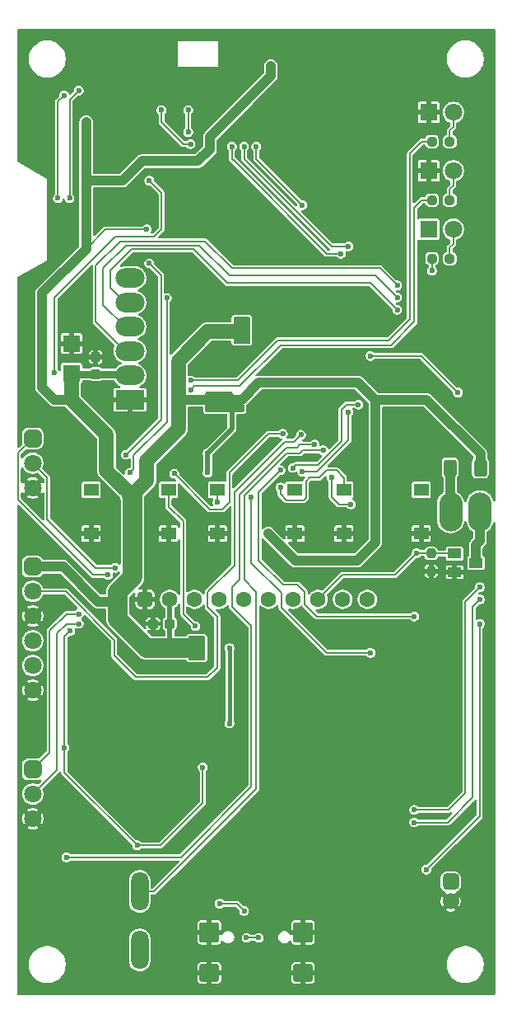
<source format=gtl>
%TF.GenerationSoftware,KiCad,Pcbnew,9.0.4*%
%TF.CreationDate,2025-09-21T10:52:25+02:00*%
%TF.ProjectId,Spoke,53706f6b-652e-46b6-9963-61645f706362,2.0*%
%TF.SameCoordinates,PX5f5e100PY5f5e100*%
%TF.FileFunction,Copper,L1,Top*%
%TF.FilePolarity,Positive*%
%FSLAX46Y46*%
G04 Gerber Fmt 4.6, Leading zero omitted, Abs format (unit mm)*
G04 Created by KiCad (PCBNEW 9.0.4) date 2025-09-21 10:52:25*
%MOMM*%
%LPD*%
G01*
G04 APERTURE LIST*
G04 Aperture macros list*
%AMRoundRect*
0 Rectangle with rounded corners*
0 $1 Rounding radius*
0 $2 $3 $4 $5 $6 $7 $8 $9 X,Y pos of 4 corners*
0 Add a 4 corners polygon primitive as box body*
4,1,4,$2,$3,$4,$5,$6,$7,$8,$9,$2,$3,0*
0 Add four circle primitives for the rounded corners*
1,1,$1+$1,$2,$3*
1,1,$1+$1,$4,$5*
1,1,$1+$1,$6,$7*
1,1,$1+$1,$8,$9*
0 Add four rect primitives between the rounded corners*
20,1,$1+$1,$2,$3,$4,$5,0*
20,1,$1+$1,$4,$5,$6,$7,0*
20,1,$1+$1,$6,$7,$8,$9,0*
20,1,$1+$1,$8,$9,$2,$3,0*%
G04 Aperture macros list end*
%TA.AperFunction,SMDPad,CuDef*%
%ADD10RoundRect,0.237500X0.237500X-0.300000X0.237500X0.300000X-0.237500X0.300000X-0.237500X-0.300000X0*%
%TD*%
%TA.AperFunction,SMDPad,CuDef*%
%ADD11RoundRect,0.250000X-0.400000X-0.625000X0.400000X-0.625000X0.400000X0.625000X-0.400000X0.625000X0*%
%TD*%
%TA.AperFunction,SMDPad,CuDef*%
%ADD12R,1.550000X1.300000*%
%TD*%
%TA.AperFunction,ComponentPad*%
%ADD13R,1.800000X1.800000*%
%TD*%
%TA.AperFunction,ComponentPad*%
%ADD14C,1.800000*%
%TD*%
%TA.AperFunction,SMDPad,CuDef*%
%ADD15RoundRect,0.237500X0.237500X-0.250000X0.237500X0.250000X-0.237500X0.250000X-0.237500X-0.250000X0*%
%TD*%
%TA.AperFunction,SMDPad,CuDef*%
%ADD16O,2.400000X4.000000*%
%TD*%
%TA.AperFunction,SMDPad,CuDef*%
%ADD17RoundRect,0.237500X0.250000X0.237500X-0.250000X0.237500X-0.250000X-0.237500X0.250000X-0.237500X0*%
%TD*%
%TA.AperFunction,SMDPad,CuDef*%
%ADD18R,1.800000X1.700000*%
%TD*%
%TA.AperFunction,ComponentPad*%
%ADD19RoundRect,0.400000X-0.400000X-0.400000X0.400000X-0.400000X0.400000X0.400000X-0.400000X0.400000X0*%
%TD*%
%TA.AperFunction,ComponentPad*%
%ADD20C,1.600000*%
%TD*%
%TA.AperFunction,SMDPad,CuDef*%
%ADD21RoundRect,0.237500X0.300000X0.237500X-0.300000X0.237500X-0.300000X-0.237500X0.300000X-0.237500X0*%
%TD*%
%TA.AperFunction,SMDPad,CuDef*%
%ADD22R,3.000000X2.000000*%
%TD*%
%TA.AperFunction,SMDPad,CuDef*%
%ADD23O,3.000000X2.000000*%
%TD*%
%TA.AperFunction,SMDPad,CuDef*%
%ADD24R,1.400000X1.000000*%
%TD*%
%TA.AperFunction,SMDPad,CuDef*%
%ADD25RoundRect,0.237500X-0.250000X-0.237500X0.250000X-0.237500X0.250000X0.237500X-0.250000X0.237500X0*%
%TD*%
%TA.AperFunction,ComponentPad*%
%ADD26O,1.800000X4.000000*%
%TD*%
%TA.AperFunction,ComponentPad*%
%ADD27RoundRect,0.425000X0.425000X-0.425000X0.425000X0.425000X-0.425000X0.425000X-0.425000X-0.425000X0*%
%TD*%
%TA.AperFunction,ComponentPad*%
%ADD28C,1.700000*%
%TD*%
%TA.AperFunction,SMDPad,CuDef*%
%ADD29R,1.500000X5.080000*%
%TD*%
%TA.AperFunction,ComponentPad*%
%ADD30RoundRect,0.450000X-0.450000X0.450000X-0.450000X-0.450000X0.450000X-0.450000X0.450000X0.450000X0*%
%TD*%
%TA.AperFunction,HeatsinkPad*%
%ADD31C,0.600000*%
%TD*%
%TA.AperFunction,HeatsinkPad*%
%ADD32R,2.500000X2.500000*%
%TD*%
%TA.AperFunction,HeatsinkPad*%
%ADD33RoundRect,0.180000X0.820000X0.720000X-0.820000X0.720000X-0.820000X-0.720000X0.820000X-0.720000X0*%
%TD*%
%TA.AperFunction,HeatsinkPad*%
%ADD34RoundRect,0.200000X0.800000X0.850000X-0.800000X0.850000X-0.800000X-0.850000X0.800000X-0.850000X0*%
%TD*%
%TA.AperFunction,ViaPad*%
%ADD35C,0.600000*%
%TD*%
%TA.AperFunction,Conductor*%
%ADD36C,1.000000*%
%TD*%
%TA.AperFunction,Conductor*%
%ADD37C,2.000000*%
%TD*%
%TA.AperFunction,Conductor*%
%ADD38C,0.500000*%
%TD*%
%TA.AperFunction,Conductor*%
%ADD39C,1.500000*%
%TD*%
%TA.AperFunction,Conductor*%
%ADD40C,0.800000*%
%TD*%
%TA.AperFunction,Conductor*%
%ADD41C,0.200000*%
%TD*%
%TA.AperFunction,Conductor*%
%ADD42C,0.450000*%
%TD*%
G04 APERTURE END LIST*
D10*
%TO.P,C30,1,1*%
%TO.N,+3V3*%
X-16500000Y14137500D03*
%TO.P,C30,2,2*%
%TO.N,GND*%
X-16500000Y15862500D03*
%TD*%
D11*
%TO.P,R38,1,1*%
%TO.N,Net-(J10-Pad1)*%
X19950000Y4500000D03*
%TO.P,R38,2,2*%
%TO.N,+3V3*%
X23050000Y4500000D03*
%TD*%
D12*
%TO.P,SW2,1,1*%
%TO.N,BTN_OK*%
X-3980000Y2250000D03*
%TO.P,SW2,2,2*%
X3980000Y2250000D03*
%TO.P,SW2,3,2*%
%TO.N,GND*%
X-3980000Y-2250000D03*
%TO.P,SW2,4,2*%
X3980000Y-2250000D03*
%TD*%
D13*
%TO.P,D3,1,K*%
%TO.N,GND*%
X17730000Y35000000D03*
D14*
%TO.P,D3,2,A*%
%TO.N,Net-(D3-A)*%
X20270000Y35000000D03*
%TD*%
D12*
%TO.P,SW1,1,1*%
%TO.N,Net-(D1-Pad3)*%
X-16980000Y2250000D03*
%TO.P,SW1,2,2*%
X-9020000Y2250000D03*
%TO.P,SW1,3,2*%
%TO.N,GND*%
X-16980000Y-2250000D03*
%TO.P,SW1,4,2*%
X-9020000Y-2250000D03*
%TD*%
D15*
%TO.P,R37,1,1*%
%TO.N,GND*%
X18000000Y-6112500D03*
%TO.P,R37,2,2*%
%TO.N,LCD_BL*%
X18000000Y-4287500D03*
%TD*%
D13*
%TO.P,D2,1,K*%
%TO.N,Net-(D2-K)*%
X17730000Y29000000D03*
D14*
%TO.P,D2,2,A*%
%TO.N,Net-(D2-A)*%
X20270000Y29000000D03*
%TD*%
D16*
%TO.P,J11,1,1*%
%TO.N,Net-(Q5-D)*%
X23000000Y0D03*
%TD*%
D17*
%TO.P,R10,1,1*%
%TO.N,Net-(D2-A)*%
X19912500Y26000000D03*
%TO.P,R10,2,2*%
%TO.N,VBUS*%
X18087500Y26000000D03*
%TD*%
D18*
%TO.P,C27,1,1*%
%TO.N,+3V3*%
X-19000000Y14225000D03*
%TO.P,C27,2,2*%
%TO.N,GND*%
X-19000000Y17275000D03*
%TD*%
D19*
%TO.P,A3,1,GND*%
%TO.N,GND*%
X-11430000Y-9000000D03*
D20*
%TO.P,A3,2,VCC*%
%TO.N,+3V3*%
X-8890000Y-9000000D03*
%TO.P,A3,3,SCL*%
%TO.N,LCD_SCK*%
X-6350000Y-9000000D03*
%TO.P,A3,4,SDA*%
%TO.N,LCD_MOSI*%
X-3810000Y-9000000D03*
%TO.P,A3,5,DC*%
%TO.N,LCD_DC*%
X-1270000Y-9000000D03*
%TO.P,A3,6,RST*%
%TO.N,LCD_RESET*%
X1270000Y-9000000D03*
%TO.P,A3,7,CS*%
%TO.N,LCD_CS*%
X3810000Y-9000000D03*
%TO.P,A3,8,BL*%
%TO.N,LCD_BL*%
X6350000Y-9000000D03*
%TO.P,A3,9,CS-F*%
%TO.N,unconnected-(A3-CS-F-Pad9)*%
X8890000Y-9000000D03*
%TO.P,A3,10,OUT*%
%TO.N,unconnected-(A3-OUT-Pad10)*%
X11430000Y-9000000D03*
%TD*%
D16*
%TO.P,J10,1,1*%
%TO.N,Net-(J10-Pad1)*%
X20000000Y0D03*
%TD*%
D21*
%TO.P,C29,1,1*%
%TO.N,+3V3*%
X-8887500Y-11500000D03*
%TO.P,C29,2,2*%
%TO.N,GND*%
X-10612500Y-11500000D03*
%TD*%
D22*
%TO.P,A4,1,GND*%
%TO.N,GND*%
X-13000000Y11500000D03*
D23*
%TO.P,A4,2,VCC*%
%TO.N,+3V3*%
X-13000000Y14000000D03*
%TO.P,A4,3,TXD*%
%TO.N,GPS_TXD*%
X-13000000Y16500000D03*
%TO.P,A4,4,RXD*%
%TO.N,GPS_RXD*%
X-13000000Y19000000D03*
%TO.P,A4,5,PPS*%
%TO.N,GPS_PPS*%
X-13000000Y21500000D03*
%TO.P,A4,6,EN*%
%TO.N,unconnected-(A4-EN-Pad6)*%
X-13000000Y24000000D03*
%TD*%
D13*
%TO.P,D4,1,K*%
%TO.N,GND*%
X17730000Y41000000D03*
D14*
%TO.P,D4,2,A*%
%TO.N,Net-(D4-A)*%
X20270000Y41000000D03*
%TD*%
D24*
%TO.P,Q5,1,G*%
%TO.N,LCD_BL*%
X20400000Y-4300000D03*
%TO.P,Q5,2,S*%
%TO.N,GND*%
X20400000Y-6200000D03*
%TO.P,Q5,3,D*%
%TO.N,Net-(Q5-D)*%
X22600000Y-5250000D03*
%TD*%
D25*
%TO.P,R27,1,1*%
%TO.N,LED_GREEN*%
X18087500Y38000000D03*
%TO.P,R27,2,2*%
%TO.N,Net-(D4-A)*%
X19912500Y38000000D03*
%TD*%
D12*
%TO.P,SW3,1,1*%
%TO.N,BTN_ESC*%
X9020000Y2250000D03*
%TO.P,SW3,2,2*%
X16980000Y2250000D03*
%TO.P,SW3,3,2*%
%TO.N,GND*%
X9020000Y-2250000D03*
%TO.P,SW3,4,2*%
X16980000Y-2250000D03*
%TD*%
D25*
%TO.P,R26,1,1*%
%TO.N,LED_RED*%
X18087500Y32000000D03*
%TO.P,R26,2,2*%
%TO.N,Net-(D3-A)*%
X19912500Y32000000D03*
%TD*%
D26*
%TO.P,LS1,1,1*%
%TO.N,Net-(LS1-Pad1)*%
X-12000000Y-45000000D03*
%TO.P,LS1,2,2*%
%TO.N,BUZZER_N*%
X-12000000Y-39000000D03*
%TD*%
D27*
%TO.P,J1,1,1*%
%TO.N,+BATT*%
X20000000Y-38000000D03*
D28*
%TO.P,J1,2,2*%
%TO.N,GND*%
X20000000Y-40000000D03*
%TD*%
D29*
%TO.P,J12,2,GND*%
%TO.N,GND*%
X7750000Y47000000D03*
X16250000Y47000000D03*
%TD*%
D30*
%TO.P,J8,1,1*%
%TO.N,+3V3*%
X-23000000Y-5650000D03*
D14*
%TO.P,J8,2,2*%
%TO.N,MCU_RESET*%
X-23000000Y-8190000D03*
%TO.P,J8,3,3*%
%TO.N,GND*%
X-23000000Y-10730000D03*
%TO.P,J8,4,4*%
%TO.N,SWD_CLK*%
X-23000000Y-13270000D03*
%TO.P,J8,5,5*%
%TO.N,SWD_IO*%
X-23000000Y-15810000D03*
%TO.P,J8,6,6*%
%TO.N,GND*%
X-23000000Y-18350000D03*
%TD*%
D30*
%TO.P,J7,1,1*%
%TO.N,USB_TXD*%
X-23000000Y-26460000D03*
D14*
%TO.P,J7,2,2*%
%TO.N,USB_RXD*%
X-23000000Y-29000000D03*
%TO.P,J7,3,3*%
%TO.N,GND*%
X-23000000Y-31540000D03*
%TD*%
D31*
%TO.P,U3,29,GND*%
%TO.N,GND*%
X-13000000Y-27000000D03*
X-11000000Y-27000000D03*
X-12000000Y-26000000D03*
D32*
X-12000000Y-26000000D03*
D31*
X-13000000Y-25000000D03*
X-11000000Y-25000000D03*
%TD*%
D30*
%TO.P,J9,1,1*%
%TO.N,CONSOLE_TXD*%
X-23000000Y7540000D03*
D14*
%TO.P,J9,2,2*%
%TO.N,CONSOLE_RXD*%
X-23000000Y5000000D03*
%TO.P,J9,3,3*%
%TO.N,GND*%
X-23000000Y2460000D03*
%TD*%
D33*
%TO.P,J4,S,SHIELD*%
%TO.N,GND*%
X4820000Y-47375000D03*
D34*
X4820000Y-43195000D03*
D33*
X-4820000Y-47375000D03*
D34*
X-4820000Y-43195000D03*
%TD*%
D35*
%TO.N,GND*%
X-6800000Y-43200000D03*
X-24000000Y-49000000D03*
X-9800000Y-10500000D03*
X11400000Y-36800000D03*
X2400000Y-38600000D03*
X-23200000Y36200000D03*
X24000000Y-21000000D03*
X-2000000Y-25000000D03*
X-5000000Y8500000D03*
X16000000Y6500000D03*
X-6000000Y49000000D03*
X10800000Y-20200000D03*
X10000000Y37400000D03*
X24000000Y-35000000D03*
X3000000Y5000000D03*
X9400000Y-33400000D03*
X-10500000Y-7400000D03*
X3200000Y-13200000D03*
X5750000Y2500000D03*
X2000000Y-49000000D03*
X-18000000Y49000000D03*
X-19000000Y19200000D03*
X4400000Y-25000000D03*
X4400000Y-20200000D03*
X-8800000Y25400000D03*
X6000000Y-21800000D03*
X-12600000Y38750000D03*
X10800000Y-2800000D03*
X-24000000Y11000000D03*
X-10800000Y32000000D03*
X14000000Y-49000000D03*
X14600000Y43200000D03*
X13800000Y-43200000D03*
X-17200000Y4600000D03*
X-4800000Y-41200000D03*
X-9400000Y-23100000D03*
X9800000Y-3800000D03*
X-22000000Y-14600000D03*
X1400000Y8600000D03*
X24000000Y43000000D03*
X-2800000Y-47400000D03*
X3000000Y-32000000D03*
X-4400000Y22600000D03*
X-3900000Y9600000D03*
X-1600000Y-27800000D03*
X4500000Y16000000D03*
X20600000Y-24800000D03*
X-11400000Y-10500000D03*
X-10000000Y38000000D03*
X-16000000Y49000000D03*
X2800000Y-18000000D03*
X-17600000Y-30800000D03*
X-8100000Y-26200000D03*
X10800000Y-24000000D03*
X8000000Y4900000D03*
X9800000Y-13400000D03*
X24000000Y23000000D03*
X5000000Y27200000D03*
X24000000Y39000000D03*
X15000000Y1750000D03*
X-8800000Y-31800000D03*
X24000000Y35000000D03*
X-3400000Y37000000D03*
X1500000Y100000D03*
X2800000Y-47400000D03*
X200000Y21400000D03*
X6000000Y-49000000D03*
X-10600000Y11600000D03*
X24000000Y3000000D03*
X-18000000Y-49000000D03*
X-24000000Y47000000D03*
X6400000Y-32400000D03*
X-19000000Y29000000D03*
X-16137913Y35062088D03*
X8250000Y16000000D03*
X19200000Y21200000D03*
X11200000Y200000D03*
X10400000Y10100000D03*
X17400000Y-35600000D03*
X-21800000Y35000000D03*
X4800000Y-41200000D03*
X14000000Y32000000D03*
X3800000Y27200000D03*
X12800000Y-32600000D03*
X15800000Y-46000000D03*
X-21000000Y30000000D03*
X-19000000Y-14200000D03*
X-24000000Y-45000000D03*
X-18200000Y-600000D03*
X-21000000Y28500000D03*
X400000Y11600000D03*
X-24000000Y-14500000D03*
X-10600000Y18200000D03*
X9100000Y11900000D03*
X13500000Y5500000D03*
X-7200000Y-22600000D03*
X10800000Y36800000D03*
X2800000Y18300000D03*
X-5200000Y-37200000D03*
X6000000Y-23600000D03*
X5500000Y10750000D03*
X4000000Y49000000D03*
X14600000Y47200000D03*
X-20600000Y-600000D03*
X-6000000Y-10600000D03*
X24000000Y-45000000D03*
X-9000000Y-3600000D03*
X24000000Y-23000000D03*
X-15498000Y32964522D03*
X21600000Y23000000D03*
X19005944Y-10122027D03*
X6267653Y5639045D03*
X-2000000Y47000000D03*
X4000000Y-49000000D03*
X8000000Y-49000000D03*
X14600000Y41200000D03*
X5200000Y-11000000D03*
X-6800000Y4600000D03*
X24000000Y-47000000D03*
X20800000Y13400000D03*
X-21200000Y-3800000D03*
X18000000Y-41800000D03*
X16600000Y18400000D03*
X24000000Y21000000D03*
X-8400000Y41200000D03*
X2400000Y-11000000D03*
X-8000000Y-49000000D03*
X1000000Y-35800000D03*
X15000000Y200000D03*
X4500000Y12000000D03*
X18200000Y4000000D03*
X-3200000Y-4800000D03*
X5000000Y-37200000D03*
X6000000Y7800000D03*
X19250000Y-13000000D03*
X-2133479Y2995131D03*
X-3800000Y-41200000D03*
X14600000Y45200000D03*
X-7600000Y-12200000D03*
X-2800000Y-32600000D03*
X24000000Y-6000000D03*
X5800000Y-15800000D03*
X-8400000Y6100000D03*
X-8600000Y18200000D03*
X6000000Y49000000D03*
X2600000Y16000000D03*
X-14000000Y46000000D03*
X2400000Y-37200000D03*
X7200000Y11900000D03*
X-5000000Y-21000000D03*
X24000000Y-3000000D03*
X-5600000Y22600000D03*
X16200000Y-7800000D03*
X-6150000Y20000000D03*
X-11500000Y-16000000D03*
X13200000Y27000000D03*
X24000000Y-49000000D03*
X-16200000Y-34600000D03*
X1400000Y-12400000D03*
X-6200000Y-2200000D03*
X-6200000Y400000D03*
X14600000Y-25800000D03*
X5000000Y43000000D03*
X-24000000Y-35000000D03*
X24000000Y-27000000D03*
X-1200000Y-15400000D03*
X-24000000Y-23000000D03*
X9600000Y39800000D03*
X-12600000Y36800000D03*
X-22000000Y-49000000D03*
X24000000Y7000000D03*
X-10600000Y22400000D03*
X21800000Y-40000000D03*
X-7600000Y-20600000D03*
X1000000Y-40400000D03*
X24000000Y-17000000D03*
X16600000Y-29000000D03*
X-5800000Y-18000000D03*
X850000Y-4000000D03*
X15800000Y-43200000D03*
X13400000Y-9000000D03*
X19200000Y-24800000D03*
X16400000Y-5600000D03*
X24000000Y37000000D03*
X-24000000Y17000000D03*
X11200000Y-5800000D03*
X24000000Y17000000D03*
X-17500000Y-45500000D03*
X-24000000Y43000000D03*
X18500000Y-44000000D03*
X-18000000Y46000000D03*
X-6400000Y-7400000D03*
X24000000Y49000000D03*
X-24000000Y-7000000D03*
X6800000Y-43200000D03*
X-8800000Y-30800000D03*
X-19600000Y800000D03*
X-1200000Y-12400000D03*
X-16000000Y-39000000D03*
X11200000Y-27400000D03*
X6800000Y-47400000D03*
X1460318Y-15706734D03*
X-14000000Y49000000D03*
X2400000Y-35800000D03*
X20000000Y-41800000D03*
X-5800000Y14600000D03*
X-12000000Y48000000D03*
X20000000Y24800000D03*
X24000000Y-25000000D03*
X-15000000Y-17000000D03*
X-16600000Y17600000D03*
X-15000000Y-20000000D03*
X24000000Y-13000000D03*
X-4750000Y16250000D03*
X-6800000Y-47400000D03*
X-24000000Y-33000000D03*
X5400000Y32200000D03*
X-2400000Y-37200000D03*
X-24000000Y-3000000D03*
X21800000Y-41800000D03*
X-24000000Y13000000D03*
X-18400000Y-23100000D03*
X-19800000Y-27800000D03*
X-17500000Y-17000000D03*
X800000Y37000000D03*
X14000000Y37400000D03*
X-3500000Y44900000D03*
X-13600000Y-14200000D03*
X-24000000Y21000000D03*
X-24000000Y-1000000D03*
X-24000000Y15000000D03*
X24000000Y-41000000D03*
X1200000Y-800000D03*
X8000000Y-39000000D03*
X-19600000Y4600000D03*
X3200000Y-14800000D03*
X-20000000Y-49000000D03*
X-8900000Y45000000D03*
X-14000000Y-49000000D03*
X-6000000Y38600000D03*
X20800000Y-13000000D03*
X5200000Y22800000D03*
X-7600000Y-18000000D03*
X-2000000Y42800000D03*
X-5000000Y33000000D03*
X2000000Y49000000D03*
X14600000Y-16600000D03*
X13400000Y-2200000D03*
X-9000000Y-7400000D03*
X-8800000Y-28400000D03*
X9400000Y43200000D03*
X24000000Y-43000000D03*
X-24000000Y-21000000D03*
X12000000Y27000000D03*
X-13500000Y-42000000D03*
X-21000000Y31500000D03*
X-5600000Y24800000D03*
X-14600000Y40800000D03*
X24000000Y25000000D03*
X3800000Y-41200000D03*
X-24000000Y41000000D03*
X22000000Y-49000000D03*
X-19000000Y-2200000D03*
X10000000Y-7600000D03*
X-21000000Y-30000000D03*
X9400000Y47200000D03*
X-5800000Y-16000000D03*
X-14400000Y-28600000D03*
X10000000Y16000000D03*
X9400000Y45200000D03*
X-2400000Y26800000D03*
X19000000Y44000000D03*
X4200000Y22800000D03*
X9600000Y39000000D03*
X14747216Y19937479D03*
X17400000Y23000000D03*
X24000000Y-15000000D03*
X-3800000Y41200000D03*
X22000000Y49000000D03*
X12800000Y-27400000D03*
X20000000Y-49000000D03*
X-24000000Y49000000D03*
X14400000Y38200000D03*
X10575735Y2575735D03*
X12000000Y-49000000D03*
X24000000Y-31000000D03*
X-11500000Y-20000000D03*
X-4000000Y16250000D03*
X-3800000Y-21800000D03*
X-24000000Y-47000000D03*
X19000000Y49000000D03*
X16000000Y-49000000D03*
X-6000000Y-49000000D03*
X16000000Y-39000000D03*
X-15600000Y-7300000D03*
X-12000000Y49000000D03*
X-10600000Y14000000D03*
X-8000000Y49000000D03*
X11200000Y-35200000D03*
X250000Y41200000D03*
X15400000Y-12000000D03*
X-24000000Y9000000D03*
X-8800000Y31400000D03*
X-22000000Y49000000D03*
X-24000000Y-37000000D03*
X-9000000Y48000000D03*
X5000000Y46000000D03*
X-14600000Y-23100000D03*
X14000000Y-21200000D03*
X-10000000Y-49000000D03*
X24000000Y47000000D03*
X24000000Y33000000D03*
X-24000000Y-41000000D03*
X14400000Y39000000D03*
X11400000Y-39000000D03*
X5800000Y-18000000D03*
X18000000Y-49000000D03*
X-12000000Y-49000000D03*
X14800000Y24400000D03*
X9400000Y49200000D03*
X-18600000Y-36200000D03*
X-21800000Y-7000000D03*
X-14600000Y36800000D03*
X20000000Y6500000D03*
X10000000Y-49000000D03*
X13200000Y36800000D03*
X-19000000Y21200000D03*
X24000000Y11000000D03*
X-20000000Y27600000D03*
X16500000Y9000000D03*
X24000000Y41000000D03*
X-2800000Y-13000000D03*
X-20000000Y49000000D03*
X24000000Y31000000D03*
X9600000Y38200000D03*
X19500000Y-16000000D03*
X-15400000Y12600000D03*
X9400000Y41200000D03*
X17200000Y-32800000D03*
X-8500000Y-45500000D03*
X11400000Y-32600000D03*
X24000000Y29000000D03*
X14800000Y25400000D03*
X14600000Y49200000D03*
X-20500000Y-42500000D03*
X-13710870Y6600000D03*
X-2000000Y33000000D03*
X3000000Y-800000D03*
X24000000Y13000000D03*
X-14000000Y43000000D03*
X-4000000Y-600000D03*
X13400000Y-12000000D03*
X-19000000Y30500000D03*
X24000000Y-29000000D03*
X-24000000Y-39000000D03*
X9400000Y-25800000D03*
X-21600000Y6000000D03*
X200000Y18300000D03*
X24000000Y-33000000D03*
X-1200000Y-30800000D03*
X-24000000Y23000000D03*
X-17800000Y-32800000D03*
X-2000000Y30000000D03*
X-24000000Y37000000D03*
X-16000000Y-49000000D03*
X10600000Y27000000D03*
X24000000Y-9000000D03*
X11800000Y-13400000D03*
X0Y-47500000D03*
X12000000Y36800000D03*
X-24000000Y-43000000D03*
X1000000Y30000000D03*
X2200000Y42800000D03*
X24000000Y9000000D03*
X10000000Y32000000D03*
X-4000000Y-49000000D03*
X24000000Y45000000D03*
X1000000Y-25000000D03*
X2000000Y7250000D03*
X24000000Y19000000D03*
X-14326826Y286913D03*
X0Y-29600000D03*
X-24000000Y-25000000D03*
X-4800000Y-30800000D03*
X22395130Y-30107303D03*
X15200000Y-2200000D03*
X6250000Y16000000D03*
X-2000000Y-49000000D03*
X18000000Y-40000000D03*
X24000000Y-37000000D03*
X14400000Y39800000D03*
X-15600000Y-14200000D03*
X13200000Y-24000000D03*
X-17200000Y21200000D03*
X24000000Y-19000000D03*
X-3250000Y16250000D03*
X24000000Y15000000D03*
X-21000000Y-33000000D03*
X20500000Y19000000D03*
X8500000Y-18000000D03*
X-24000000Y19000000D03*
X5200000Y18300000D03*
X-17500000Y-20000000D03*
X6400000Y-12400000D03*
X3800000Y-400000D03*
X24000000Y27000000D03*
X1200000Y11600000D03*
X18000000Y-7800000D03*
X12400000Y-4800000D03*
X-24000000Y45000000D03*
X600000Y-19600000D03*
X-7600000Y-16000000D03*
X-8600000Y4800000D03*
X8800000Y-22000000D03*
X0Y-49000000D03*
X-8500000Y-40000000D03*
X24000000Y-39000000D03*
X7200000Y21800000D03*
X-4000000Y-28200000D03*
X6400000Y-27400000D03*
X-24000000Y39000000D03*
X-16200000Y12600000D03*
X20600000Y-26000000D03*
X-22000000Y25000000D03*
X-17200000Y7000000D03*
X-21600000Y10000000D03*
X19200000Y-26000000D03*
%TO.N,+3V3*%
X-5000000Y4000000D03*
X-5000000Y6000000D03*
X-2500000Y10725000D03*
X-8500000Y8000000D03*
X-2750000Y-14000000D03*
X-5750000Y-13250000D03*
X-11250000Y29000000D03*
X-1000000Y18500000D03*
X-6500000Y-14750000D03*
X-17500000Y40000000D03*
X12250000Y750000D03*
X-2000000Y18500000D03*
X1500000Y45750000D03*
X-6500000Y-14000000D03*
X-2750000Y-21750000D03*
X-1750000Y10750000D03*
X-5750000Y-14000000D03*
X-5750000Y-14750000D03*
X-6500000Y-13250000D03*
X-1000000Y17750000D03*
X-2500000Y11475000D03*
X-2000000Y17750000D03*
X1250000Y-2250000D03*
X7250000Y13250000D03*
%TO.N,MCU_RESET*%
X4600000Y7900000D03*
%TO.N,Net-(D1-Pad3)*%
X-6250000Y-11750000D03*
%TO.N,VBUS*%
X18087500Y24750000D03*
X23000000Y-9000000D03*
X16250000Y-31905000D03*
%TO.N,BUZZER_N*%
X6900000Y6300000D03*
%TO.N,VCC*%
X20750000Y12250000D03*
X11750000Y16000000D03*
%TO.N,LED_RED*%
X-6750000Y12500000D03*
%TO.N,LED_GREEN*%
X-6750000Y13500000D03*
%TO.N,BUZZER_P*%
X-19500000Y-35500000D03*
X6000000Y6900000D03*
%TO.N,BOOT0*%
X23000000Y-11500000D03*
X17500000Y-36750000D03*
%TO.N,BTN_PWR*%
X2488068Y4250000D03*
X16250000Y-10750000D03*
%TO.N,PWR_HOLD*%
X-500000Y1500000D03*
X11750000Y-14500000D03*
%TO.N,BTN_OK*%
X-4000000Y1000000D03*
%TO.N,BTN_ESC*%
X2500000Y2500000D03*
%TO.N,GPS_PPS*%
X14500000Y20750000D03*
%TO.N,I2C_INT*%
X-9750000Y41250000D03*
X-6750000Y37750000D03*
%TO.N,RF_RESET*%
X0Y37500000D03*
X4750000Y31500000D03*
%TO.N,RF_IRQ*%
X-2500000Y37500000D03*
X8699997Y26500000D03*
%TO.N,RF_BUSY*%
X-1250000Y37500000D03*
X9500000Y27250000D03*
%TO.N,RF_TXEN*%
X4750000Y4100000D03*
X9500000Y10250000D03*
%TO.N,RF_RXEN*%
X3750000Y4500000D03*
X10500000Y11000000D03*
%TO.N,I2C_SDA*%
X-7000000Y39000000D03*
X-7000000Y41250000D03*
%TO.N,LCD_BL*%
X16500000Y-4250000D03*
%TO.N,PPS_BOOT1*%
X9750000Y750000D03*
X7750000Y3500000D03*
%TO.N,CONSOLE_TXD*%
X-15250000Y-6500000D03*
%TO.N,MUX_BLE_USB*%
X2750000Y8000000D03*
X-8437500Y3912500D03*
X-11000000Y34000000D03*
X-20750000Y14250000D03*
%TO.N,BLE_TXD*%
X-13000000Y4000000D03*
X-9200000Y21950000D03*
%TO.N,USB_TXD*%
X-18250000Y-10500000D03*
%TO.N,BLE_RXD*%
X-13400000Y5850000D03*
X-11000000Y25500000D03*
%TO.N,USB_RXD*%
X-18250000Y-11500000D03*
%TO.N,CONSOLE_RXD*%
X-14500000Y-5750000D03*
%TO.N,GPS_RXD*%
X14500000Y22000000D03*
%TO.N,GPS_TXD*%
X14500000Y23250000D03*
%TO.N,Net-(A1-SWDCLK)*%
X-19200000Y32200000D03*
X-18250000Y43250000D03*
%TO.N,Net-(A1-SWDIO)*%
X-20400000Y32200000D03*
X-19750000Y42750000D03*
%TO.N,VDD*%
X-19150003Y-12250000D03*
X-5500000Y-26250000D03*
X-12250000Y-34250000D03*
X-19750000Y-24250000D03*
%TO.N,Net-(D2-K)*%
X16250000Y-30625000D03*
X23000000Y-7750000D03*
%TO.N,Net-(J4-CC2)*%
X-1250000Y-41000000D03*
X-3750000Y-40250000D03*
%TO.N,/USB_DP*%
X-1000000Y-43750000D03*
X250000Y-43750000D03*
%TD*%
D36*
%TO.N,+3V3*%
X-17500000Y34000000D02*
X-13750000Y34000000D01*
X-6000000Y36000000D02*
X-4750000Y37250000D01*
D37*
X-12800000Y1625000D02*
X-12750000Y1575000D01*
D36*
X-4750000Y37250000D02*
X-4750000Y38500000D01*
X-19819750Y-5650000D02*
X-23000000Y-5650000D01*
X-22000000Y12750000D02*
X-20750000Y11500000D01*
D37*
X-14250000Y-11000000D02*
X-14250000Y-9500000D01*
D36*
X-1500000Y11500000D02*
X-8000000Y11500000D01*
D38*
X-8887500Y-13887500D02*
X-9000000Y-14000000D01*
D39*
X-8000000Y15500000D02*
X-8000000Y9000000D01*
D36*
X-13750000Y34000000D02*
X-11750000Y36000000D01*
D38*
X-5000000Y6000000D02*
X-5000000Y4000000D01*
D36*
X-17500000Y27000000D02*
X-17500000Y34000000D01*
X-17500000Y27000000D02*
X-22000000Y22500000D01*
D38*
X-2475000Y11500000D02*
X-2500000Y11475000D01*
D36*
X12250000Y11500000D02*
X17500000Y11500000D01*
X-4750000Y38500000D02*
X1500000Y44750000D01*
D40*
X-16500000Y14137500D02*
X-18912500Y14137500D01*
X-18912500Y14137500D02*
X-19000000Y14225000D01*
D38*
X-8890000Y-11497500D02*
X-8887500Y-11500000D01*
D39*
X-15400000Y7900000D02*
X-19000000Y11500000D01*
D41*
X-17500000Y27000000D02*
X-15500000Y29000000D01*
D36*
X-1500000Y11500000D02*
X250000Y13250000D01*
X12250000Y11500000D02*
X10500000Y13250000D01*
X12250000Y750000D02*
X12250000Y10750000D01*
D39*
X-8000000Y9000000D02*
X-8000000Y8500000D01*
D41*
X-15500000Y29000000D02*
X-11250000Y29000000D01*
D36*
X10400000Y-5000000D02*
X4000000Y-5000000D01*
D37*
X-6500000Y-14000000D02*
X-9000000Y-14000000D01*
D36*
X23050000Y5950000D02*
X23050000Y4500000D01*
X1500000Y44750000D02*
X1500000Y45750000D01*
D39*
X-19000000Y11500000D02*
X-19000000Y14225000D01*
D36*
X-20750000Y11500000D02*
X-19000000Y11500000D01*
X-17500000Y40000000D02*
X-17500000Y27000000D01*
D37*
X-11250000Y-14000000D02*
X-14250000Y-11000000D01*
D38*
X-8887500Y-11500000D02*
X-8887500Y-13887500D01*
D36*
X-11750000Y36000000D02*
X-6000000Y36000000D01*
D40*
X-16500000Y14137500D02*
X-13137500Y14137500D01*
D37*
X-12750000Y1575000D02*
X-12750000Y-6750000D01*
D39*
X-11250000Y3150000D02*
X-12775000Y1625000D01*
X-15400000Y4200000D02*
X-15400000Y7900000D01*
D38*
X-1500000Y11500000D02*
X-2475000Y11500000D01*
D37*
X-9000000Y-14000000D02*
X-11250000Y-14000000D01*
D38*
X-8890000Y-9000000D02*
X-8890000Y-11497500D01*
D39*
X-5000000Y18500000D02*
X-8000000Y15500000D01*
D36*
X250000Y13250000D02*
X7250000Y13250000D01*
X12250000Y-3150000D02*
X10400000Y-5000000D01*
D40*
X-13137500Y14137500D02*
X-13000000Y14000000D01*
D42*
X-2750000Y-14000000D02*
X-2750000Y-21750000D01*
D36*
X12250000Y10750000D02*
X12250000Y11500000D01*
X-14530250Y-9219750D02*
X-16250000Y-9219750D01*
D39*
X-8000000Y8500000D02*
X-11250000Y5250000D01*
D36*
X-8000000Y11500000D02*
X-8000000Y9000000D01*
D38*
X-2500000Y8500000D02*
X-2500000Y11475000D01*
D39*
X-11250000Y5250000D02*
X-11250000Y3150000D01*
D37*
X-12750000Y-6750000D02*
X-14250000Y-8250000D01*
D39*
X-12825000Y1625000D02*
X-15400000Y4200000D01*
X-2000000Y18500000D02*
X-5000000Y18500000D01*
D36*
X12250000Y750000D02*
X12250000Y-3150000D01*
D38*
X-5000000Y6000000D02*
X-2500000Y8500000D01*
D36*
X-16250000Y-9219750D02*
X-19819750Y-5650000D01*
X4000000Y-5000000D02*
X1250000Y-2250000D01*
X17500000Y11500000D02*
X23050000Y5950000D01*
X10500000Y13250000D02*
X7250000Y13250000D01*
D37*
X-14250000Y-8250000D02*
X-14250000Y-9500000D01*
D39*
X-12775000Y1625000D02*
X-12825000Y1625000D01*
D36*
X-14250000Y-9500000D02*
X-14530250Y-9219750D01*
X-22000000Y22500000D02*
X-22000000Y12750000D01*
D41*
%TO.N,MCU_RESET*%
X-5000000Y-9750000D02*
X-4000000Y-10750000D01*
X-4000000Y-10750000D02*
X-4000000Y-16000000D01*
X-2250000Y2000000D02*
X-2250000Y-5500000D01*
X-19610000Y-8190000D02*
X-23000000Y-8190000D01*
X-4000000Y-16000000D02*
X-5000000Y-17000000D01*
X-12400000Y-17000000D02*
X-14600000Y-14800000D01*
X-5000000Y-8250000D02*
X-5000000Y-9750000D01*
X-14600000Y-14800000D02*
X-14600000Y-13200000D01*
X-14600000Y-13200000D02*
X-19610000Y-8190000D01*
X3900000Y7200000D02*
X2950000Y7200000D01*
X2950000Y7200000D02*
X-2250000Y2000000D01*
X-2250000Y-5500000D02*
X-5000000Y-8250000D01*
X4600000Y7900000D02*
X3900000Y7200000D01*
X-5000000Y-17000000D02*
X-12400000Y-17000000D01*
%TO.N,Net-(D1-Pad3)*%
X-7500000Y-10500000D02*
X-6250000Y-11750000D01*
X-9020000Y520000D02*
X-7500000Y-1000000D01*
X-9020000Y2250000D02*
X-9020000Y520000D01*
X-7500000Y-1000000D02*
X-7500000Y-10500000D01*
%TO.N,VBUS*%
X22250000Y-9750000D02*
X23000000Y-9000000D01*
X19695000Y-31905000D02*
X22250000Y-29350000D01*
X18087500Y24750000D02*
X18087500Y26000000D01*
X16250000Y-31905000D02*
X19695000Y-31905000D01*
X22250000Y-29350000D02*
X22250000Y-9750000D01*
%TO.N,BUZZER_N*%
X-1250000Y-7000000D02*
X0Y-8250000D01*
X4799000Y6299000D02*
X4500000Y6000000D01*
X-1250000Y1625000D02*
X-1250000Y-7000000D01*
X6900000Y6300000D02*
X6899000Y6299000D01*
X6899000Y6299000D02*
X4799000Y6299000D01*
X-10500000Y-39000000D02*
X-12000000Y-39000000D01*
X4500000Y6000000D02*
X3125000Y6000000D01*
X0Y-8250000D02*
X0Y-28500000D01*
X3125000Y6000000D02*
X-1250000Y1625000D01*
X0Y-28500000D02*
X-10500000Y-39000000D01*
%TO.N,VCC*%
X11750000Y16000000D02*
X17000000Y16000000D01*
X17000000Y16000000D02*
X20750000Y12250000D01*
%TO.N,LED_RED*%
X16250000Y19500000D02*
X16250000Y31250000D01*
X-1700000Y12900000D02*
X2500000Y17100000D01*
X13850000Y17100000D02*
X16250000Y19500000D01*
X16250000Y31250000D02*
X17000000Y32000000D01*
X17000000Y32000000D02*
X18087500Y32000000D01*
X-6750000Y12500000D02*
X-6350000Y12900000D01*
X-6350000Y12900000D02*
X-1700000Y12900000D01*
X2500000Y17100000D02*
X13850000Y17100000D01*
%TO.N,LED_GREEN*%
X13600000Y17600000D02*
X15800000Y19800000D01*
X-6750000Y13500000D02*
X-1900000Y13500000D01*
X15800000Y36800000D02*
X17000000Y38000000D01*
X15800000Y19800000D02*
X15800000Y36800000D01*
X2200000Y17600000D02*
X13600000Y17600000D01*
X17000000Y38000000D02*
X18087500Y38000000D01*
X-1900000Y13500000D02*
X2200000Y17600000D01*
%TO.N,BUZZER_P*%
X3100000Y6600000D02*
X-1750000Y1750000D01*
X4200000Y6600000D02*
X3100000Y6600000D01*
X6000000Y6900000D02*
X4500000Y6900000D01*
X-1750000Y-7000000D02*
X-2500000Y-7750000D01*
X4500000Y6900000D02*
X4200000Y6600000D01*
X-500000Y-28250000D02*
X-7750000Y-35500000D01*
X-7750000Y-35500000D02*
X-19500000Y-35500000D01*
X-500000Y-11750000D02*
X-500000Y-28250000D01*
X-2500000Y-7750000D02*
X-2500000Y-9750000D01*
X-1750000Y1750000D02*
X-1750000Y-7000000D01*
X-2500000Y-9750000D02*
X-500000Y-11750000D01*
%TO.N,BOOT0*%
X23000000Y-11500000D02*
X23000000Y-31250000D01*
X23000000Y-31250000D02*
X17500000Y-36750000D01*
%TO.N,BTN_PWR*%
X6250000Y-10750000D02*
X16250000Y-10750000D01*
X5000000Y-9500000D02*
X6250000Y-10750000D01*
X2488068Y4250000D02*
X250000Y2011932D01*
X250000Y-5000000D02*
X2750000Y-7500000D01*
X5000000Y-8250000D02*
X5000000Y-9500000D01*
X2750000Y-7500000D02*
X4250000Y-7500000D01*
X250000Y2011932D02*
X250000Y-5000000D01*
X4250000Y-7500000D02*
X5000000Y-8250000D01*
%TO.N,PWR_HOLD*%
X-500000Y-5250000D02*
X2599000Y-8349000D01*
X2599000Y-8349000D02*
X2599000Y-9849000D01*
X-500000Y1500000D02*
X-500000Y-5250000D01*
X2599000Y-9849000D02*
X7250000Y-14500000D01*
X7250000Y-14500000D02*
X11750000Y-14500000D01*
%TO.N,BTN_OK*%
X-4000000Y2730000D02*
X-3980000Y2750000D01*
X-4000000Y1000000D02*
X-4000000Y2730000D01*
%TO.N,BTN_ESC*%
X9020000Y2250000D02*
X9020000Y3480000D01*
X5500000Y3500000D02*
X5100000Y3100000D01*
X5100000Y1400000D02*
X4900000Y1200000D01*
X7250000Y4250000D02*
X6500000Y3500000D01*
X4900000Y1200000D02*
X3100000Y1200000D01*
X8250000Y4250000D02*
X7250000Y4250000D01*
X2500000Y1800000D02*
X2500000Y2500000D01*
X6500000Y3500000D02*
X5500000Y3500000D01*
X9020000Y3480000D02*
X8250000Y4250000D01*
X5100000Y3100000D02*
X5100000Y1400000D01*
X3100000Y1200000D02*
X2500000Y1800000D01*
%TO.N,GPS_PPS*%
X11750000Y23500000D02*
X-3000000Y23500000D01*
X-15000000Y23000000D02*
X-13500000Y21500000D01*
X-3000000Y23500000D02*
X-6448000Y26948000D01*
X-12802000Y26948000D02*
X-15000000Y24750000D01*
X14500000Y20750000D02*
X11750000Y23500000D01*
X-6448000Y26948000D02*
X-12802000Y26948000D01*
X-13500000Y21500000D02*
X-13000000Y21500000D01*
X-15000000Y24750000D02*
X-15000000Y23000000D01*
%TO.N,I2C_INT*%
X-9750000Y40000000D02*
X-9750000Y41250000D01*
X-6750000Y37750000D02*
X-7500000Y37750000D01*
X-7500000Y37750000D02*
X-9000000Y39250000D01*
X-9000000Y39250000D02*
X-9750000Y40000000D01*
%TO.N,RF_RESET*%
X4750000Y31500000D02*
X0Y36250000D01*
X0Y36250000D02*
X0Y37500000D01*
%TO.N,RF_IRQ*%
X-2500000Y36250000D02*
X-2500000Y37500000D01*
X8699997Y26500000D02*
X7250000Y26500000D01*
X7250000Y26500000D02*
X-2250000Y36000000D01*
X-2250000Y36000000D02*
X-2500000Y36250000D01*
%TO.N,RF_BUSY*%
X9500000Y27250000D02*
X7750000Y27250000D01*
X-500000Y35500000D02*
X-1250000Y36250000D01*
X-1250000Y36250000D02*
X-1250000Y37500000D01*
X7750000Y27250000D02*
X-500000Y35500000D01*
%TO.N,Net-(D2-A)*%
X20270000Y27520000D02*
X19912500Y27162500D01*
X20270000Y29000000D02*
X20270000Y27520000D01*
X19912500Y27162500D02*
X19912500Y26000000D01*
%TO.N,RF_TXEN*%
X9500000Y7341450D02*
X9500000Y10250000D01*
X4750000Y4100000D02*
X6258550Y4100000D01*
X6258550Y4100000D02*
X9500000Y7341450D01*
%TO.N,RF_RXEN*%
X3750000Y4500000D02*
X4050000Y4800000D01*
X4050000Y4800000D02*
X6300000Y4800000D01*
X8750000Y7250000D02*
X8750000Y10500000D01*
X9250000Y11000000D02*
X10500000Y11000000D01*
X8750000Y10500000D02*
X9250000Y11000000D01*
X6300000Y4800000D02*
X8750000Y7250000D01*
%TO.N,I2C_SDA*%
X-7000000Y39000000D02*
X-7000000Y41250000D01*
%TO.N,Net-(D3-A)*%
X20270000Y35000000D02*
X20270000Y33520000D01*
X19912500Y33162500D02*
X19912500Y32000000D01*
X20270000Y33520000D02*
X19912500Y33162500D01*
%TO.N,Net-(D4-A)*%
X19912500Y39162500D02*
X19912500Y38000000D01*
X20270000Y41000000D02*
X20270000Y39520000D01*
X20270000Y39520000D02*
X19912500Y39162500D01*
%TO.N,LCD_BL*%
X6350000Y-9000000D02*
X8850000Y-6500000D01*
X8850000Y-6500000D02*
X14250000Y-6500000D01*
X16500000Y-4250000D02*
X17962500Y-4250000D01*
X18012500Y-4300000D02*
X18000000Y-4287500D01*
X14250000Y-6500000D02*
X16500000Y-4250000D01*
X20400000Y-4300000D02*
X18012500Y-4300000D01*
X17962500Y-4250000D02*
X18000000Y-4287500D01*
%TO.N,PPS_BOOT1*%
X8493000Y750000D02*
X9750000Y750000D01*
X7750000Y1493000D02*
X8493000Y750000D01*
X7750000Y3500000D02*
X7750000Y1493000D01*
%TO.N,CONSOLE_TXD*%
X-24500000Y1250000D02*
X-24500000Y6040000D01*
X-24500000Y6040000D02*
X-23000000Y7540000D01*
X-15250000Y-6500000D02*
X-16750000Y-6500000D01*
X-16750000Y-6500000D02*
X-24500000Y1250000D01*
%TO.N,MUX_BLE_USB*%
X-4775000Y250000D02*
X-3500000Y250000D01*
X1250000Y8000000D02*
X2750000Y8000000D01*
X-20750000Y14250000D02*
X-20750000Y22000000D01*
X-14500000Y28250000D02*
X-10500000Y28250000D01*
X-2750000Y4000000D02*
X1250000Y8000000D01*
X-8437500Y3912500D02*
X-4775000Y250000D01*
X-20750000Y22000000D02*
X-14500000Y28250000D01*
X-3500000Y250000D02*
X-2750000Y1000000D01*
X-9750000Y32750000D02*
X-11000000Y34000000D01*
X-2750000Y1000000D02*
X-2750000Y4000000D01*
X-10500000Y28250000D02*
X-9750000Y29000000D01*
X-9750000Y29000000D02*
X-9750000Y32750000D01*
%TO.N,BLE_TXD*%
X-12600000Y4400000D02*
X-13000000Y4000000D01*
X-9200000Y21950000D02*
X-9200000Y9200000D01*
X-9200000Y9200000D02*
X-12600000Y5800000D01*
X-12600000Y5800000D02*
X-12600000Y4400000D01*
%TO.N,USB_TXD*%
X-18250000Y-10500000D02*
X-18500000Y-10500000D01*
X-21250000Y-24710000D02*
X-21250000Y-23000000D01*
X-21250000Y-23000000D02*
X-21250000Y-12250000D01*
X-19500000Y-10500000D02*
X-18250000Y-10500000D01*
X-21250000Y-12250000D02*
X-19500000Y-10500000D01*
X-23000000Y-26460000D02*
X-21250000Y-24710000D01*
%TO.N,BLE_RXD*%
X-9800000Y9450000D02*
X-9800000Y24300000D01*
X-13400000Y5850000D02*
X-9800000Y9450000D01*
X-9800000Y24300000D02*
X-11000000Y25500000D01*
%TO.N,USB_RXD*%
X-20500000Y-12500000D02*
X-20500000Y-26000000D01*
X-20500000Y-26500000D02*
X-20500000Y-26000000D01*
X-19500000Y-11500000D02*
X-20500000Y-12500000D01*
X-23000000Y-29000000D02*
X-20500000Y-26500000D01*
X-18250000Y-11500000D02*
X-19500000Y-11500000D01*
%TO.N,CONSOLE_RXD*%
X-21500000Y-750000D02*
X-21500000Y3500000D01*
X-14500000Y-5750000D02*
X-16500000Y-5750000D01*
X-16500000Y-5750000D02*
X-21500000Y-750000D01*
X-21500000Y3500000D02*
X-23000000Y5000000D01*
%TO.N,GPS_RXD*%
X-2750000Y24250000D02*
X12250000Y24250000D01*
X-13401000Y27349000D02*
X-5849000Y27349000D01*
X-15750000Y21250000D02*
X-15750000Y25000000D01*
X-13000000Y19000000D02*
X-13500000Y19000000D01*
X-13500000Y19000000D02*
X-15750000Y21250000D01*
X12250000Y24250000D02*
X14500000Y22000000D01*
X-5849000Y27349000D02*
X-2750000Y24250000D01*
X-15750000Y25000000D02*
X-13401000Y27349000D01*
%TO.N,GPS_TXD*%
X-13000000Y16500000D02*
X-13500000Y16500000D01*
X-13500000Y16500000D02*
X-16500000Y19500000D01*
X12750000Y25000000D02*
X14500000Y23250000D01*
X-14000000Y27750000D02*
X-5250000Y27750000D01*
X-16500000Y19500000D02*
X-16500000Y25250000D01*
X-2500000Y25000000D02*
X12750000Y25000000D01*
X-16500000Y25250000D02*
X-14000000Y27750000D01*
X-5250000Y27750000D02*
X-2500000Y25000000D01*
%TO.N,Net-(A1-SWDCLK)*%
X-19200000Y32200000D02*
X-19200000Y42300000D01*
X-19200000Y42300000D02*
X-18250000Y43250000D01*
%TO.N,Net-(A1-SWDIO)*%
X-20400000Y42100000D02*
X-19750000Y42750000D01*
X-20400000Y32200000D02*
X-20400000Y42100000D01*
%TO.N,VDD*%
X-19750000Y-12849997D02*
X-19750000Y-24250000D01*
X-5500000Y-29900000D02*
X-9850000Y-34250000D01*
X-19150003Y-12250000D02*
X-19750000Y-12849997D01*
X-5500000Y-26250000D02*
X-5500000Y-29900000D01*
X-19750000Y-26750000D02*
X-12250000Y-34250000D01*
X-9850000Y-34250000D02*
X-12250000Y-34250000D01*
X-19750000Y-24250000D02*
X-19750000Y-26750000D01*
%TO.N,Net-(D2-K)*%
X21500000Y-28900000D02*
X21500000Y-9250000D01*
X21500000Y-9250000D02*
X23000000Y-7750000D01*
X16250000Y-30625000D02*
X19775000Y-30625000D01*
X19775000Y-30625000D02*
X21500000Y-28900000D01*
%TO.N,Net-(J4-CC2)*%
X-2000000Y-40250000D02*
X-1250000Y-41000000D01*
X-3750000Y-40250000D02*
X-2000000Y-40250000D01*
%TO.N,/USB_DP*%
X-1000000Y-43750000D02*
X250000Y-43750000D01*
D36*
%TO.N,Net-(Q5-D)*%
X22600000Y-3400000D02*
X22600000Y-5250000D01*
X23000000Y-3000000D02*
X22600000Y-3400000D01*
X23000000Y-1000000D02*
X23000000Y-3000000D01*
%TO.N,Net-(J10-Pad1)*%
X19950000Y4500000D02*
X19950000Y1050000D01*
X19950000Y1050000D02*
X20000000Y1000000D01*
%TD*%
%TA.AperFunction,Conductor*%
%TO.N,+3V3*%
G36*
X-5306961Y-12769685D02*
G01*
X-5261206Y-12822489D01*
X-5250000Y-12874000D01*
X-5250000Y-15126000D01*
X-5269685Y-15193039D01*
X-5322489Y-15238794D01*
X-5374000Y-15250000D01*
X-6876000Y-15250000D01*
X-6943039Y-15230315D01*
X-6988794Y-15177511D01*
X-7000000Y-15126000D01*
X-7000000Y-12874000D01*
X-6980315Y-12806961D01*
X-6927511Y-12761206D01*
X-6876000Y-12750000D01*
X-5374000Y-12750000D01*
X-5306961Y-12769685D01*
G37*
%TD.AperFunction*%
%TD*%
%TA.AperFunction,Conductor*%
%TO.N,GND*%
G36*
X24542539Y49579815D02*
G01*
X24588294Y49527011D01*
X24599500Y49475500D01*
X24599500Y1192265D01*
X24579815Y1125226D01*
X24527011Y1079471D01*
X24457853Y1069527D01*
X24394297Y1098552D01*
X24357569Y1153947D01*
X24297896Y1337604D01*
X24297895Y1337607D01*
X24263237Y1405625D01*
X24197815Y1534022D01*
X24093565Y1677511D01*
X24068247Y1712359D01*
X24068243Y1712364D01*
X23912363Y1868244D01*
X23912358Y1868248D01*
X23734025Y1997813D01*
X23734024Y1997814D01*
X23734022Y1997815D01*
X23633518Y2049025D01*
X23537606Y2097896D01*
X23537603Y2097897D01*
X23327952Y2166015D01*
X23159551Y2192687D01*
X23110222Y2200500D01*
X22889778Y2200500D01*
X22840449Y2192687D01*
X22672047Y2166015D01*
X22462396Y2097897D01*
X22462393Y2097896D01*
X22265974Y1997813D01*
X22087641Y1868248D01*
X22087636Y1868244D01*
X21931756Y1712364D01*
X21931752Y1712359D01*
X21802187Y1534026D01*
X21702104Y1337607D01*
X21702103Y1337604D01*
X21633985Y1127953D01*
X21622473Y1055268D01*
X21592544Y992133D01*
X21533232Y955202D01*
X21463370Y956200D01*
X21405137Y994810D01*
X21377527Y1055268D01*
X21375164Y1070185D01*
X21366015Y1127951D01*
X21316295Y1280975D01*
X21297896Y1337604D01*
X21297895Y1337607D01*
X21263237Y1405625D01*
X21197815Y1534022D01*
X21093565Y1677511D01*
X21068247Y1712359D01*
X21068243Y1712364D01*
X20912363Y1868244D01*
X20912358Y1868248D01*
X20734027Y1997812D01*
X20734024Y1997814D01*
X20734022Y1997815D01*
X20718201Y2005876D01*
X20667408Y2053851D01*
X20650500Y2116359D01*
X20650500Y3482712D01*
X20670185Y3549751D01*
X20674730Y3556345D01*
X20752790Y3662114D01*
X20752789Y3662114D01*
X20752793Y3662118D01*
X20783462Y3749764D01*
X20797646Y3790299D01*
X20797646Y3790301D01*
X20800500Y3820731D01*
X20800500Y5179270D01*
X20797646Y5209700D01*
X20797646Y5209702D01*
X20752793Y5337881D01*
X20752792Y5337883D01*
X20747034Y5345685D01*
X20672150Y5447150D01*
X20562882Y5527793D01*
X20562880Y5527794D01*
X20434700Y5572647D01*
X20404270Y5575500D01*
X20404266Y5575500D01*
X19495734Y5575500D01*
X19495730Y5575500D01*
X19465300Y5572647D01*
X19465298Y5572647D01*
X19337119Y5527794D01*
X19337117Y5527793D01*
X19227850Y5447150D01*
X19147207Y5337883D01*
X19147206Y5337881D01*
X19102353Y5209702D01*
X19102353Y5209700D01*
X19099500Y5179270D01*
X19099500Y3820731D01*
X19102353Y3790301D01*
X19102353Y3790299D01*
X19147206Y3662120D01*
X19147209Y3662114D01*
X19225270Y3556345D01*
X19249241Y3490716D01*
X19249500Y3482712D01*
X19249500Y2049025D01*
X19229815Y1981986D01*
X19198387Y1948709D01*
X19164078Y1923781D01*
X19087632Y1868240D01*
X18931756Y1712364D01*
X18931752Y1712359D01*
X18802187Y1534026D01*
X18702104Y1337607D01*
X18702103Y1337604D01*
X18633985Y1127953D01*
X18607311Y959540D01*
X18599500Y910222D01*
X18599500Y-910222D01*
X18612897Y-994809D01*
X18633985Y-1127952D01*
X18702103Y-1337603D01*
X18702104Y-1337606D01*
X18802187Y-1534025D01*
X18931752Y-1712358D01*
X18931756Y-1712363D01*
X19087636Y-1868243D01*
X19087641Y-1868247D01*
X19243192Y-1981260D01*
X19265978Y-1997815D01*
X19359902Y-2045672D01*
X19462393Y-2097895D01*
X19462396Y-2097896D01*
X19567221Y-2131955D01*
X19672049Y-2166015D01*
X19889778Y-2200500D01*
X19889779Y-2200500D01*
X20110221Y-2200500D01*
X20110222Y-2200500D01*
X20327951Y-2166015D01*
X20537606Y-2097895D01*
X20734022Y-1997815D01*
X20912365Y-1868242D01*
X21068242Y-1712365D01*
X21197815Y-1534022D01*
X21297895Y-1337606D01*
X21366015Y-1127951D01*
X21377527Y-1055266D01*
X21407456Y-992133D01*
X21466767Y-955201D01*
X21536630Y-956199D01*
X21594863Y-994809D01*
X21622473Y-1055267D01*
X21633985Y-1127952D01*
X21702103Y-1337603D01*
X21702104Y-1337606D01*
X21802187Y-1534025D01*
X21931752Y-1712358D01*
X21931756Y-1712363D01*
X21931758Y-1712365D01*
X22087635Y-1868242D01*
X22248386Y-1985034D01*
X22291051Y-2040362D01*
X22299500Y-2085351D01*
X22299500Y-2658480D01*
X22279815Y-2725519D01*
X22263181Y-2746161D01*
X22055888Y-2953453D01*
X22055887Y-2953454D01*
X21979222Y-3068192D01*
X21926421Y-3195667D01*
X21926418Y-3195677D01*
X21899500Y-3331004D01*
X21899500Y-4446081D01*
X21879815Y-4513120D01*
X21827011Y-4558875D01*
X21822957Y-4560640D01*
X21821771Y-4561131D01*
X21755447Y-4605447D01*
X21711132Y-4671769D01*
X21711131Y-4671770D01*
X21699500Y-4730247D01*
X21699500Y-5769752D01*
X21711131Y-5828229D01*
X21711132Y-5828230D01*
X21755447Y-5894552D01*
X21821769Y-5938867D01*
X21821770Y-5938868D01*
X21880247Y-5950499D01*
X21880250Y-5950500D01*
X21880252Y-5950500D01*
X23319750Y-5950500D01*
X23319751Y-5950499D01*
X23334568Y-5947552D01*
X23378229Y-5938868D01*
X23378229Y-5938867D01*
X23378231Y-5938867D01*
X23444552Y-5894552D01*
X23488867Y-5828231D01*
X23488867Y-5828229D01*
X23488868Y-5828229D01*
X23500499Y-5769752D01*
X23500500Y-5769750D01*
X23500500Y-4730249D01*
X23500499Y-4730247D01*
X23488868Y-4671770D01*
X23488867Y-4671769D01*
X23444552Y-4605447D01*
X23378228Y-4561131D01*
X23377043Y-4560640D01*
X23374857Y-4558878D01*
X23368077Y-4554348D01*
X23368482Y-4553741D01*
X23322641Y-4516797D01*
X23300579Y-4450502D01*
X23300500Y-4446081D01*
X23300500Y-3741518D01*
X23320185Y-3674479D01*
X23336819Y-3653837D01*
X23544107Y-3446549D01*
X23544113Y-3446543D01*
X23605730Y-3354328D01*
X23620775Y-3331811D01*
X23673580Y-3204328D01*
X23689413Y-3124733D01*
X23700500Y-3068995D01*
X23700500Y-2085351D01*
X23720185Y-2018312D01*
X23751611Y-1985035D01*
X23912365Y-1868242D01*
X24068242Y-1712365D01*
X24197815Y-1534022D01*
X24297895Y-1337606D01*
X24345119Y-1192264D01*
X24357569Y-1153947D01*
X24397006Y-1096271D01*
X24461364Y-1069072D01*
X24530211Y-1080986D01*
X24581687Y-1128230D01*
X24599500Y-1192264D01*
X24599500Y-49475500D01*
X24579815Y-49542539D01*
X24527011Y-49588294D01*
X24475500Y-49599500D01*
X-24475500Y-49599500D01*
X-24542539Y-49579815D01*
X-24588294Y-49527011D01*
X-24599500Y-49475500D01*
X-24599500Y-46375441D01*
X-23400500Y-46375441D01*
X-23400500Y-46624558D01*
X-23400499Y-46624575D01*
X-23369610Y-46859204D01*
X-23367982Y-46871565D01*
X-23349803Y-46939411D01*
X-23303502Y-47112207D01*
X-23208170Y-47342361D01*
X-23208163Y-47342376D01*
X-23083600Y-47558126D01*
X-22931940Y-47755774D01*
X-22931934Y-47755781D01*
X-22755782Y-47931933D01*
X-22755775Y-47931939D01*
X-22558127Y-48083599D01*
X-22342377Y-48208162D01*
X-22342362Y-48208169D01*
X-22243175Y-48249253D01*
X-22112207Y-48303502D01*
X-21871565Y-48367982D01*
X-21624565Y-48400500D01*
X-21624558Y-48400500D01*
X-21375442Y-48400500D01*
X-21375435Y-48400500D01*
X-21128435Y-48367982D01*
X-20887793Y-48303502D01*
X-20657627Y-48208164D01*
X-20524077Y-48131059D01*
X-6019999Y-48131059D01*
X-6009237Y-48204929D01*
X-6009237Y-48204932D01*
X-5953541Y-48318859D01*
X-5953539Y-48318862D01*
X-5863863Y-48408538D01*
X-5863860Y-48408540D01*
X-5749931Y-48464236D01*
X-5676056Y-48474999D01*
X-5070001Y-48474999D01*
X-5070000Y-48474998D01*
X-5070000Y-47625000D01*
X-6019999Y-47625000D01*
X-6019999Y-48131059D01*
X-20524077Y-48131059D01*
X-20441873Y-48083599D01*
X-20244224Y-47931938D01*
X-20068062Y-47755776D01*
X-19916401Y-47558127D01*
X-19904261Y-47537098D01*
X-19889560Y-47511638D01*
X-19889559Y-47511636D01*
X-19791842Y-47342383D01*
X-19791838Y-47342376D01*
X-19791836Y-47342373D01*
X-19696498Y-47112207D01*
X-19632018Y-46871565D01*
X-19599500Y-46624565D01*
X-19599500Y-46375435D01*
X-19632018Y-46128435D01*
X-19696498Y-45887793D01*
X-19791836Y-45657627D01*
X-19916401Y-45441873D01*
X-20068062Y-45244224D01*
X-20068067Y-45244218D01*
X-20244219Y-45068066D01*
X-20244226Y-45068060D01*
X-20441874Y-44916400D01*
X-20657624Y-44791837D01*
X-20657639Y-44791830D01*
X-20887793Y-44696498D01*
X-21128439Y-44632017D01*
X-21375425Y-44599501D01*
X-21375430Y-44599500D01*
X-21375435Y-44599500D01*
X-21624565Y-44599500D01*
X-21624571Y-44599500D01*
X-21624576Y-44599501D01*
X-21871562Y-44632017D01*
X-22112208Y-44696498D01*
X-22342362Y-44791830D01*
X-22342377Y-44791837D01*
X-22558127Y-44916400D01*
X-22755775Y-45068060D01*
X-22755782Y-45068066D01*
X-22931934Y-45244218D01*
X-22931940Y-45244225D01*
X-23083600Y-45441873D01*
X-23208163Y-45657623D01*
X-23208170Y-45657638D01*
X-23303502Y-45887792D01*
X-23367983Y-46128438D01*
X-23400499Y-46375424D01*
X-23400500Y-46375441D01*
X-24599500Y-46375441D01*
X-24599500Y-43813389D01*
X-13100500Y-43813389D01*
X-13100500Y-46186610D01*
X-13075975Y-46341459D01*
X-13073402Y-46357701D01*
X-13019873Y-46522445D01*
X-12941232Y-46676788D01*
X-12839414Y-46816928D01*
X-12716928Y-46939414D01*
X-12576788Y-47041232D01*
X-12422445Y-47119873D01*
X-12257701Y-47173402D01*
X-12086611Y-47200500D01*
X-12086610Y-47200500D01*
X-11913390Y-47200500D01*
X-11913389Y-47200500D01*
X-11742299Y-47173402D01*
X-11577555Y-47119873D01*
X-11423212Y-47041232D01*
X-11283072Y-46939414D01*
X-11160586Y-46816928D01*
X-11058768Y-46676788D01*
X-11029295Y-46618944D01*
X-6020000Y-46618944D01*
X-6020000Y-47125000D01*
X-5070000Y-47125000D01*
X-5070000Y-46935504D01*
X-4620000Y-46935504D01*
X-4620000Y-47814496D01*
X-4599556Y-47890796D01*
X-4570000Y-47941988D01*
X-4570000Y-48474999D01*
X-3963940Y-48474999D01*
X-3890071Y-48464236D01*
X-3890068Y-48464236D01*
X-3776141Y-48408540D01*
X-3776138Y-48408538D01*
X-3686462Y-48318862D01*
X-3686460Y-48318859D01*
X-3630764Y-48204930D01*
X-3620000Y-48131055D01*
X-3620000Y-47625000D01*
X-4020000Y-47625000D01*
X-4020000Y-47125000D01*
X-3620001Y-47125000D01*
X-3620001Y-46618944D01*
X3620000Y-46618944D01*
X3620000Y-47125000D01*
X4020000Y-47125000D01*
X4020000Y-47625000D01*
X3620001Y-47625000D01*
X3620001Y-48131059D01*
X3630763Y-48204929D01*
X3630763Y-48204932D01*
X3686459Y-48318859D01*
X3686461Y-48318862D01*
X3776137Y-48408538D01*
X3776140Y-48408540D01*
X3890069Y-48464236D01*
X3963944Y-48474999D01*
X4569999Y-48474999D01*
X5070000Y-48474999D01*
X5676060Y-48474999D01*
X5749929Y-48464236D01*
X5749932Y-48464236D01*
X5863859Y-48408540D01*
X5863862Y-48408538D01*
X5953538Y-48318862D01*
X5953540Y-48318859D01*
X6009236Y-48204930D01*
X6020000Y-48131055D01*
X6020000Y-47625000D01*
X5070000Y-47625000D01*
X5070000Y-48474999D01*
X4569999Y-48474999D01*
X4570000Y-48474998D01*
X4570000Y-47941988D01*
X4599556Y-47890796D01*
X4620000Y-47814496D01*
X4620000Y-47125000D01*
X5070000Y-47125000D01*
X6019999Y-47125000D01*
X6019999Y-46618940D01*
X6009236Y-46545070D01*
X5953538Y-46431137D01*
X5897842Y-46375441D01*
X19599500Y-46375441D01*
X19599500Y-46624558D01*
X19599501Y-46624575D01*
X19630390Y-46859204D01*
X19632018Y-46871565D01*
X19650197Y-46939411D01*
X19696498Y-47112207D01*
X19791830Y-47342361D01*
X19791837Y-47342376D01*
X19916400Y-47558126D01*
X20068060Y-47755774D01*
X20068066Y-47755781D01*
X20244218Y-47931933D01*
X20244225Y-47931939D01*
X20441873Y-48083599D01*
X20657623Y-48208162D01*
X20657638Y-48208169D01*
X20756825Y-48249253D01*
X20887793Y-48303502D01*
X21128435Y-48367982D01*
X21375435Y-48400500D01*
X21375442Y-48400500D01*
X21624558Y-48400500D01*
X21624565Y-48400500D01*
X21871565Y-48367982D01*
X22112207Y-48303502D01*
X22342373Y-48208164D01*
X22558127Y-48083599D01*
X22755776Y-47931938D01*
X22931938Y-47755776D01*
X23083599Y-47558127D01*
X23208164Y-47342373D01*
X23303502Y-47112207D01*
X23367982Y-46871565D01*
X23400500Y-46624565D01*
X23400500Y-46375435D01*
X23367982Y-46128435D01*
X23303502Y-45887793D01*
X23208164Y-45657627D01*
X23083599Y-45441873D01*
X22931938Y-45244224D01*
X22931933Y-45244218D01*
X22755781Y-45068066D01*
X22755774Y-45068060D01*
X22558126Y-44916400D01*
X22342376Y-44791837D01*
X22342361Y-44791830D01*
X22112207Y-44696498D01*
X21871561Y-44632017D01*
X21624575Y-44599501D01*
X21624570Y-44599500D01*
X21624565Y-44599500D01*
X21375435Y-44599500D01*
X21375429Y-44599500D01*
X21375424Y-44599501D01*
X21128438Y-44632017D01*
X20887792Y-44696498D01*
X20657638Y-44791830D01*
X20657623Y-44791837D01*
X20441873Y-44916400D01*
X20244225Y-45068060D01*
X20244218Y-45068066D01*
X20068066Y-45244218D01*
X20068060Y-45244225D01*
X19916400Y-45441873D01*
X19791837Y-45657623D01*
X19791830Y-45657638D01*
X19696498Y-45887792D01*
X19632017Y-46128438D01*
X19599501Y-46375424D01*
X19599500Y-46375441D01*
X5897842Y-46375441D01*
X5863862Y-46341461D01*
X5863859Y-46341459D01*
X5749930Y-46285763D01*
X5676055Y-46275000D01*
X5070000Y-46275000D01*
X5070000Y-47125000D01*
X4620000Y-47125000D01*
X4620000Y-46935504D01*
X4599556Y-46859204D01*
X4570000Y-46808011D01*
X4570000Y-46275000D01*
X3963940Y-46275000D01*
X3890070Y-46285763D01*
X3890067Y-46285763D01*
X3776140Y-46341459D01*
X3776137Y-46341461D01*
X3686461Y-46431137D01*
X3686459Y-46431140D01*
X3630763Y-46545069D01*
X3620000Y-46618944D01*
X-3620001Y-46618944D01*
X-3620001Y-46618940D01*
X-3630764Y-46545070D01*
X-3630764Y-46545067D01*
X-3686460Y-46431140D01*
X-3686462Y-46431137D01*
X-3776138Y-46341461D01*
X-3776141Y-46341459D01*
X-3890070Y-46285763D01*
X-3963945Y-46275000D01*
X-4570000Y-46275000D01*
X-4570000Y-46808011D01*
X-4599556Y-46859204D01*
X-4620000Y-46935504D01*
X-5070000Y-46935504D01*
X-5070000Y-46275000D01*
X-5676060Y-46275000D01*
X-5749930Y-46285763D01*
X-5749933Y-46285763D01*
X-5863860Y-46341459D01*
X-5863863Y-46341461D01*
X-5953539Y-46431137D01*
X-5953541Y-46431140D01*
X-6009237Y-46545069D01*
X-6020000Y-46618944D01*
X-11029295Y-46618944D01*
X-10980127Y-46522445D01*
X-10926598Y-46357701D01*
X-10899500Y-46186611D01*
X-10899500Y-44076479D01*
X-6019999Y-44076479D01*
X-6005165Y-44170149D01*
X-6005163Y-44170155D01*
X-5947644Y-44283041D01*
X-5947637Y-44283050D01*
X-5858051Y-44372636D01*
X-5858047Y-44372639D01*
X-5745145Y-44430166D01*
X-5651486Y-44444999D01*
X-5070001Y-44444999D01*
X-5070000Y-44444998D01*
X-5070000Y-43445000D01*
X-6019999Y-43445000D01*
X-6019999Y-44076479D01*
X-10899500Y-44076479D01*
X-10899500Y-43813389D01*
X-10926598Y-43642299D01*
X-10980127Y-43477555D01*
X-11058768Y-43323212D01*
X-11160586Y-43183072D01*
X-11283072Y-43060586D01*
X-11423212Y-42958768D01*
X-11577555Y-42880127D01*
X-11742299Y-42826598D01*
X-11742301Y-42826597D01*
X-11742302Y-42826597D01*
X-11873729Y-42805781D01*
X-11913389Y-42799500D01*
X-12086611Y-42799500D01*
X-12126272Y-42805781D01*
X-12257698Y-42826597D01*
X-12422448Y-42880128D01*
X-12576789Y-42958768D01*
X-12656744Y-43016859D01*
X-12716928Y-43060586D01*
X-12716930Y-43060588D01*
X-12716931Y-43060588D01*
X-12839412Y-43183069D01*
X-12839412Y-43183070D01*
X-12839414Y-43183072D01*
X-12858354Y-43209141D01*
X-12941232Y-43323211D01*
X-13019872Y-43477552D01*
X-13073403Y-43642302D01*
X-13100500Y-43813389D01*
X-24599500Y-43813389D01*
X-24599500Y-42313513D01*
X-6020000Y-42313513D01*
X-6020000Y-42945000D01*
X-5070000Y-42945000D01*
X-5070000Y-42605504D01*
X-4620000Y-42605504D01*
X-4620000Y-43784496D01*
X-4599556Y-43860796D01*
X-4570000Y-43911988D01*
X-4570000Y-44444999D01*
X-3988521Y-44444999D01*
X-3894851Y-44430164D01*
X-3894845Y-44430162D01*
X-3781959Y-44372643D01*
X-3781950Y-44372636D01*
X-3692364Y-44283050D01*
X-3692361Y-44283046D01*
X-3634836Y-44170146D01*
X-3624989Y-44107976D01*
X-3595060Y-44044841D01*
X-3535749Y-44007909D01*
X-3465886Y-44008906D01*
X-3407653Y-44047516D01*
X-3399414Y-44058481D01*
X-3375861Y-44093730D01*
X-3375856Y-44093736D01*
X-3288737Y-44180855D01*
X-3288733Y-44180858D01*
X-3186293Y-44249307D01*
X-3186287Y-44249310D01*
X-3186286Y-44249311D01*
X-3072452Y-44296463D01*
X-2951611Y-44320499D01*
X-2951607Y-44320500D01*
X-2951606Y-44320500D01*
X-2828393Y-44320500D01*
X-2828392Y-44320499D01*
X-2707548Y-44296463D01*
X-2593714Y-44249311D01*
X-2491267Y-44180858D01*
X-2404142Y-44093733D01*
X-2335689Y-43991286D01*
X-2288537Y-43877452D01*
X-2264500Y-43756606D01*
X-2264500Y-43684108D01*
X-1500500Y-43684108D01*
X-1500500Y-43815891D01*
X-1466392Y-43943187D01*
X-1442216Y-43985060D01*
X-1400500Y-44057314D01*
X-1307314Y-44150500D01*
X-1193186Y-44216392D01*
X-1065892Y-44250500D01*
X-1065890Y-44250500D01*
X-934110Y-44250500D01*
X-934108Y-44250500D01*
X-806814Y-44216392D01*
X-692686Y-44150500D01*
X-629005Y-44086819D01*
X-567682Y-44053334D01*
X-541324Y-44050500D01*
X-208676Y-44050500D01*
X-141637Y-44070185D01*
X-120995Y-44086819D01*
X-57314Y-44150500D01*
X56814Y-44216392D01*
X184108Y-44250500D01*
X184110Y-44250500D01*
X315890Y-44250500D01*
X315892Y-44250500D01*
X443186Y-44216392D01*
X557314Y-44150500D01*
X650500Y-44057314D01*
X716392Y-43943186D01*
X750500Y-43815892D01*
X750500Y-43684108D01*
X736910Y-43633389D01*
X2264500Y-43633389D01*
X2264500Y-43756610D01*
X2288535Y-43877444D01*
X2288538Y-43877454D01*
X2335687Y-43991283D01*
X2335692Y-43991292D01*
X2404141Y-44093732D01*
X2404144Y-44093736D01*
X2491263Y-44180855D01*
X2491267Y-44180858D01*
X2593707Y-44249307D01*
X2593713Y-44249310D01*
X2593714Y-44249311D01*
X2707548Y-44296463D01*
X2828389Y-44320499D01*
X2828393Y-44320500D01*
X2828394Y-44320500D01*
X2951607Y-44320500D01*
X2951608Y-44320499D01*
X3072452Y-44296463D01*
X3186286Y-44249311D01*
X3288733Y-44180858D01*
X3375858Y-44093733D01*
X3399413Y-44058479D01*
X3453024Y-44013676D01*
X3522349Y-44004967D01*
X3585376Y-44035121D01*
X3622096Y-44094564D01*
X3624989Y-44107975D01*
X3634835Y-44170149D01*
X3634837Y-44170155D01*
X3692356Y-44283041D01*
X3692363Y-44283050D01*
X3781949Y-44372636D01*
X3781953Y-44372639D01*
X3894855Y-44430166D01*
X3988514Y-44444999D01*
X4569999Y-44444999D01*
X5070000Y-44444999D01*
X5651479Y-44444999D01*
X5745149Y-44430164D01*
X5745155Y-44430162D01*
X5858041Y-44372643D01*
X5858050Y-44372636D01*
X5947636Y-44283050D01*
X5947639Y-44283046D01*
X6005166Y-44170144D01*
X6020000Y-44076486D01*
X6020000Y-43445000D01*
X5070000Y-43445000D01*
X5070000Y-44444999D01*
X4569999Y-44444999D01*
X4570000Y-44444998D01*
X4570000Y-43911988D01*
X4599556Y-43860796D01*
X4620000Y-43784496D01*
X4620000Y-42945000D01*
X5070000Y-42945000D01*
X6019999Y-42945000D01*
X6019999Y-42313520D01*
X6005164Y-42219850D01*
X6005162Y-42219844D01*
X5947643Y-42106958D01*
X5947636Y-42106949D01*
X5858050Y-42017363D01*
X5858046Y-42017360D01*
X5745144Y-41959833D01*
X5651486Y-41945000D01*
X5070000Y-41945000D01*
X5070000Y-42945000D01*
X4620000Y-42945000D01*
X4620000Y-42605504D01*
X4599556Y-42529204D01*
X4570000Y-42478011D01*
X4570000Y-41945000D01*
X3988520Y-41945000D01*
X3894850Y-41959835D01*
X3894844Y-41959837D01*
X3781958Y-42017356D01*
X3781949Y-42017363D01*
X3692363Y-42106949D01*
X3692360Y-42106953D01*
X3634833Y-42219855D01*
X3620000Y-42313513D01*
X3620000Y-42945000D01*
X4020000Y-42945000D01*
X4020000Y-43445000D01*
X3603494Y-43445000D01*
X3578528Y-43458631D01*
X3508837Y-43453644D01*
X3452905Y-43411771D01*
X3447783Y-43403720D01*
X3447696Y-43403779D01*
X3375858Y-43296267D01*
X3375855Y-43296263D01*
X3288736Y-43209144D01*
X3288732Y-43209141D01*
X3186292Y-43140692D01*
X3186283Y-43140687D01*
X3072454Y-43093538D01*
X3072455Y-43093538D01*
X3072452Y-43093537D01*
X3072448Y-43093536D01*
X3072444Y-43093535D01*
X2951610Y-43069500D01*
X2951606Y-43069500D01*
X2828394Y-43069500D01*
X2828389Y-43069500D01*
X2707555Y-43093535D01*
X2707545Y-43093538D01*
X2593716Y-43140687D01*
X2593707Y-43140692D01*
X2491267Y-43209141D01*
X2491263Y-43209144D01*
X2404144Y-43296263D01*
X2404141Y-43296267D01*
X2335692Y-43398707D01*
X2335687Y-43398716D01*
X2288538Y-43512545D01*
X2288535Y-43512555D01*
X2264500Y-43633389D01*
X736910Y-43633389D01*
X716392Y-43556814D01*
X650500Y-43442686D01*
X557314Y-43349500D01*
X500250Y-43316554D01*
X443187Y-43283608D01*
X379539Y-43266554D01*
X315892Y-43249500D01*
X184108Y-43249500D01*
X56812Y-43283608D01*
X-57314Y-43349500D01*
X-57317Y-43349502D01*
X-120995Y-43413181D01*
X-182318Y-43446666D01*
X-208676Y-43449500D01*
X-541324Y-43449500D01*
X-608363Y-43429815D01*
X-629005Y-43413181D01*
X-692684Y-43349502D01*
X-692686Y-43349500D01*
X-749750Y-43316554D01*
X-806813Y-43283608D01*
X-870461Y-43266554D01*
X-934108Y-43249500D01*
X-1065892Y-43249500D01*
X-1193188Y-43283608D01*
X-1307314Y-43349500D01*
X-1307317Y-43349502D01*
X-1400498Y-43442683D01*
X-1400500Y-43442686D01*
X-1466392Y-43556812D01*
X-1500500Y-43684108D01*
X-2264500Y-43684108D01*
X-2264500Y-43633394D01*
X-2288537Y-43512548D01*
X-2326980Y-43419739D01*
X-2335688Y-43398716D01*
X-2335693Y-43398707D01*
X-2404142Y-43296267D01*
X-2404145Y-43296263D01*
X-2491264Y-43209144D01*
X-2491268Y-43209141D01*
X-2593708Y-43140692D01*
X-2593717Y-43140687D01*
X-2707546Y-43093538D01*
X-2707545Y-43093538D01*
X-2707548Y-43093537D01*
X-2707552Y-43093536D01*
X-2707556Y-43093535D01*
X-2828390Y-43069500D01*
X-2828394Y-43069500D01*
X-2951606Y-43069500D01*
X-2951611Y-43069500D01*
X-3072445Y-43093535D01*
X-3072455Y-43093538D01*
X-3186284Y-43140687D01*
X-3186293Y-43140692D01*
X-3288733Y-43209141D01*
X-3288737Y-43209144D01*
X-3375856Y-43296263D01*
X-3375859Y-43296267D01*
X-3447696Y-43403779D01*
X-3449410Y-43402634D01*
X-3491800Y-43445772D01*
X-3559941Y-43461220D01*
X-3604615Y-43445000D01*
X-4020000Y-43445000D01*
X-4020000Y-42945000D01*
X-3620001Y-42945000D01*
X-3620001Y-42313520D01*
X-3634836Y-42219850D01*
X-3634838Y-42219844D01*
X-3692357Y-42106958D01*
X-3692364Y-42106949D01*
X-3781950Y-42017363D01*
X-3781954Y-42017360D01*
X-3894856Y-41959833D01*
X-3988514Y-41945000D01*
X-4570000Y-41945000D01*
X-4570000Y-42478011D01*
X-4599556Y-42529204D01*
X-4620000Y-42605504D01*
X-5070000Y-42605504D01*
X-5070000Y-41945000D01*
X-5651480Y-41945000D01*
X-5745150Y-41959835D01*
X-5745156Y-41959837D01*
X-5858042Y-42017356D01*
X-5858051Y-42017363D01*
X-5947637Y-42106949D01*
X-5947640Y-42106953D01*
X-6005167Y-42219855D01*
X-6020000Y-42313513D01*
X-24599500Y-42313513D01*
X-24599500Y-31453428D01*
X-24100000Y-31453428D01*
X-24100000Y-31626571D01*
X-24072915Y-31797584D01*
X-24019408Y-31962259D01*
X-23940804Y-32116525D01*
X-23936291Y-32122736D01*
X-23936291Y-32122737D01*
X-23482963Y-31669408D01*
X-23465925Y-31732993D01*
X-23400099Y-31847007D01*
X-23307007Y-31940099D01*
X-23192993Y-32005925D01*
X-23129411Y-32022962D01*
X-23582739Y-32476289D01*
X-23582738Y-32476290D01*
X-23576529Y-32480801D01*
X-23422258Y-32559408D01*
X-23257585Y-32612914D01*
X-23086571Y-32640000D01*
X-22913429Y-32640000D01*
X-22742416Y-32612914D01*
X-22577743Y-32559408D01*
X-22423475Y-32480803D01*
X-22417264Y-32476289D01*
X-22417263Y-32476289D01*
X-22870590Y-32022962D01*
X-22807007Y-32005925D01*
X-22692993Y-31940099D01*
X-22599901Y-31847007D01*
X-22534075Y-31732993D01*
X-22517038Y-31669409D01*
X-22063711Y-32122736D01*
X-22059197Y-32116525D01*
X-21980592Y-31962257D01*
X-21927086Y-31797584D01*
X-21900000Y-31626571D01*
X-21900000Y-31453428D01*
X-21927086Y-31282415D01*
X-21980592Y-31117742D01*
X-22059199Y-30963471D01*
X-22063710Y-30957262D01*
X-22063711Y-30957261D01*
X-22517038Y-31410589D01*
X-22534075Y-31347007D01*
X-22599901Y-31232993D01*
X-22692993Y-31139901D01*
X-22807007Y-31074075D01*
X-22870591Y-31057037D01*
X-22417263Y-30603709D01*
X-22423475Y-30599196D01*
X-22577741Y-30520592D01*
X-22742416Y-30467085D01*
X-22913429Y-30440000D01*
X-23086571Y-30440000D01*
X-23257585Y-30467085D01*
X-23422260Y-30520592D01*
X-23576520Y-30599193D01*
X-23576537Y-30599203D01*
X-23582739Y-30603708D01*
X-23582739Y-30603709D01*
X-23129410Y-31057037D01*
X-23192993Y-31074075D01*
X-23307007Y-31139901D01*
X-23400099Y-31232993D01*
X-23465925Y-31347007D01*
X-23482963Y-31410590D01*
X-23936291Y-30957261D01*
X-23936292Y-30957261D01*
X-23940797Y-30963463D01*
X-23940807Y-30963480D01*
X-24019408Y-31117740D01*
X-24072915Y-31282415D01*
X-24100000Y-31453428D01*
X-24599500Y-31453428D01*
X-24599500Y-18263428D01*
X-24100000Y-18263428D01*
X-24100000Y-18436571D01*
X-24072915Y-18607584D01*
X-24019408Y-18772259D01*
X-23940804Y-18926525D01*
X-23936291Y-18932736D01*
X-23936291Y-18932737D01*
X-23482963Y-18479408D01*
X-23465925Y-18542993D01*
X-23400099Y-18657007D01*
X-23307007Y-18750099D01*
X-23192993Y-18815925D01*
X-23129411Y-18832962D01*
X-23582739Y-19286289D01*
X-23582738Y-19286290D01*
X-23576529Y-19290801D01*
X-23422258Y-19369408D01*
X-23257585Y-19422914D01*
X-23086571Y-19450000D01*
X-22913429Y-19450000D01*
X-22742416Y-19422914D01*
X-22577743Y-19369408D01*
X-22423475Y-19290803D01*
X-22417264Y-19286289D01*
X-22417263Y-19286289D01*
X-22870590Y-18832962D01*
X-22807007Y-18815925D01*
X-22692993Y-18750099D01*
X-22599901Y-18657007D01*
X-22534075Y-18542993D01*
X-22517038Y-18479409D01*
X-22063711Y-18932736D01*
X-22059197Y-18926525D01*
X-21980592Y-18772257D01*
X-21927086Y-18607584D01*
X-21900000Y-18436571D01*
X-21900000Y-18263428D01*
X-21927086Y-18092415D01*
X-21980592Y-17927742D01*
X-22059199Y-17773471D01*
X-22063710Y-17767262D01*
X-22063711Y-17767261D01*
X-22517038Y-18220589D01*
X-22534075Y-18157007D01*
X-22599901Y-18042993D01*
X-22692993Y-17949901D01*
X-22807007Y-17884075D01*
X-22870591Y-17867037D01*
X-22417263Y-17413709D01*
X-22423475Y-17409196D01*
X-22577741Y-17330592D01*
X-22742416Y-17277085D01*
X-22913429Y-17250000D01*
X-23086571Y-17250000D01*
X-23257585Y-17277085D01*
X-23422260Y-17330592D01*
X-23576520Y-17409193D01*
X-23576537Y-17409203D01*
X-23582739Y-17413708D01*
X-23582739Y-17413709D01*
X-23129410Y-17867037D01*
X-23192993Y-17884075D01*
X-23307007Y-17949901D01*
X-23400099Y-18042993D01*
X-23465925Y-18157007D01*
X-23482963Y-18220590D01*
X-23936291Y-17767261D01*
X-23936292Y-17767261D01*
X-23940797Y-17773463D01*
X-23940807Y-17773480D01*
X-24019408Y-17927740D01*
X-24072915Y-18092415D01*
X-24100000Y-18263428D01*
X-24599500Y-18263428D01*
X-24599500Y-15723389D01*
X-24100500Y-15723389D01*
X-24100500Y-15896611D01*
X-24073402Y-16067701D01*
X-24019873Y-16232445D01*
X-23941232Y-16386788D01*
X-23839414Y-16526928D01*
X-23716928Y-16649414D01*
X-23576788Y-16751232D01*
X-23422445Y-16829873D01*
X-23257701Y-16883402D01*
X-23086611Y-16910500D01*
X-23086610Y-16910500D01*
X-22913390Y-16910500D01*
X-22913389Y-16910500D01*
X-22742299Y-16883402D01*
X-22577555Y-16829873D01*
X-22423212Y-16751232D01*
X-22283072Y-16649414D01*
X-22160586Y-16526928D01*
X-22058768Y-16386788D01*
X-21980127Y-16232445D01*
X-21926598Y-16067701D01*
X-21899500Y-15896611D01*
X-21899500Y-15723389D01*
X-21926598Y-15552299D01*
X-21980127Y-15387555D01*
X-22058768Y-15233212D01*
X-22160586Y-15093072D01*
X-22283072Y-14970586D01*
X-22423212Y-14868768D01*
X-22577553Y-14790128D01*
X-22577554Y-14790127D01*
X-22577555Y-14790127D01*
X-22742299Y-14736598D01*
X-22742301Y-14736597D01*
X-22742302Y-14736597D01*
X-22873729Y-14715781D01*
X-22913389Y-14709500D01*
X-23086611Y-14709500D01*
X-23126272Y-14715781D01*
X-23257698Y-14736597D01*
X-23257701Y-14736598D01*
X-23397657Y-14782073D01*
X-23422448Y-14790128D01*
X-23576789Y-14868768D01*
X-23641782Y-14915989D01*
X-23716928Y-14970586D01*
X-23716930Y-14970588D01*
X-23716931Y-14970588D01*
X-23839412Y-15093069D01*
X-23839412Y-15093070D01*
X-23839414Y-15093072D01*
X-23883141Y-15153256D01*
X-23941232Y-15233211D01*
X-24019872Y-15387552D01*
X-24073403Y-15552302D01*
X-24100500Y-15723389D01*
X-24599500Y-15723389D01*
X-24599500Y-13183389D01*
X-24100500Y-13183389D01*
X-24100500Y-13356611D01*
X-24073402Y-13527701D01*
X-24019873Y-13692445D01*
X-23941232Y-13846788D01*
X-23839414Y-13986928D01*
X-23716928Y-14109414D01*
X-23576788Y-14211232D01*
X-23422445Y-14289873D01*
X-23257701Y-14343402D01*
X-23086611Y-14370500D01*
X-23086610Y-14370500D01*
X-22913390Y-14370500D01*
X-22913389Y-14370500D01*
X-22742299Y-14343402D01*
X-22577555Y-14289873D01*
X-22423212Y-14211232D01*
X-22283072Y-14109414D01*
X-22160586Y-13986928D01*
X-22058768Y-13846788D01*
X-21980127Y-13692445D01*
X-21926598Y-13527701D01*
X-21899500Y-13356611D01*
X-21899500Y-13183389D01*
X-21926598Y-13012299D01*
X-21980127Y-12847555D01*
X-22058768Y-12693212D01*
X-22160586Y-12553072D01*
X-22283072Y-12430586D01*
X-22423212Y-12328768D01*
X-22577555Y-12250127D01*
X-22742299Y-12196598D01*
X-22742301Y-12196597D01*
X-22742302Y-12196597D01*
X-22896159Y-12172229D01*
X-22913389Y-12169500D01*
X-23086611Y-12169500D01*
X-23103841Y-12172229D01*
X-23257698Y-12196597D01*
X-23422448Y-12250128D01*
X-23576789Y-12328768D01*
X-23604660Y-12349018D01*
X-23716928Y-12430586D01*
X-23716930Y-12430588D01*
X-23716931Y-12430588D01*
X-23839412Y-12553069D01*
X-23839412Y-12553070D01*
X-23839414Y-12553072D01*
X-23853537Y-12572511D01*
X-23941232Y-12693211D01*
X-24019872Y-12847552D01*
X-24073403Y-13012302D01*
X-24075545Y-13025829D01*
X-24100500Y-13183389D01*
X-24599500Y-13183389D01*
X-24599500Y-10643428D01*
X-24100000Y-10643428D01*
X-24100000Y-10816571D01*
X-24072915Y-10987584D01*
X-24019408Y-11152259D01*
X-23940804Y-11306525D01*
X-23936291Y-11312736D01*
X-23936291Y-11312737D01*
X-23482963Y-10859408D01*
X-23465925Y-10922993D01*
X-23400099Y-11037007D01*
X-23307007Y-11130099D01*
X-23192993Y-11195925D01*
X-23129411Y-11212962D01*
X-23582739Y-11666289D01*
X-23582738Y-11666290D01*
X-23576529Y-11670801D01*
X-23422258Y-11749408D01*
X-23257585Y-11802914D01*
X-23086571Y-11830000D01*
X-22913429Y-11830000D01*
X-22742416Y-11802914D01*
X-22577743Y-11749408D01*
X-22423475Y-11670803D01*
X-22417264Y-11666289D01*
X-22417263Y-11666289D01*
X-22870590Y-11212962D01*
X-22807007Y-11195925D01*
X-22692993Y-11130099D01*
X-22599901Y-11037007D01*
X-22534075Y-10922993D01*
X-22517038Y-10859409D01*
X-22063711Y-11312736D01*
X-22059197Y-11306525D01*
X-21980592Y-11152257D01*
X-21927086Y-10987584D01*
X-21900000Y-10816571D01*
X-21900000Y-10643428D01*
X-21927086Y-10472415D01*
X-21980592Y-10307742D01*
X-22059199Y-10153471D01*
X-22063710Y-10147262D01*
X-22063711Y-10147261D01*
X-22517038Y-10600589D01*
X-22534075Y-10537007D01*
X-22599901Y-10422993D01*
X-22692993Y-10329901D01*
X-22807007Y-10264075D01*
X-22870591Y-10247037D01*
X-22417263Y-9793709D01*
X-22423475Y-9789196D01*
X-22577741Y-9710592D01*
X-22742416Y-9657085D01*
X-22913429Y-9630000D01*
X-23086571Y-9630000D01*
X-23257585Y-9657085D01*
X-23422260Y-9710592D01*
X-23576520Y-9789193D01*
X-23576537Y-9789203D01*
X-23582739Y-9793708D01*
X-23582739Y-9793709D01*
X-23129410Y-10247037D01*
X-23192993Y-10264075D01*
X-23307007Y-10329901D01*
X-23400099Y-10422993D01*
X-23465925Y-10537007D01*
X-23482963Y-10600590D01*
X-23936291Y-10147261D01*
X-23936292Y-10147261D01*
X-23940797Y-10153463D01*
X-23940807Y-10153480D01*
X-24019408Y-10307740D01*
X-24072915Y-10472415D01*
X-24100000Y-10643428D01*
X-24599500Y-10643428D01*
X-24599500Y625167D01*
X-24579815Y692206D01*
X-24527011Y737961D01*
X-24457853Y747905D01*
X-24394297Y718880D01*
X-24387819Y712848D01*
X-16990460Y-6684511D01*
X-16934511Y-6740460D01*
X-16934509Y-6740461D01*
X-16934505Y-6740464D01*
X-16869432Y-6778033D01*
X-16865989Y-6780021D01*
X-16789562Y-6800500D01*
X-16710438Y-6800500D01*
X-15708676Y-6800500D01*
X-15641637Y-6820185D01*
X-15620995Y-6836819D01*
X-15557314Y-6900500D01*
X-15443186Y-6966392D01*
X-15315892Y-7000500D01*
X-15315890Y-7000500D01*
X-15184110Y-7000500D01*
X-15184108Y-7000500D01*
X-15056814Y-6966392D01*
X-14942686Y-6900500D01*
X-14849500Y-6807314D01*
X-14783608Y-6693186D01*
X-14749500Y-6565892D01*
X-14749500Y-6434108D01*
X-14761118Y-6390748D01*
X-14759456Y-6320901D01*
X-14720295Y-6263038D01*
X-14656066Y-6235533D01*
X-14609253Y-6238881D01*
X-14565892Y-6250500D01*
X-14565890Y-6250500D01*
X-14434110Y-6250500D01*
X-14434108Y-6250500D01*
X-14306814Y-6216392D01*
X-14193457Y-6150944D01*
X-14125561Y-6134473D01*
X-14059534Y-6157325D01*
X-14016343Y-6212246D01*
X-14009701Y-6281799D01*
X-14041716Y-6343902D01*
X-14043779Y-6346014D01*
X-15165692Y-7467927D01*
X-15165696Y-7467932D01*
X-15238551Y-7568210D01*
X-15276758Y-7620797D01*
X-15362546Y-7789163D01*
X-15420941Y-7968881D01*
X-15450500Y-8155513D01*
X-15450500Y-8395250D01*
X-15470185Y-8462289D01*
X-15522989Y-8508044D01*
X-15574500Y-8519250D01*
X-15908481Y-8519250D01*
X-15975520Y-8499565D01*
X-15996162Y-8482931D01*
X-19373204Y-5105888D01*
X-19373205Y-5105887D01*
X-19487943Y-5029222D01*
X-19615418Y-4976421D01*
X-19615428Y-4976418D01*
X-19750754Y-4949500D01*
X-19750756Y-4949500D01*
X-19750757Y-4949500D01*
X-21871674Y-4949500D01*
X-21938713Y-4929815D01*
X-21978406Y-4888621D01*
X-22031918Y-4798137D01*
X-22031919Y-4798135D01*
X-22031921Y-4798133D01*
X-22031924Y-4798129D01*
X-22148130Y-4681923D01*
X-22148138Y-4681917D01*
X-22289604Y-4598255D01*
X-22289607Y-4598254D01*
X-22447427Y-4552402D01*
X-22447433Y-4552401D01*
X-22484299Y-4549500D01*
X-22484306Y-4549500D01*
X-23515694Y-4549500D01*
X-23515702Y-4549500D01*
X-23552568Y-4552401D01*
X-23552574Y-4552402D01*
X-23710394Y-4598254D01*
X-23710397Y-4598255D01*
X-23851863Y-4681917D01*
X-23851871Y-4681923D01*
X-23968077Y-4798129D01*
X-23968083Y-4798137D01*
X-24051745Y-4939603D01*
X-24051746Y-4939606D01*
X-24097598Y-5097426D01*
X-24097599Y-5097432D01*
X-24100500Y-5134298D01*
X-24100500Y-6165701D01*
X-24097599Y-6202567D01*
X-24097598Y-6202573D01*
X-24051746Y-6360393D01*
X-24051745Y-6360396D01*
X-24051744Y-6360398D01*
X-24045956Y-6370185D01*
X-23968083Y-6501862D01*
X-23968077Y-6501870D01*
X-23851871Y-6618076D01*
X-23851867Y-6618079D01*
X-23851865Y-6618081D01*
X-23710398Y-6701744D01*
X-23668776Y-6713836D01*
X-23552574Y-6747597D01*
X-23552571Y-6747597D01*
X-23552569Y-6747598D01*
X-23515694Y-6750500D01*
X-23515686Y-6750500D01*
X-22484314Y-6750500D01*
X-22484306Y-6750500D01*
X-22447431Y-6747598D01*
X-22447429Y-6747597D01*
X-22447427Y-6747597D01*
X-22405809Y-6735505D01*
X-22289602Y-6701744D01*
X-22148135Y-6618081D01*
X-22031919Y-6501865D01*
X-21978406Y-6411378D01*
X-21927337Y-6363696D01*
X-21871674Y-6350500D01*
X-20161269Y-6350500D01*
X-20094230Y-6370185D01*
X-20073588Y-6386819D01*
X-16696547Y-9763861D01*
X-16696546Y-9763862D01*
X-16581808Y-9840527D01*
X-16454333Y-9893328D01*
X-16454328Y-9893330D01*
X-16454324Y-9893330D01*
X-16454323Y-9893331D01*
X-16318997Y-9920250D01*
X-16318994Y-9920250D01*
X-16318993Y-9920250D01*
X-15574500Y-9920250D01*
X-15507461Y-9939935D01*
X-15461706Y-9992739D01*
X-15450500Y-10044250D01*
X-15450500Y-11094486D01*
X-15420941Y-11281118D01*
X-15362546Y-11460836D01*
X-15276760Y-11629199D01*
X-15165690Y-11782074D01*
X-12165690Y-14782073D01*
X-12032073Y-14915690D01*
X-11879199Y-15026760D01*
X-11799653Y-15067290D01*
X-11710837Y-15112545D01*
X-11710835Y-15112545D01*
X-11710832Y-15112547D01*
X-11669428Y-15126000D01*
X-11531119Y-15170940D01*
X-11344486Y-15200500D01*
X-11344481Y-15200500D01*
X-9094481Y-15200500D01*
X-7277991Y-15200500D01*
X-7210952Y-15220185D01*
X-7168559Y-15266185D01*
X-7144101Y-15312083D01*
X-7144099Y-15312086D01*
X-7098340Y-15364895D01*
X-7080758Y-15382839D01*
X-7080754Y-15382843D01*
X-7080753Y-15382844D01*
X-7080751Y-15382845D01*
X-7000941Y-15427488D01*
X-7000937Y-15427490D01*
X-6933898Y-15447175D01*
X-6876000Y-15455500D01*
X-6875996Y-15455500D01*
X-5374009Y-15455500D01*
X-5374000Y-15455500D01*
X-5330316Y-15450803D01*
X-5301125Y-15444452D01*
X-5278826Y-15439602D01*
X-5278810Y-15439598D01*
X-5278805Y-15439597D01*
X-5268627Y-15437110D01*
X-5187915Y-15394100D01*
X-5135111Y-15348345D01*
X-5117157Y-15330754D01*
X-5072510Y-15250937D01*
X-5052825Y-15183898D01*
X-5044500Y-15126000D01*
X-5044500Y-12874000D01*
X-5049197Y-12830316D01*
X-5055901Y-12799500D01*
X-5060398Y-12778825D01*
X-5060652Y-12777789D01*
X-5062890Y-12768627D01*
X-5105900Y-12687915D01*
X-5151655Y-12635111D01*
X-5151661Y-12635104D01*
X-5169243Y-12617160D01*
X-5169244Y-12617159D01*
X-5169246Y-12617157D01*
X-5169248Y-12617156D01*
X-5169250Y-12617154D01*
X-5249060Y-12572511D01*
X-5249065Y-12572509D01*
X-5316097Y-12552826D01*
X-5316101Y-12552825D01*
X-5316102Y-12552825D01*
X-5374000Y-12544500D01*
X-6876000Y-12544500D01*
X-6876008Y-12544500D01*
X-6919687Y-12549197D01*
X-6971175Y-12560397D01*
X-6981373Y-12562890D01*
X-6981376Y-12562891D01*
X-7062084Y-12605899D01*
X-7062087Y-12605901D01*
X-7114896Y-12651660D01*
X-7132840Y-12669242D01*
X-7132846Y-12669249D01*
X-7170204Y-12736036D01*
X-7220111Y-12784934D01*
X-7278423Y-12799500D01*
X-8313000Y-12799500D01*
X-8380039Y-12779815D01*
X-8425794Y-12727011D01*
X-8437000Y-12675500D01*
X-8437000Y-12233394D01*
X-8417315Y-12166355D01*
X-8386633Y-12133624D01*
X-8369460Y-12120949D01*
X-8274289Y-12050711D01*
X-8195884Y-11944475D01*
X-8152275Y-11819849D01*
X-8151100Y-11807316D01*
X-8149500Y-11790260D01*
X-8149500Y-11209739D01*
X-8152275Y-11180150D01*
X-8184934Y-11086819D01*
X-8195884Y-11055525D01*
X-8199593Y-11050500D01*
X-8274289Y-10949289D01*
X-8274290Y-10949288D01*
X-8388001Y-10865366D01*
X-8385899Y-10862516D01*
X-8423544Y-10825845D01*
X-8439500Y-10764997D01*
X-8439500Y-9968556D01*
X-8419815Y-9901517D01*
X-8384390Y-9865454D01*
X-8277017Y-9793709D01*
X-8252218Y-9777139D01*
X-8112861Y-9637782D01*
X-8072995Y-9578118D01*
X-8027602Y-9510183D01*
X-7973990Y-9465378D01*
X-7904665Y-9456671D01*
X-7841638Y-9486825D01*
X-7804918Y-9546268D01*
X-7800500Y-9579074D01*
X-7800500Y-10539562D01*
X-7780021Y-10615989D01*
X-7769616Y-10634011D01*
X-7740461Y-10684509D01*
X-7740459Y-10684512D01*
X-6786819Y-11638152D01*
X-6753334Y-11699475D01*
X-6750500Y-11725833D01*
X-6750500Y-11815892D01*
X-6741495Y-11849500D01*
X-6716392Y-11943187D01*
X-6707449Y-11958676D01*
X-6650500Y-12057314D01*
X-6557314Y-12150500D01*
X-6443186Y-12216392D01*
X-6315892Y-12250500D01*
X-6315890Y-12250500D01*
X-6184110Y-12250500D01*
X-6184108Y-12250500D01*
X-6056814Y-12216392D01*
X-5942686Y-12150500D01*
X-5849500Y-12057314D01*
X-5783608Y-11943186D01*
X-5749500Y-11815892D01*
X-5749500Y-11684108D01*
X-5783608Y-11556814D01*
X-5849500Y-11442686D01*
X-5942686Y-11349500D01*
X-6016620Y-11306814D01*
X-6056813Y-11283608D01*
X-6146638Y-11259540D01*
X-6184108Y-11249500D01*
X-6274167Y-11249500D01*
X-6341206Y-11229815D01*
X-6361848Y-11213181D01*
X-7163181Y-10411848D01*
X-7196666Y-10350525D01*
X-7199500Y-10324167D01*
X-7199500Y-9864784D01*
X-7179815Y-9797745D01*
X-7127011Y-9751990D01*
X-7057853Y-9742046D01*
X-6994297Y-9771071D01*
X-6987819Y-9777103D01*
X-6987786Y-9777136D01*
X-6987782Y-9777139D01*
X-6823921Y-9886628D01*
X-6823908Y-9886635D01*
X-6641840Y-9962049D01*
X-6641835Y-9962051D01*
X-6641831Y-9962051D01*
X-6641830Y-9962052D01*
X-6448544Y-10000500D01*
X-6448541Y-10000500D01*
X-6251457Y-10000500D01*
X-6114415Y-9973240D01*
X-6058165Y-9962051D01*
X-5892259Y-9893331D01*
X-5876093Y-9886635D01*
X-5876093Y-9886634D01*
X-5876086Y-9886632D01*
X-5712218Y-9777139D01*
X-5572861Y-9637782D01*
X-5548603Y-9601477D01*
X-5527602Y-9570048D01*
X-5473990Y-9525242D01*
X-5404665Y-9516535D01*
X-5341638Y-9546689D01*
X-5304918Y-9606132D01*
X-5300500Y-9638938D01*
X-5300500Y-9789562D01*
X-5287480Y-9838151D01*
X-5280021Y-9865990D01*
X-5280018Y-9865995D01*
X-5240465Y-9934504D01*
X-5240459Y-9934512D01*
X-4336819Y-10838152D01*
X-4303334Y-10899475D01*
X-4300500Y-10925833D01*
X-4300500Y-15824167D01*
X-4320185Y-15891206D01*
X-4336819Y-15911848D01*
X-5088152Y-16663181D01*
X-5149475Y-16696666D01*
X-5175833Y-16699500D01*
X-12224167Y-16699500D01*
X-12291206Y-16679815D01*
X-12311848Y-16663181D01*
X-14263181Y-14711848D01*
X-14296666Y-14650525D01*
X-14299500Y-14624167D01*
X-14299500Y-13160439D01*
X-14319980Y-13084009D01*
X-14319983Y-13084004D01*
X-14359536Y-13015495D01*
X-14359542Y-13015487D01*
X-19425487Y-7949542D01*
X-19425489Y-7949540D01*
X-19451520Y-7934511D01*
X-19494009Y-7909980D01*
X-19494010Y-7909979D01*
X-19519487Y-7903152D01*
X-19570438Y-7889500D01*
X-19570440Y-7889500D01*
X-21850413Y-7889500D01*
X-21917452Y-7869815D01*
X-21963207Y-7817011D01*
X-21968343Y-7803820D01*
X-21980127Y-7767554D01*
X-22022645Y-7684108D01*
X-22058768Y-7613212D01*
X-22160586Y-7473072D01*
X-22283072Y-7350586D01*
X-22423212Y-7248768D01*
X-22577555Y-7170127D01*
X-22742299Y-7116598D01*
X-22742301Y-7116597D01*
X-22742302Y-7116597D01*
X-22873729Y-7095781D01*
X-22913389Y-7089500D01*
X-23086611Y-7089500D01*
X-23126272Y-7095781D01*
X-23257698Y-7116597D01*
X-23422448Y-7170128D01*
X-23576789Y-7248768D01*
X-23595898Y-7262652D01*
X-23716928Y-7350586D01*
X-23716930Y-7350588D01*
X-23716931Y-7350588D01*
X-23839412Y-7473069D01*
X-23839412Y-7473070D01*
X-23839414Y-7473072D01*
X-23882282Y-7532074D01*
X-23941232Y-7613211D01*
X-24019872Y-7767552D01*
X-24073403Y-7932302D01*
X-24093203Y-8057316D01*
X-24100500Y-8103389D01*
X-24100500Y-8276611D01*
X-24097699Y-8294297D01*
X-24074089Y-8443367D01*
X-24073402Y-8447701D01*
X-24019873Y-8612445D01*
X-23941232Y-8766788D01*
X-23839414Y-8906928D01*
X-23716928Y-9029414D01*
X-23576788Y-9131232D01*
X-23422445Y-9209873D01*
X-23257701Y-9263402D01*
X-23086611Y-9290500D01*
X-23086610Y-9290500D01*
X-22913390Y-9290500D01*
X-22913389Y-9290500D01*
X-22742299Y-9263402D01*
X-22577555Y-9209873D01*
X-22423212Y-9131232D01*
X-22283072Y-9029414D01*
X-22160586Y-8906928D01*
X-22058768Y-8766788D01*
X-21980127Y-8612445D01*
X-21975921Y-8599500D01*
X-21968343Y-8576180D01*
X-21928905Y-8518505D01*
X-21864546Y-8491308D01*
X-21850413Y-8490500D01*
X-19785833Y-8490500D01*
X-19718794Y-8510185D01*
X-19698152Y-8526819D01*
X-18396345Y-9828626D01*
X-18362860Y-9889949D01*
X-18367844Y-9959641D01*
X-18409716Y-10015574D01*
X-18436570Y-10030867D01*
X-18443184Y-10033606D01*
X-18557314Y-10099500D01*
X-18557317Y-10099502D01*
X-18620995Y-10163181D01*
X-18682318Y-10196666D01*
X-18708676Y-10199500D01*
X-19539562Y-10199500D01*
X-19615990Y-10219978D01*
X-19684511Y-10259540D01*
X-19684514Y-10259542D01*
X-21490459Y-12065487D01*
X-21490465Y-12065495D01*
X-21530018Y-12134004D01*
X-21530021Y-12134009D01*
X-21540261Y-12172227D01*
X-21546791Y-12196598D01*
X-21550500Y-12210439D01*
X-21550500Y-24534166D01*
X-21570185Y-24601205D01*
X-21586819Y-24621847D01*
X-22302547Y-25337574D01*
X-22363870Y-25371059D01*
X-22424819Y-25368971D01*
X-22447431Y-25362402D01*
X-22447437Y-25362401D01*
X-22484299Y-25359500D01*
X-22484306Y-25359500D01*
X-23515694Y-25359500D01*
X-23515702Y-25359500D01*
X-23552568Y-25362401D01*
X-23552574Y-25362402D01*
X-23710394Y-25408254D01*
X-23710397Y-25408255D01*
X-23851863Y-25491917D01*
X-23851871Y-25491923D01*
X-23968077Y-25608129D01*
X-23968083Y-25608137D01*
X-24051745Y-25749603D01*
X-24051746Y-25749606D01*
X-24097598Y-25907426D01*
X-24097599Y-25907432D01*
X-24100500Y-25944298D01*
X-24100500Y-26975701D01*
X-24097599Y-27012567D01*
X-24097598Y-27012573D01*
X-24051746Y-27170393D01*
X-24051745Y-27170396D01*
X-23968083Y-27311862D01*
X-23968077Y-27311870D01*
X-23851871Y-27428076D01*
X-23851867Y-27428079D01*
X-23851865Y-27428081D01*
X-23710398Y-27511744D01*
X-23668776Y-27523836D01*
X-23552574Y-27557597D01*
X-23552571Y-27557597D01*
X-23552569Y-27557598D01*
X-23515694Y-27560500D01*
X-23515686Y-27560500D01*
X-22484314Y-27560500D01*
X-22484306Y-27560500D01*
X-22447431Y-27557598D01*
X-22447429Y-27557597D01*
X-22447427Y-27557597D01*
X-22405809Y-27545505D01*
X-22289602Y-27511744D01*
X-22270829Y-27500641D01*
X-22203107Y-27483457D01*
X-22136844Y-27505615D01*
X-22093079Y-27560080D01*
X-22085708Y-27629560D01*
X-22117071Y-27691995D01*
X-22120026Y-27695053D01*
X-22399606Y-27974633D01*
X-22460929Y-28008118D01*
X-22530621Y-28003134D01*
X-22543581Y-27997437D01*
X-22577548Y-27980130D01*
X-22577554Y-27980127D01*
X-22577555Y-27980127D01*
X-22742299Y-27926598D01*
X-22742301Y-27926597D01*
X-22742302Y-27926597D01*
X-22873729Y-27905781D01*
X-22913389Y-27899500D01*
X-23086611Y-27899500D01*
X-23126272Y-27905781D01*
X-23257698Y-27926597D01*
X-23422448Y-27980128D01*
X-23576789Y-28058768D01*
X-23656744Y-28116859D01*
X-23716928Y-28160586D01*
X-23716930Y-28160588D01*
X-23716931Y-28160588D01*
X-23839412Y-28283069D01*
X-23839412Y-28283070D01*
X-23839414Y-28283072D01*
X-23883141Y-28343256D01*
X-23941232Y-28423211D01*
X-24019872Y-28577552D01*
X-24019873Y-28577554D01*
X-24019873Y-28577555D01*
X-24033658Y-28619981D01*
X-24073403Y-28742302D01*
X-24100500Y-28913389D01*
X-24100500Y-29086611D01*
X-24073402Y-29257701D01*
X-24019873Y-29422445D01*
X-23941232Y-29576788D01*
X-23839414Y-29716928D01*
X-23716928Y-29839414D01*
X-23576788Y-29941232D01*
X-23422445Y-30019873D01*
X-23257701Y-30073402D01*
X-23086611Y-30100500D01*
X-23086610Y-30100500D01*
X-22913390Y-30100500D01*
X-22913389Y-30100500D01*
X-22742299Y-30073402D01*
X-22577555Y-30019873D01*
X-22423212Y-29941232D01*
X-22283072Y-29839414D01*
X-22160586Y-29716928D01*
X-22058768Y-29576788D01*
X-21980127Y-29422445D01*
X-21926598Y-29257701D01*
X-21899500Y-29086611D01*
X-21899500Y-28913389D01*
X-21926598Y-28742299D01*
X-21980127Y-28577555D01*
X-21997439Y-28543579D01*
X-22010335Y-28474912D01*
X-21984059Y-28410171D01*
X-21974644Y-28399613D01*
X-20262179Y-26687149D01*
X-20200858Y-26653666D01*
X-20131166Y-26658650D01*
X-20075233Y-26700522D01*
X-20050816Y-26765986D01*
X-20050500Y-26774832D01*
X-20050500Y-26789562D01*
X-20036848Y-26840513D01*
X-20030021Y-26865990D01*
X-20030018Y-26865995D01*
X-19990465Y-26934504D01*
X-19990459Y-26934512D01*
X-12786819Y-34138152D01*
X-12753334Y-34199475D01*
X-12750500Y-34225833D01*
X-12750500Y-34315891D01*
X-12716392Y-34443187D01*
X-12689098Y-34490460D01*
X-12650500Y-34557314D01*
X-12557314Y-34650500D01*
X-12443186Y-34716392D01*
X-12315892Y-34750500D01*
X-12315890Y-34750500D01*
X-12184110Y-34750500D01*
X-12184108Y-34750500D01*
X-12056814Y-34716392D01*
X-11942686Y-34650500D01*
X-11879005Y-34586819D01*
X-11817682Y-34553334D01*
X-11791324Y-34550500D01*
X-9810440Y-34550500D01*
X-9810438Y-34550500D01*
X-9734011Y-34530021D01*
X-9665489Y-34490460D01*
X-9609540Y-34434511D01*
X-5259540Y-30084511D01*
X-5253126Y-30073402D01*
X-5219979Y-30015989D01*
X-5199500Y-29939562D01*
X-5199500Y-26708676D01*
X-5179815Y-26641637D01*
X-5163181Y-26620995D01*
X-5142711Y-26600525D01*
X-5099500Y-26557314D01*
X-5033608Y-26443186D01*
X-4999500Y-26315892D01*
X-4999500Y-26184108D01*
X-5033608Y-26056814D01*
X-5099500Y-25942686D01*
X-5192686Y-25849500D01*
X-5253481Y-25814400D01*
X-5306813Y-25783608D01*
X-5385423Y-25762545D01*
X-5434108Y-25749500D01*
X-5565892Y-25749500D01*
X-5693188Y-25783608D01*
X-5807314Y-25849500D01*
X-5807317Y-25849502D01*
X-5900498Y-25942683D01*
X-5900500Y-25942686D01*
X-5966392Y-26056812D01*
X-6000500Y-26184108D01*
X-6000500Y-26315891D01*
X-5966392Y-26443187D01*
X-5933446Y-26500250D01*
X-5900500Y-26557314D01*
X-5900498Y-26557316D01*
X-5836819Y-26620995D01*
X-5803334Y-26682318D01*
X-5800500Y-26708676D01*
X-5800500Y-29724167D01*
X-5820185Y-29791206D01*
X-5836819Y-29811848D01*
X-9938152Y-33913181D01*
X-9999475Y-33946666D01*
X-10025833Y-33949500D01*
X-11791324Y-33949500D01*
X-11858363Y-33929815D01*
X-11879005Y-33913181D01*
X-11942684Y-33849502D01*
X-11942686Y-33849500D01*
X-11999750Y-33816554D01*
X-12056813Y-33783608D01*
X-12120461Y-33766554D01*
X-12184108Y-33749500D01*
X-12274167Y-33749500D01*
X-12341206Y-33729815D01*
X-12361848Y-33713181D01*
X-19413181Y-26661848D01*
X-19446666Y-26600525D01*
X-19449500Y-26574167D01*
X-19449500Y-24708676D01*
X-19429815Y-24641637D01*
X-19413181Y-24620995D01*
X-19393391Y-24601205D01*
X-19349500Y-24557314D01*
X-19283608Y-24443186D01*
X-19249500Y-24315892D01*
X-19249500Y-24184108D01*
X-19283608Y-24056814D01*
X-19349500Y-23942686D01*
X-19413182Y-23879004D01*
X-19446666Y-23817680D01*
X-19449500Y-23791323D01*
X-19449500Y-13025829D01*
X-19440856Y-12996388D01*
X-19434332Y-12966402D01*
X-19430578Y-12961386D01*
X-19429815Y-12958790D01*
X-19413185Y-12938152D01*
X-19261852Y-12786818D01*
X-19200529Y-12753334D01*
X-19174171Y-12750500D01*
X-19084113Y-12750500D01*
X-19084111Y-12750500D01*
X-18956817Y-12716392D01*
X-18842689Y-12650500D01*
X-18749503Y-12557314D01*
X-18683611Y-12443186D01*
X-18649503Y-12315892D01*
X-18649503Y-12184108D01*
X-18678795Y-12074788D01*
X-18677132Y-12004942D01*
X-18637970Y-11947079D01*
X-18573741Y-11919575D01*
X-18504839Y-11931161D01*
X-18497029Y-11935306D01*
X-18443186Y-11966392D01*
X-18315892Y-12000500D01*
X-18315890Y-12000500D01*
X-18184110Y-12000500D01*
X-18184108Y-12000500D01*
X-18056814Y-11966392D01*
X-17942686Y-11900500D01*
X-17849500Y-11807314D01*
X-17783608Y-11693186D01*
X-17749500Y-11565892D01*
X-17749500Y-11434108D01*
X-17783608Y-11306814D01*
X-17849500Y-11192686D01*
X-17942686Y-11099500D01*
X-17942689Y-11099498D01*
X-17944153Y-11098375D01*
X-17945079Y-11097107D01*
X-17948433Y-11093753D01*
X-17947910Y-11093229D01*
X-17985355Y-11041947D01*
X-17989509Y-10972201D01*
X-17955296Y-10911281D01*
X-17944153Y-10901625D01*
X-17942694Y-10900504D01*
X-17942686Y-10900500D01*
X-17849500Y-10807314D01*
X-17783608Y-10693186D01*
X-17783607Y-10693181D01*
X-17780872Y-10686579D01*
X-17737034Y-10632173D01*
X-17670741Y-10610104D01*
X-17603041Y-10627380D01*
X-17578627Y-10646344D01*
X-14936819Y-13288152D01*
X-14903334Y-13349475D01*
X-14900500Y-13375833D01*
X-14900500Y-14839562D01*
X-14892674Y-14868768D01*
X-14880021Y-14915990D01*
X-14880018Y-14915995D01*
X-14840465Y-14984504D01*
X-14840461Y-14984509D01*
X-14840460Y-14984511D01*
X-12640460Y-17184511D01*
X-12584511Y-17240460D01*
X-12584509Y-17240461D01*
X-12584505Y-17240464D01*
X-12521074Y-17277085D01*
X-12515989Y-17280021D01*
X-12439562Y-17300500D01*
X-12439560Y-17300500D01*
X-4960440Y-17300500D01*
X-4960438Y-17300500D01*
X-4884011Y-17280021D01*
X-4815489Y-17240460D01*
X-4759540Y-17184511D01*
X-3759540Y-16184511D01*
X-3719978Y-16115988D01*
X-3699500Y-16039562D01*
X-3699500Y-15960438D01*
X-3699500Y-13934108D01*
X-3250500Y-13934108D01*
X-3250500Y-14065892D01*
X-3216527Y-14192683D01*
X-3216391Y-14193188D01*
X-3216390Y-14193191D01*
X-3192114Y-14235237D01*
X-3175500Y-14297238D01*
X-3175500Y-21452761D01*
X-3192113Y-21514761D01*
X-3216391Y-21556811D01*
X-3216392Y-21556814D01*
X-3250500Y-21684108D01*
X-3250500Y-21815891D01*
X-3216392Y-21943187D01*
X-3183446Y-22000250D01*
X-3150500Y-22057314D01*
X-3057314Y-22150500D01*
X-2943186Y-22216392D01*
X-2815892Y-22250500D01*
X-2815890Y-22250500D01*
X-2684110Y-22250500D01*
X-2684108Y-22250500D01*
X-2556814Y-22216392D01*
X-2442686Y-22150500D01*
X-2349500Y-22057314D01*
X-2283608Y-21943186D01*
X-2249500Y-21815892D01*
X-2249500Y-21684108D01*
X-2283608Y-21556814D01*
X-2307887Y-21514761D01*
X-2324500Y-21452761D01*
X-2324500Y-14297238D01*
X-2307886Y-14235237D01*
X-2283611Y-14193191D01*
X-2283612Y-14193191D01*
X-2283608Y-14193186D01*
X-2249500Y-14065892D01*
X-2249500Y-13934108D01*
X-2283608Y-13806814D01*
X-2349500Y-13692686D01*
X-2442686Y-13599500D01*
X-2499750Y-13566554D01*
X-2556813Y-13533608D01*
X-2620461Y-13516554D01*
X-2684108Y-13499500D01*
X-2815892Y-13499500D01*
X-2943188Y-13533608D01*
X-3057314Y-13599500D01*
X-3057317Y-13599502D01*
X-3150498Y-13692683D01*
X-3150500Y-13692686D01*
X-3216392Y-13806812D01*
X-3227103Y-13846788D01*
X-3250500Y-13934108D01*
X-3699500Y-13934108D01*
X-3699500Y-10710438D01*
X-3709294Y-10673886D01*
X-3719978Y-10634012D01*
X-3759540Y-10565489D01*
X-4138775Y-10186254D01*
X-4172260Y-10124931D01*
X-4167276Y-10055239D01*
X-4125404Y-9999306D01*
X-4059940Y-9974889D01*
X-4026904Y-9976955D01*
X-3990200Y-9984257D01*
X-3908544Y-10000500D01*
X-3908541Y-10000500D01*
X-3711457Y-10000500D01*
X-3574415Y-9973240D01*
X-3518165Y-9962051D01*
X-3352259Y-9893331D01*
X-3336093Y-9886635D01*
X-3336093Y-9886634D01*
X-3336086Y-9886632D01*
X-3172218Y-9777139D01*
X-3032861Y-9637782D01*
X-3027604Y-9629913D01*
X-2973993Y-9585108D01*
X-2904669Y-9576398D01*
X-2841640Y-9606551D01*
X-2804919Y-9665993D01*
X-2800500Y-9698802D01*
X-2800500Y-9789562D01*
X-2787480Y-9838151D01*
X-2780021Y-9865990D01*
X-2780018Y-9865995D01*
X-2740465Y-9934504D01*
X-2740459Y-9934512D01*
X-836819Y-11838152D01*
X-803334Y-11899475D01*
X-800500Y-11925833D01*
X-800500Y-28074167D01*
X-820185Y-28141206D01*
X-836819Y-28161848D01*
X-7838152Y-35163181D01*
X-7899475Y-35196666D01*
X-7925833Y-35199500D01*
X-19041324Y-35199500D01*
X-19108363Y-35179815D01*
X-19129005Y-35163181D01*
X-19192684Y-35099502D01*
X-19192686Y-35099500D01*
X-19249750Y-35066554D01*
X-19306813Y-35033608D01*
X-19370461Y-35016554D01*
X-19434108Y-34999500D01*
X-19565892Y-34999500D01*
X-19693188Y-35033608D01*
X-19807314Y-35099500D01*
X-19807317Y-35099502D01*
X-19900498Y-35192683D01*
X-19900500Y-35192686D01*
X-19966392Y-35306812D01*
X-20000500Y-35434108D01*
X-20000500Y-35565891D01*
X-19966392Y-35693187D01*
X-19933446Y-35750250D01*
X-19900500Y-35807314D01*
X-19807314Y-35900500D01*
X-19693186Y-35966392D01*
X-19565892Y-36000500D01*
X-19565890Y-36000500D01*
X-19434110Y-36000500D01*
X-19434108Y-36000500D01*
X-19306814Y-35966392D01*
X-19192686Y-35900500D01*
X-19129005Y-35836819D01*
X-19067682Y-35803334D01*
X-19041324Y-35800500D01*
X-8024833Y-35800500D01*
X-7957794Y-35820185D01*
X-7912039Y-35872989D01*
X-7902095Y-35942147D01*
X-7931120Y-36005703D01*
X-7937152Y-36012181D01*
X-10588152Y-38663181D01*
X-10615080Y-38677884D01*
X-10640898Y-38694477D01*
X-10647099Y-38695368D01*
X-10649475Y-38696666D01*
X-10675833Y-38699500D01*
X-10775500Y-38699500D01*
X-10842539Y-38679815D01*
X-10888294Y-38627011D01*
X-10899500Y-38575500D01*
X-10899500Y-37813389D01*
X-10926598Y-37642302D01*
X-10926598Y-37642299D01*
X-10980127Y-37477555D01*
X-11058768Y-37323212D01*
X-11160586Y-37183072D01*
X-11283072Y-37060586D01*
X-11423212Y-36958768D01*
X-11577555Y-36880127D01*
X-11742299Y-36826598D01*
X-11742301Y-36826597D01*
X-11742302Y-36826597D01*
X-11873729Y-36805781D01*
X-11913389Y-36799500D01*
X-12086611Y-36799500D01*
X-12126272Y-36805781D01*
X-12257698Y-36826597D01*
X-12422448Y-36880128D01*
X-12576789Y-36958768D01*
X-12628559Y-36996382D01*
X-12716928Y-37060586D01*
X-12716930Y-37060588D01*
X-12716931Y-37060588D01*
X-12839412Y-37183069D01*
X-12839412Y-37183070D01*
X-12839414Y-37183072D01*
X-12863622Y-37216391D01*
X-12941232Y-37323211D01*
X-13019872Y-37477552D01*
X-13073403Y-37642302D01*
X-13100500Y-37813389D01*
X-13100500Y-40186611D01*
X-13073402Y-40357701D01*
X-13026667Y-40501536D01*
X-13019872Y-40522447D01*
X-12995548Y-40570185D01*
X-12941232Y-40676788D01*
X-12839414Y-40816928D01*
X-12716928Y-40939414D01*
X-12576788Y-41041232D01*
X-12422445Y-41119873D01*
X-12257701Y-41173402D01*
X-12086611Y-41200500D01*
X-12086610Y-41200500D01*
X-11913390Y-41200500D01*
X-11913389Y-41200500D01*
X-11742299Y-41173402D01*
X-11577555Y-41119873D01*
X-11423212Y-41041232D01*
X-11283072Y-40939414D01*
X-11160586Y-40816928D01*
X-11058768Y-40676788D01*
X-10980127Y-40522445D01*
X-10926598Y-40357701D01*
X-10899500Y-40186611D01*
X-10899500Y-40184108D01*
X-4250500Y-40184108D01*
X-4250500Y-40315892D01*
X-4233446Y-40379539D01*
X-4216392Y-40443187D01*
X-4204848Y-40463181D01*
X-4150500Y-40557314D01*
X-4057314Y-40650500D01*
X-3943186Y-40716392D01*
X-3815892Y-40750500D01*
X-3815890Y-40750500D01*
X-3684110Y-40750500D01*
X-3684108Y-40750500D01*
X-3556814Y-40716392D01*
X-3442686Y-40650500D01*
X-3379005Y-40586819D01*
X-3317682Y-40553334D01*
X-3291324Y-40550500D01*
X-2175833Y-40550500D01*
X-2108794Y-40570185D01*
X-2088152Y-40586819D01*
X-1786819Y-40888152D01*
X-1753334Y-40949475D01*
X-1750500Y-40975833D01*
X-1750500Y-41065892D01*
X-1736036Y-41119873D01*
X-1716392Y-41193187D01*
X-1683446Y-41250250D01*
X-1650500Y-41307314D01*
X-1557314Y-41400500D01*
X-1443186Y-41466392D01*
X-1315892Y-41500500D01*
X-1315890Y-41500500D01*
X-1184110Y-41500500D01*
X-1184108Y-41500500D01*
X-1056814Y-41466392D01*
X-942686Y-41400500D01*
X-849500Y-41307314D01*
X-783608Y-41193186D01*
X-749500Y-41065892D01*
X-749500Y-40934108D01*
X-783608Y-40806814D01*
X-849500Y-40692686D01*
X-942686Y-40599500D01*
X-999750Y-40566554D01*
X-1056813Y-40533608D01*
X-1120461Y-40516554D01*
X-1184108Y-40499500D01*
X-1274167Y-40499500D01*
X-1341206Y-40479815D01*
X-1361848Y-40463181D01*
X-1815488Y-40009541D01*
X-1815493Y-40009537D01*
X-1835684Y-39997880D01*
X-1835685Y-39997880D01*
X-1884011Y-39969979D01*
X-1884010Y-39969979D01*
X-1909487Y-39963152D01*
X-1960438Y-39949500D01*
X-1960440Y-39949500D01*
X-3291324Y-39949500D01*
X-3358363Y-39929815D01*
X-3379005Y-39913181D01*
X-3442684Y-39849502D01*
X-3442686Y-39849500D01*
X-3499750Y-39816554D01*
X-3556813Y-39783608D01*
X-3620461Y-39766554D01*
X-3684108Y-39749500D01*
X-3815892Y-39749500D01*
X-3943188Y-39783608D01*
X-4057314Y-39849500D01*
X-4057317Y-39849502D01*
X-4150498Y-39942683D01*
X-4150500Y-39942686D01*
X-4216392Y-40056812D01*
X-4228879Y-40103417D01*
X-4250500Y-40184108D01*
X-10899500Y-40184108D01*
X-10899500Y-39424500D01*
X-10879815Y-39357461D01*
X-10827011Y-39311706D01*
X-10775500Y-39300500D01*
X-10460440Y-39300500D01*
X-10460438Y-39300500D01*
X-10384011Y-39280021D01*
X-10315489Y-39240460D01*
X-10259540Y-39184511D01*
X-8586858Y-37511829D01*
X18949500Y-37511829D01*
X18949500Y-38488150D01*
X18949501Y-38488175D01*
X18952291Y-38523627D01*
X18996380Y-38675385D01*
X18996382Y-38675390D01*
X19076827Y-38811416D01*
X19076834Y-38811425D01*
X19188574Y-38923165D01*
X19188578Y-38923168D01*
X19188580Y-38923170D01*
X19324610Y-39003618D01*
X19361763Y-39014412D01*
X19420649Y-39052017D01*
X19433501Y-39079947D01*
X19953554Y-39600000D01*
X19947339Y-39600000D01*
X19845606Y-39627259D01*
X19754394Y-39679920D01*
X19679920Y-39754394D01*
X19627259Y-39845606D01*
X19600000Y-39947339D01*
X19600000Y-39953554D01*
X19101378Y-39454932D01*
X19101377Y-39454932D01*
X19069505Y-39502631D01*
X19069500Y-39502641D01*
X18990350Y-39693725D01*
X18990348Y-39693733D01*
X18950000Y-39896579D01*
X18950000Y-40103420D01*
X18990348Y-40306266D01*
X18990350Y-40306274D01*
X19069500Y-40497359D01*
X19101377Y-40545067D01*
X19101378Y-40545067D01*
X19600000Y-40046445D01*
X19600000Y-40052661D01*
X19627259Y-40154394D01*
X19679920Y-40245606D01*
X19754394Y-40320080D01*
X19845606Y-40372741D01*
X19947339Y-40400000D01*
X19953554Y-40400000D01*
X19454931Y-40898620D01*
X19454932Y-40898621D01*
X19502633Y-40930495D01*
X19502639Y-40930498D01*
X19693725Y-41009649D01*
X19693733Y-41009651D01*
X19896579Y-41049999D01*
X19896583Y-41050000D01*
X20103417Y-41050000D01*
X20103420Y-41049999D01*
X20306266Y-41009651D01*
X20306274Y-41009649D01*
X20497366Y-40930495D01*
X20545066Y-40898621D01*
X20545067Y-40898620D01*
X20046447Y-40400000D01*
X20052661Y-40400000D01*
X20154394Y-40372741D01*
X20245606Y-40320080D01*
X20320080Y-40245606D01*
X20372741Y-40154394D01*
X20400000Y-40052661D01*
X20400000Y-40046447D01*
X20898620Y-40545067D01*
X20898621Y-40545066D01*
X20930495Y-40497366D01*
X21009649Y-40306274D01*
X21009651Y-40306266D01*
X21049999Y-40103420D01*
X21050000Y-40103417D01*
X21050000Y-39896583D01*
X21049999Y-39896579D01*
X21009651Y-39693733D01*
X21009649Y-39693725D01*
X20930498Y-39502639D01*
X20930495Y-39502633D01*
X20898621Y-39454932D01*
X20898620Y-39454931D01*
X20400000Y-39953552D01*
X20400000Y-39947339D01*
X20372741Y-39845606D01*
X20320080Y-39754394D01*
X20245606Y-39679920D01*
X20154394Y-39627259D01*
X20052661Y-39600000D01*
X20046447Y-39600000D01*
X20560804Y-39085640D01*
X20562444Y-39076997D01*
X20610508Y-39026287D01*
X20638230Y-39014413D01*
X20675390Y-39003618D01*
X20811420Y-38923170D01*
X20923170Y-38811420D01*
X21003618Y-38675390D01*
X21047709Y-38523627D01*
X21050500Y-38488163D01*
X21050499Y-37511838D01*
X21047709Y-37476373D01*
X21003618Y-37324610D01*
X20923170Y-37188580D01*
X20923168Y-37188578D01*
X20923165Y-37188574D01*
X20811425Y-37076834D01*
X20811416Y-37076827D01*
X20675390Y-36996382D01*
X20675385Y-36996380D01*
X20523633Y-36952292D01*
X20523620Y-36952290D01*
X20488163Y-36949500D01*
X19511849Y-36949500D01*
X19511824Y-36949501D01*
X19476372Y-36952291D01*
X19324614Y-36996380D01*
X19324609Y-36996382D01*
X19188583Y-37076827D01*
X19188574Y-37076834D01*
X19076834Y-37188574D01*
X19076827Y-37188583D01*
X18996382Y-37324609D01*
X18996380Y-37324614D01*
X18952292Y-37476366D01*
X18952290Y-37476379D01*
X18949500Y-37511829D01*
X-8586858Y-37511829D01*
X-1634137Y-30559108D01*
X15749500Y-30559108D01*
X15749500Y-30690891D01*
X15783608Y-30818187D01*
X15802869Y-30851547D01*
X15849500Y-30932314D01*
X15942686Y-31025500D01*
X16056814Y-31091392D01*
X16184108Y-31125500D01*
X16184110Y-31125500D01*
X16315890Y-31125500D01*
X16315892Y-31125500D01*
X16443186Y-31091392D01*
X16557314Y-31025500D01*
X16620995Y-30961819D01*
X16682318Y-30928334D01*
X16708676Y-30925500D01*
X19814560Y-30925500D01*
X19814562Y-30925500D01*
X19890989Y-30905021D01*
X19931026Y-30881905D01*
X19959503Y-30865465D01*
X19959505Y-30865463D01*
X19959511Y-30865460D01*
X19959515Y-30865455D01*
X19963087Y-30862715D01*
X20028254Y-30837515D01*
X20096700Y-30851547D01*
X20146694Y-30900357D01*
X20162363Y-30968447D01*
X20138733Y-31034199D01*
X20126263Y-31048765D01*
X19606848Y-31568181D01*
X19545525Y-31601666D01*
X19519167Y-31604500D01*
X16708676Y-31604500D01*
X16641637Y-31584815D01*
X16620995Y-31568181D01*
X16557316Y-31504502D01*
X16557314Y-31504500D01*
X16468855Y-31453428D01*
X16443187Y-31438608D01*
X16379539Y-31421554D01*
X16315892Y-31404500D01*
X16184108Y-31404500D01*
X16056812Y-31438608D01*
X15942686Y-31504500D01*
X15942683Y-31504502D01*
X15849502Y-31597683D01*
X15849500Y-31597686D01*
X15783608Y-31711812D01*
X15749500Y-31839108D01*
X15749500Y-31970891D01*
X15783608Y-32098187D01*
X15810902Y-32145460D01*
X15849500Y-32212314D01*
X15942686Y-32305500D01*
X16056814Y-32371392D01*
X16184108Y-32405500D01*
X16184110Y-32405500D01*
X16315890Y-32405500D01*
X16315892Y-32405500D01*
X16443186Y-32371392D01*
X16557314Y-32305500D01*
X16620995Y-32241819D01*
X16682318Y-32208334D01*
X16708676Y-32205500D01*
X19734560Y-32205500D01*
X19734562Y-32205500D01*
X19810989Y-32185021D01*
X19879511Y-32145460D01*
X19935460Y-32089511D01*
X22487819Y-29537152D01*
X22549142Y-29503667D01*
X22618834Y-29508651D01*
X22674767Y-29550523D01*
X22699184Y-29615987D01*
X22699500Y-29624833D01*
X22699500Y-31074166D01*
X22679815Y-31141205D01*
X22663181Y-31161847D01*
X17611847Y-36213181D01*
X17550524Y-36246666D01*
X17524166Y-36249500D01*
X17434108Y-36249500D01*
X17306812Y-36283608D01*
X17192686Y-36349500D01*
X17192683Y-36349502D01*
X17099502Y-36442683D01*
X17099500Y-36442686D01*
X17033608Y-36556812D01*
X17011814Y-36638151D01*
X16999500Y-36684108D01*
X16999500Y-36815892D01*
X17002369Y-36826598D01*
X17033608Y-36943187D01*
X17038865Y-36952292D01*
X17099500Y-37057314D01*
X17192686Y-37150500D01*
X17306814Y-37216392D01*
X17434108Y-37250500D01*
X17434110Y-37250500D01*
X17565890Y-37250500D01*
X17565892Y-37250500D01*
X17693186Y-37216392D01*
X17807314Y-37150500D01*
X17900500Y-37057314D01*
X17966392Y-36943186D01*
X18000500Y-36815892D01*
X18000500Y-36725832D01*
X18020185Y-36658793D01*
X18036819Y-36638151D01*
X20536818Y-34138152D01*
X23240460Y-31434511D01*
X23280022Y-31365988D01*
X23300500Y-31289562D01*
X23300500Y-31210438D01*
X23300500Y-11958676D01*
X23320185Y-11891637D01*
X23336819Y-11870995D01*
X23358314Y-11849500D01*
X23400500Y-11807314D01*
X23466392Y-11693186D01*
X23500500Y-11565892D01*
X23500500Y-11434108D01*
X23466392Y-11306814D01*
X23400500Y-11192686D01*
X23307314Y-11099500D01*
X23240168Y-11060733D01*
X23193187Y-11033608D01*
X23105131Y-11010014D01*
X23065892Y-10999500D01*
X22934108Y-10999500D01*
X22806814Y-11033608D01*
X22806813Y-11033608D01*
X22806811Y-11033609D01*
X22806810Y-11033609D01*
X22736500Y-11074203D01*
X22668600Y-11090676D01*
X22602573Y-11067823D01*
X22559382Y-11012902D01*
X22550500Y-10966816D01*
X22550500Y-9925832D01*
X22570185Y-9858793D01*
X22586815Y-9838155D01*
X22888151Y-9536818D01*
X22949474Y-9503334D01*
X22975832Y-9500500D01*
X23065890Y-9500500D01*
X23065892Y-9500500D01*
X23193186Y-9466392D01*
X23307314Y-9400500D01*
X23400500Y-9307314D01*
X23466392Y-9193186D01*
X23500500Y-9065892D01*
X23500500Y-8934108D01*
X23466392Y-8806814D01*
X23400500Y-8692686D01*
X23307314Y-8599500D01*
X23210602Y-8543663D01*
X23193187Y-8533608D01*
X23105769Y-8510185D01*
X23065892Y-8499500D01*
X22974832Y-8499500D01*
X22953586Y-8493261D01*
X22931498Y-8491682D01*
X22920714Y-8483609D01*
X22907793Y-8479815D01*
X22893293Y-8463081D01*
X22875565Y-8449810D01*
X22870857Y-8437189D01*
X22862038Y-8427011D01*
X22858886Y-8405093D01*
X22851148Y-8384346D01*
X22854010Y-8371185D01*
X22852094Y-8357853D01*
X22861293Y-8337709D01*
X22866000Y-8316073D01*
X22879268Y-8298347D01*
X22881119Y-8294297D01*
X22887151Y-8287819D01*
X22888151Y-8286819D01*
X22949474Y-8253334D01*
X22975832Y-8250500D01*
X23065890Y-8250500D01*
X23065892Y-8250500D01*
X23193186Y-8216392D01*
X23307314Y-8150500D01*
X23400500Y-8057314D01*
X23466392Y-7943186D01*
X23500500Y-7815892D01*
X23500500Y-7684108D01*
X23466392Y-7556814D01*
X23400500Y-7442686D01*
X23307314Y-7349500D01*
X23250250Y-7316554D01*
X23193187Y-7283608D01*
X23114976Y-7262652D01*
X23065892Y-7249500D01*
X22934108Y-7249500D01*
X22806812Y-7283608D01*
X22692686Y-7349500D01*
X22692683Y-7349502D01*
X22599502Y-7442683D01*
X22599500Y-7442686D01*
X22533608Y-7556812D01*
X22499500Y-7684108D01*
X22499500Y-7774166D01*
X22479815Y-7841205D01*
X22463181Y-7861847D01*
X21315489Y-9009540D01*
X21259541Y-9065487D01*
X21259535Y-9065495D01*
X21219982Y-9134004D01*
X21219979Y-9134009D01*
X21209346Y-9173694D01*
X21199652Y-9209873D01*
X21199500Y-9210439D01*
X21199500Y-28724167D01*
X21179815Y-28791206D01*
X21163181Y-28811848D01*
X19686848Y-30288181D01*
X19625525Y-30321666D01*
X19599167Y-30324500D01*
X16708676Y-30324500D01*
X16641637Y-30304815D01*
X16620995Y-30288181D01*
X16557316Y-30224502D01*
X16557314Y-30224500D01*
X16500250Y-30191554D01*
X16443187Y-30158608D01*
X16379539Y-30141554D01*
X16315892Y-30124500D01*
X16184108Y-30124500D01*
X16056812Y-30158608D01*
X15942686Y-30224500D01*
X15942683Y-30224502D01*
X15849502Y-30317683D01*
X15849500Y-30317686D01*
X15783608Y-30431812D01*
X15749500Y-30559108D01*
X-1634137Y-30559108D01*
X240460Y-28684511D01*
X252879Y-28663000D01*
X277713Y-28619987D01*
X277716Y-28619981D01*
X277988Y-28619508D01*
X280021Y-28615989D01*
X300500Y-28539562D01*
X300500Y-9744784D01*
X320185Y-9677745D01*
X372989Y-9631990D01*
X442147Y-9622046D01*
X505703Y-9651071D01*
X512181Y-9657103D01*
X632214Y-9777136D01*
X632218Y-9777139D01*
X796079Y-9886628D01*
X796092Y-9886635D01*
X978160Y-9962049D01*
X978165Y-9962051D01*
X978169Y-9962051D01*
X978170Y-9962052D01*
X1171456Y-10000500D01*
X1171459Y-10000500D01*
X1368543Y-10000500D01*
X1505585Y-9973240D01*
X1561835Y-9962051D01*
X1727741Y-9893331D01*
X1743907Y-9886635D01*
X1743907Y-9886634D01*
X1743914Y-9886632D01*
X1907782Y-9777139D01*
X2047139Y-9637782D01*
X2056603Y-9623618D01*
X2071398Y-9601477D01*
X2125010Y-9556671D01*
X2194335Y-9547964D01*
X2257362Y-9578118D01*
X2294082Y-9637561D01*
X2298500Y-9670367D01*
X2298500Y-9888562D01*
X2306674Y-9919066D01*
X2318979Y-9964991D01*
X2323743Y-9973241D01*
X2323744Y-9973243D01*
X2358537Y-10033507D01*
X2358539Y-10033510D01*
X2358540Y-10033511D01*
X7009540Y-14684511D01*
X7065489Y-14740460D01*
X7065491Y-14740461D01*
X7065495Y-14740464D01*
X7134004Y-14780017D01*
X7134011Y-14780021D01*
X7210438Y-14800500D01*
X11291324Y-14800500D01*
X11358363Y-14820185D01*
X11379005Y-14836819D01*
X11442686Y-14900500D01*
X11556814Y-14966392D01*
X11684108Y-15000500D01*
X11684110Y-15000500D01*
X11815890Y-15000500D01*
X11815892Y-15000500D01*
X11943186Y-14966392D01*
X12057314Y-14900500D01*
X12150500Y-14807314D01*
X12216392Y-14693186D01*
X12250500Y-14565892D01*
X12250500Y-14434108D01*
X12216392Y-14306814D01*
X12150500Y-14192686D01*
X12057314Y-14099500D01*
X11999100Y-14065890D01*
X11943187Y-14033608D01*
X11879539Y-14016554D01*
X11815892Y-13999500D01*
X11684108Y-13999500D01*
X11556812Y-14033608D01*
X11442686Y-14099500D01*
X11442683Y-14099502D01*
X11379005Y-14163181D01*
X11317682Y-14196666D01*
X11291324Y-14199500D01*
X7425833Y-14199500D01*
X7358794Y-14179815D01*
X7338152Y-14163181D01*
X3308316Y-10133345D01*
X3274831Y-10072022D01*
X3279815Y-10002330D01*
X3321687Y-9946397D01*
X3387151Y-9921980D01*
X3443448Y-9931102D01*
X3518165Y-9962051D01*
X3518169Y-9962051D01*
X3518170Y-9962052D01*
X3711456Y-10000500D01*
X3711459Y-10000500D01*
X3908543Y-10000500D01*
X4045585Y-9973240D01*
X4101835Y-9962051D01*
X4267741Y-9893331D01*
X4283907Y-9886635D01*
X4283907Y-9886634D01*
X4283914Y-9886632D01*
X4447782Y-9777139D01*
X4565065Y-9659855D01*
X4626386Y-9626372D01*
X4696078Y-9631356D01*
X4752012Y-9673227D01*
X4758934Y-9683721D01*
X4759539Y-9684509D01*
X4759540Y-9684511D01*
X6009540Y-10934511D01*
X6065489Y-10990460D01*
X6065491Y-10990461D01*
X6065495Y-10990464D01*
X6130176Y-11027807D01*
X6134011Y-11030021D01*
X6210438Y-11050500D01*
X6289562Y-11050500D01*
X15791324Y-11050500D01*
X15858363Y-11070185D01*
X15879005Y-11086819D01*
X15942686Y-11150500D01*
X16056814Y-11216392D01*
X16184108Y-11250500D01*
X16184110Y-11250500D01*
X16315890Y-11250500D01*
X16315892Y-11250500D01*
X16443186Y-11216392D01*
X16557314Y-11150500D01*
X16650500Y-11057314D01*
X16716392Y-10943186D01*
X16750500Y-10815892D01*
X16750500Y-10684108D01*
X16716392Y-10556814D01*
X16650500Y-10442686D01*
X16557314Y-10349500D01*
X16484984Y-10307740D01*
X16443187Y-10283608D01*
X16370287Y-10264075D01*
X16315892Y-10249500D01*
X16184108Y-10249500D01*
X16056812Y-10283608D01*
X15942686Y-10349500D01*
X15942683Y-10349502D01*
X15879005Y-10413181D01*
X15817682Y-10446666D01*
X15791324Y-10449500D01*
X6425833Y-10449500D01*
X6358794Y-10429815D01*
X6338152Y-10413181D01*
X6133573Y-10208602D01*
X6100088Y-10147279D01*
X6105072Y-10077587D01*
X6146944Y-10021654D01*
X6212408Y-9997237D01*
X6245445Y-9999303D01*
X6251459Y-10000500D01*
X6251461Y-10000500D01*
X6448543Y-10000500D01*
X6585585Y-9973240D01*
X6641835Y-9962051D01*
X6807741Y-9893331D01*
X6823907Y-9886635D01*
X6823907Y-9886634D01*
X6823914Y-9886632D01*
X6987782Y-9777139D01*
X7127139Y-9637782D01*
X7236632Y-9473914D01*
X7312051Y-9291835D01*
X7335551Y-9173694D01*
X7350500Y-9098543D01*
X7889499Y-9098543D01*
X7927947Y-9291829D01*
X7927950Y-9291839D01*
X8003364Y-9473907D01*
X8003371Y-9473920D01*
X8112860Y-9637781D01*
X8112863Y-9637785D01*
X8252214Y-9777136D01*
X8252218Y-9777139D01*
X8416079Y-9886628D01*
X8416092Y-9886635D01*
X8598160Y-9962049D01*
X8598165Y-9962051D01*
X8598169Y-9962051D01*
X8598170Y-9962052D01*
X8791456Y-10000500D01*
X8791459Y-10000500D01*
X8988543Y-10000500D01*
X9125585Y-9973240D01*
X9181835Y-9962051D01*
X9347741Y-9893331D01*
X9363907Y-9886635D01*
X9363907Y-9886634D01*
X9363914Y-9886632D01*
X9527782Y-9777139D01*
X9667139Y-9637782D01*
X9776632Y-9473914D01*
X9852051Y-9291835D01*
X9875551Y-9173694D01*
X9890500Y-9098543D01*
X10429499Y-9098543D01*
X10467947Y-9291829D01*
X10467950Y-9291839D01*
X10543364Y-9473907D01*
X10543371Y-9473920D01*
X10652860Y-9637781D01*
X10652863Y-9637785D01*
X10792214Y-9777136D01*
X10792218Y-9777139D01*
X10956079Y-9886628D01*
X10956092Y-9886635D01*
X11138160Y-9962049D01*
X11138165Y-9962051D01*
X11138169Y-9962051D01*
X11138170Y-9962052D01*
X11331456Y-10000500D01*
X11331459Y-10000500D01*
X11528543Y-10000500D01*
X11665585Y-9973240D01*
X11721835Y-9962051D01*
X11887741Y-9893331D01*
X11903907Y-9886635D01*
X11903907Y-9886634D01*
X11903914Y-9886632D01*
X12067782Y-9777139D01*
X12207139Y-9637782D01*
X12316632Y-9473914D01*
X12392051Y-9291835D01*
X12415551Y-9173694D01*
X12430500Y-9098543D01*
X12430500Y-8901456D01*
X12392052Y-8708170D01*
X12392051Y-8708169D01*
X12392051Y-8708165D01*
X12392049Y-8708160D01*
X12316635Y-8526092D01*
X12316628Y-8526079D01*
X12207139Y-8362218D01*
X12207136Y-8362214D01*
X12067785Y-8222863D01*
X12067781Y-8222860D01*
X11903920Y-8113371D01*
X11903907Y-8113364D01*
X11721839Y-8037950D01*
X11721829Y-8037947D01*
X11528543Y-7999500D01*
X11528541Y-7999500D01*
X11331459Y-7999500D01*
X11331457Y-7999500D01*
X11138170Y-8037947D01*
X11138160Y-8037950D01*
X10956092Y-8113364D01*
X10956079Y-8113371D01*
X10792218Y-8222860D01*
X10792214Y-8222863D01*
X10652863Y-8362214D01*
X10652860Y-8362218D01*
X10543371Y-8526079D01*
X10543364Y-8526092D01*
X10467950Y-8708160D01*
X10467947Y-8708170D01*
X10429500Y-8901456D01*
X10429500Y-8901459D01*
X10429500Y-9098541D01*
X10429500Y-9098543D01*
X10429499Y-9098543D01*
X9890500Y-9098543D01*
X9890500Y-8901456D01*
X9852052Y-8708170D01*
X9852051Y-8708169D01*
X9852051Y-8708165D01*
X9852049Y-8708160D01*
X9776635Y-8526092D01*
X9776628Y-8526079D01*
X9667139Y-8362218D01*
X9667136Y-8362214D01*
X9527785Y-8222863D01*
X9527781Y-8222860D01*
X9363920Y-8113371D01*
X9363907Y-8113364D01*
X9181839Y-8037950D01*
X9181829Y-8037947D01*
X8988543Y-7999500D01*
X8988541Y-7999500D01*
X8791459Y-7999500D01*
X8791457Y-7999500D01*
X8598170Y-8037947D01*
X8598160Y-8037950D01*
X8416092Y-8113364D01*
X8416079Y-8113371D01*
X8252218Y-8222860D01*
X8252214Y-8222863D01*
X8112863Y-8362214D01*
X8112860Y-8362218D01*
X8003371Y-8526079D01*
X8003364Y-8526092D01*
X7927950Y-8708160D01*
X7927947Y-8708170D01*
X7889500Y-8901456D01*
X7889500Y-8901459D01*
X7889500Y-9098541D01*
X7889500Y-9098543D01*
X7889499Y-9098543D01*
X7350500Y-9098543D01*
X7350500Y-8901456D01*
X7312052Y-8708170D01*
X7312051Y-8708169D01*
X7312051Y-8708165D01*
X7271925Y-8611294D01*
X7264457Y-8541828D01*
X7295732Y-8479349D01*
X7298777Y-8476192D01*
X8938152Y-6836819D01*
X8999475Y-6803334D01*
X9025833Y-6800500D01*
X14289560Y-6800500D01*
X14289562Y-6800500D01*
X14365989Y-6780021D01*
X14434511Y-6740460D01*
X14490460Y-6684511D01*
X14759763Y-6415208D01*
X17325000Y-6415208D01*
X17327770Y-6444750D01*
X17327772Y-6444762D01*
X17371329Y-6569237D01*
X17449646Y-6675353D01*
X17555762Y-6753670D01*
X17680237Y-6797227D01*
X17680249Y-6797229D01*
X17709792Y-6800000D01*
X17750000Y-6800000D01*
X18250000Y-6800000D01*
X18290208Y-6800000D01*
X18319750Y-6797229D01*
X18319762Y-6797227D01*
X18444237Y-6753670D01*
X18490262Y-6719702D01*
X19500000Y-6719702D01*
X19511602Y-6778033D01*
X19511603Y-6778034D01*
X19555808Y-6844191D01*
X19621965Y-6888396D01*
X19621966Y-6888397D01*
X19680297Y-6899999D01*
X19680301Y-6900000D01*
X20150000Y-6900000D01*
X20650000Y-6900000D01*
X21119699Y-6900000D01*
X21119702Y-6899999D01*
X21178033Y-6888397D01*
X21178034Y-6888396D01*
X21244191Y-6844191D01*
X21288396Y-6778034D01*
X21288397Y-6778033D01*
X21299999Y-6719702D01*
X21300000Y-6719699D01*
X21300000Y-6450000D01*
X20650000Y-6450000D01*
X20650000Y-6900000D01*
X20150000Y-6900000D01*
X20150000Y-6450000D01*
X19500000Y-6450000D01*
X19500000Y-6719702D01*
X18490262Y-6719702D01*
X18550353Y-6675353D01*
X18628670Y-6569237D01*
X18672227Y-6444762D01*
X18672229Y-6444750D01*
X18675000Y-6415208D01*
X18675000Y-6362500D01*
X18250000Y-6362500D01*
X18250000Y-6800000D01*
X17750000Y-6800000D01*
X17750000Y-6362500D01*
X17325000Y-6362500D01*
X17325000Y-6415208D01*
X14759763Y-6415208D01*
X15365179Y-5809791D01*
X17325000Y-5809791D01*
X17325000Y-5862500D01*
X17750000Y-5862500D01*
X18250000Y-5862500D01*
X18675000Y-5862500D01*
X18675000Y-5809791D01*
X18672229Y-5780249D01*
X18672227Y-5780237D01*
X18649457Y-5715165D01*
X18637256Y-5680297D01*
X19500000Y-5680297D01*
X19500000Y-5950000D01*
X20150000Y-5950000D01*
X20650000Y-5950000D01*
X21300000Y-5950000D01*
X21300000Y-5680301D01*
X21299999Y-5680297D01*
X21288397Y-5621966D01*
X21288396Y-5621965D01*
X21244191Y-5555808D01*
X21178034Y-5511603D01*
X21178033Y-5511602D01*
X21119702Y-5500000D01*
X20650000Y-5500000D01*
X20650000Y-5950000D01*
X20150000Y-5950000D01*
X20150000Y-5500000D01*
X19680297Y-5500000D01*
X19621966Y-5511602D01*
X19621965Y-5511603D01*
X19555808Y-5555808D01*
X19511603Y-5621965D01*
X19511602Y-5621966D01*
X19500000Y-5680297D01*
X18637256Y-5680297D01*
X18628670Y-5655762D01*
X18550353Y-5549646D01*
X18444237Y-5471329D01*
X18319762Y-5427772D01*
X18319750Y-5427770D01*
X18290208Y-5425000D01*
X18250000Y-5425000D01*
X18250000Y-5862500D01*
X17750000Y-5862500D01*
X17750000Y-5425000D01*
X17709792Y-5425000D01*
X17680249Y-5427770D01*
X17680237Y-5427772D01*
X17555762Y-5471329D01*
X17449646Y-5549646D01*
X17371329Y-5655762D01*
X17327772Y-5780237D01*
X17327770Y-5780249D01*
X17325000Y-5809791D01*
X15365179Y-5809791D01*
X16388151Y-4786818D01*
X16449474Y-4753334D01*
X16475832Y-4750500D01*
X16565890Y-4750500D01*
X16565892Y-4750500D01*
X16693186Y-4716392D01*
X16807314Y-4650500D01*
X16870995Y-4586819D01*
X16932318Y-4553334D01*
X16958676Y-4550500D01*
X17215026Y-4550500D01*
X17282065Y-4570185D01*
X17327820Y-4622989D01*
X17332067Y-4633545D01*
X17370884Y-4744475D01*
X17370884Y-4744476D01*
X17449288Y-4850710D01*
X17449289Y-4850711D01*
X17555523Y-4929115D01*
X17555524Y-4929115D01*
X17555525Y-4929116D01*
X17680151Y-4972725D01*
X17680150Y-4972725D01*
X17709740Y-4975500D01*
X17709744Y-4975500D01*
X18290260Y-4975500D01*
X18319849Y-4972725D01*
X18444475Y-4929116D01*
X18550711Y-4850711D01*
X18629116Y-4744475D01*
X18650437Y-4683545D01*
X18691159Y-4626769D01*
X18756112Y-4601022D01*
X18767478Y-4600500D01*
X19375500Y-4600500D01*
X19442539Y-4620185D01*
X19488294Y-4672989D01*
X19499500Y-4724500D01*
X19499500Y-4819752D01*
X19511131Y-4878229D01*
X19511132Y-4878230D01*
X19555447Y-4944552D01*
X19621769Y-4988867D01*
X19621770Y-4988868D01*
X19680247Y-5000499D01*
X19680250Y-5000500D01*
X19680252Y-5000500D01*
X21119750Y-5000500D01*
X21119751Y-5000499D01*
X21134568Y-4997552D01*
X21178229Y-4988868D01*
X21178229Y-4988867D01*
X21178231Y-4988867D01*
X21244552Y-4944552D01*
X21288867Y-4878231D01*
X21288867Y-4878229D01*
X21288868Y-4878229D01*
X21300499Y-4819752D01*
X21300500Y-4819750D01*
X21300500Y-3780249D01*
X21300499Y-3780247D01*
X21288868Y-3721770D01*
X21288867Y-3721769D01*
X21244552Y-3655447D01*
X21178230Y-3611132D01*
X21178229Y-3611131D01*
X21119752Y-3599500D01*
X21119748Y-3599500D01*
X19680252Y-3599500D01*
X19680247Y-3599500D01*
X19621770Y-3611131D01*
X19621769Y-3611132D01*
X19555447Y-3655447D01*
X19511132Y-3721769D01*
X19511131Y-3721770D01*
X19499500Y-3780247D01*
X19499500Y-3875500D01*
X19479815Y-3942539D01*
X19427011Y-3988294D01*
X19375500Y-3999500D01*
X18776226Y-3999500D01*
X18709187Y-3979815D01*
X18663432Y-3927011D01*
X18659185Y-3916455D01*
X18635756Y-3849502D01*
X18629116Y-3830525D01*
X18592009Y-3780247D01*
X18550711Y-3724289D01*
X18550710Y-3724288D01*
X18444476Y-3645884D01*
X18319848Y-3602274D01*
X18319849Y-3602274D01*
X18290260Y-3599500D01*
X18290256Y-3599500D01*
X17709744Y-3599500D01*
X17709740Y-3599500D01*
X17680150Y-3602274D01*
X17555523Y-3645884D01*
X17449289Y-3724288D01*
X17449288Y-3724289D01*
X17370884Y-3830523D01*
X17358311Y-3866456D01*
X17317589Y-3923231D01*
X17252636Y-3948978D01*
X17241270Y-3949500D01*
X16958676Y-3949500D01*
X16891637Y-3929815D01*
X16870995Y-3913181D01*
X16807316Y-3849502D01*
X16807314Y-3849500D01*
X16750250Y-3816554D01*
X16693187Y-3783608D01*
X16629539Y-3766554D01*
X16565892Y-3749500D01*
X16434108Y-3749500D01*
X16306812Y-3783608D01*
X16192686Y-3849500D01*
X16192683Y-3849502D01*
X16099502Y-3942683D01*
X16099500Y-3942686D01*
X16033608Y-4056812D01*
X15999500Y-4184108D01*
X15999500Y-4274166D01*
X15979815Y-4341205D01*
X15963181Y-4361847D01*
X14161848Y-6163181D01*
X14100525Y-6196666D01*
X14074167Y-6199500D01*
X8810438Y-6199500D01*
X8747401Y-6216391D01*
X8734007Y-6219980D01*
X8681148Y-6250499D01*
X8665492Y-6259537D01*
X8665487Y-6259541D01*
X6873835Y-8051192D01*
X6812512Y-8084677D01*
X6742820Y-8079693D01*
X6738702Y-8078072D01*
X6641839Y-8037950D01*
X6641829Y-8037947D01*
X6448543Y-7999500D01*
X6448541Y-7999500D01*
X6251459Y-7999500D01*
X6251457Y-7999500D01*
X6058170Y-8037947D01*
X6058160Y-8037950D01*
X5876092Y-8113364D01*
X5876079Y-8113371D01*
X5712218Y-8222860D01*
X5712214Y-8222863D01*
X5572863Y-8362214D01*
X5572860Y-8362218D01*
X5527602Y-8429952D01*
X5473990Y-8474757D01*
X5404665Y-8483464D01*
X5341637Y-8453309D01*
X5304918Y-8393866D01*
X5300500Y-8361061D01*
X5300500Y-8210439D01*
X5300500Y-8210438D01*
X5280021Y-8134011D01*
X5266031Y-8109779D01*
X5240464Y-8065495D01*
X5240458Y-8065487D01*
X4434512Y-7259541D01*
X4434507Y-7259537D01*
X4401462Y-7240459D01*
X4401462Y-7240458D01*
X4401460Y-7240458D01*
X4381903Y-7229167D01*
X4365990Y-7219979D01*
X4365991Y-7219979D01*
X4327775Y-7209739D01*
X4289562Y-7199500D01*
X4289560Y-7199500D01*
X2925833Y-7199500D01*
X2858794Y-7179815D01*
X2838152Y-7163181D01*
X586819Y-4911848D01*
X553334Y-4850525D01*
X550500Y-4824167D01*
X550500Y-2840519D01*
X570185Y-2773480D01*
X622989Y-2727725D01*
X692147Y-2717781D01*
X755703Y-2746806D01*
X762181Y-2752838D01*
X3553460Y-5544117D01*
X3561736Y-5549646D01*
X3585448Y-5565489D01*
X3668189Y-5620775D01*
X3758332Y-5658113D01*
X3795671Y-5673580D01*
X3822591Y-5678934D01*
X3912937Y-5696905D01*
X3931006Y-5700500D01*
X3931007Y-5700500D01*
X10468996Y-5700500D01*
X10577432Y-5678930D01*
X10604328Y-5673580D01*
X10728936Y-5621966D01*
X10731807Y-5620777D01*
X10731808Y-5620776D01*
X10731811Y-5620775D01*
X10846543Y-5544114D01*
X12794114Y-3596543D01*
X12870775Y-3481811D01*
X12885384Y-3446543D01*
X12923578Y-3354332D01*
X12923580Y-3354328D01*
X12950500Y-3218994D01*
X12950500Y-3081006D01*
X12950500Y-2919702D01*
X16005000Y-2919702D01*
X16016602Y-2978033D01*
X16016603Y-2978034D01*
X16060808Y-3044191D01*
X16126965Y-3088396D01*
X16126966Y-3088397D01*
X16185297Y-3099999D01*
X16185301Y-3100000D01*
X16730000Y-3100000D01*
X17230000Y-3100000D01*
X17774699Y-3100000D01*
X17774702Y-3099999D01*
X17833033Y-3088397D01*
X17833034Y-3088396D01*
X17899191Y-3044191D01*
X17943396Y-2978034D01*
X17943397Y-2978033D01*
X17954999Y-2919702D01*
X17955000Y-2919699D01*
X17955000Y-2500000D01*
X17230000Y-2500000D01*
X17230000Y-3100000D01*
X16730000Y-3100000D01*
X16730000Y-2500000D01*
X16005000Y-2500000D01*
X16005000Y-2919702D01*
X12950500Y-2919702D01*
X12950500Y-1580297D01*
X16005000Y-1580297D01*
X16005000Y-2000000D01*
X16730000Y-2000000D01*
X17230000Y-2000000D01*
X17955000Y-2000000D01*
X17955000Y-1580301D01*
X17954999Y-1580297D01*
X17943397Y-1521966D01*
X17943396Y-1521965D01*
X17899191Y-1455808D01*
X17833034Y-1411603D01*
X17833033Y-1411602D01*
X17774702Y-1400000D01*
X17230000Y-1400000D01*
X17230000Y-2000000D01*
X16730000Y-2000000D01*
X16730000Y-1400000D01*
X16185297Y-1400000D01*
X16126966Y-1411602D01*
X16126965Y-1411603D01*
X16060808Y-1455808D01*
X16016603Y-1521965D01*
X16016602Y-1521966D01*
X16005000Y-1580297D01*
X12950500Y-1580297D01*
X12950500Y818993D01*
X12950500Y2919753D01*
X16004500Y2919753D01*
X16004500Y1580248D01*
X16016131Y1521771D01*
X16016132Y1521770D01*
X16060447Y1455448D01*
X16126769Y1411133D01*
X16126770Y1411132D01*
X16185247Y1399501D01*
X16185250Y1399500D01*
X16185252Y1399500D01*
X17774750Y1399500D01*
X17774751Y1399501D01*
X17789568Y1402448D01*
X17833229Y1411132D01*
X17833229Y1411133D01*
X17833231Y1411133D01*
X17899552Y1455448D01*
X17943867Y1521769D01*
X17943867Y1521771D01*
X17943868Y1521771D01*
X17955499Y1580248D01*
X17955500Y1580250D01*
X17955500Y2919751D01*
X17955499Y2919753D01*
X17943868Y2978230D01*
X17943867Y2978231D01*
X17899552Y3044553D01*
X17833230Y3088868D01*
X17833229Y3088869D01*
X17774752Y3100500D01*
X17774748Y3100500D01*
X16185252Y3100500D01*
X16185247Y3100500D01*
X16126770Y3088869D01*
X16126769Y3088868D01*
X16060447Y3044553D01*
X16016132Y2978231D01*
X16016131Y2978230D01*
X16004500Y2919753D01*
X12950500Y2919753D01*
X12950500Y10675500D01*
X12970185Y10742539D01*
X13022989Y10788294D01*
X13074500Y10799500D01*
X17158481Y10799500D01*
X17225520Y10779815D01*
X17246162Y10763181D01*
X22313181Y5696162D01*
X22327884Y5669235D01*
X22344477Y5643416D01*
X22345368Y5637216D01*
X22346666Y5634839D01*
X22349500Y5608481D01*
X22349500Y5517289D01*
X22329815Y5450250D01*
X22325271Y5443656D01*
X22247207Y5337882D01*
X22247206Y5337881D01*
X22202353Y5209702D01*
X22202353Y5209700D01*
X22199500Y5179270D01*
X22199500Y3820731D01*
X22202353Y3790301D01*
X22202353Y3790299D01*
X22247206Y3662120D01*
X22247207Y3662118D01*
X22327850Y3552850D01*
X22437118Y3472207D01*
X22479845Y3457256D01*
X22565299Y3427354D01*
X22595730Y3424500D01*
X22595734Y3424500D01*
X23504270Y3424500D01*
X23534699Y3427354D01*
X23534701Y3427354D01*
X23598790Y3449781D01*
X23662882Y3472207D01*
X23772150Y3552850D01*
X23852793Y3662118D01*
X23883462Y3749764D01*
X23897646Y3790299D01*
X23897646Y3790301D01*
X23900500Y3820731D01*
X23900500Y5179270D01*
X23897646Y5209700D01*
X23897646Y5209702D01*
X23852793Y5337881D01*
X23852793Y5337882D01*
X23774729Y5443656D01*
X23750759Y5509285D01*
X23750500Y5517289D01*
X23750500Y6018996D01*
X23750499Y6018998D01*
X23723582Y6154321D01*
X23723578Y6154333D01*
X23722892Y6155989D01*
X23722882Y6156013D01*
X23670778Y6281804D01*
X23670777Y6281805D01*
X23670775Y6281811D01*
X23594114Y6396543D01*
X23594112Y6396546D01*
X17946545Y12044113D01*
X17831807Y12120778D01*
X17704332Y12173579D01*
X17704322Y12173582D01*
X17568996Y12200500D01*
X17568994Y12200500D01*
X17568993Y12200500D01*
X12591519Y12200500D01*
X12524480Y12220185D01*
X12503838Y12236819D01*
X10946546Y13794112D01*
X10946545Y13794113D01*
X10831807Y13870778D01*
X10704332Y13923579D01*
X10704322Y13923582D01*
X10568996Y13950500D01*
X10568994Y13950500D01*
X10568993Y13950500D01*
X7318993Y13950500D01*
X318994Y13950500D01*
X181006Y13950500D01*
X181001Y13950500D01*
X75693Y13929553D01*
X6101Y13935780D01*
X-49076Y13978644D01*
X-72320Y14044533D01*
X-56252Y14112530D01*
X-36183Y14138847D01*
X1890863Y16065892D01*
X11249500Y16065892D01*
X11249500Y15934109D01*
X11283608Y15806813D01*
X11316554Y15749750D01*
X11349500Y15692686D01*
X11442686Y15599500D01*
X11556814Y15533608D01*
X11684108Y15499500D01*
X11684110Y15499500D01*
X11815890Y15499500D01*
X11815892Y15499500D01*
X11943186Y15533608D01*
X12057314Y15599500D01*
X12120995Y15663181D01*
X12182318Y15696666D01*
X12208676Y15699500D01*
X16824167Y15699500D01*
X16891206Y15679815D01*
X16911848Y15663181D01*
X20213181Y12361848D01*
X20246666Y12300525D01*
X20249500Y12274167D01*
X20249500Y12184108D01*
X20252321Y12173580D01*
X20283608Y12056813D01*
X20316554Y11999750D01*
X20349500Y11942686D01*
X20442686Y11849500D01*
X20556814Y11783608D01*
X20684108Y11749500D01*
X20684110Y11749500D01*
X20815890Y11749500D01*
X20815892Y11749500D01*
X20943186Y11783608D01*
X21057314Y11849500D01*
X21150500Y11942686D01*
X21216392Y12056814D01*
X21250500Y12184108D01*
X21250500Y12315892D01*
X21216392Y12443186D01*
X21150500Y12557314D01*
X21057314Y12650500D01*
X20971578Y12700000D01*
X20943187Y12716392D01*
X20879539Y12733446D01*
X20815892Y12750500D01*
X20725833Y12750500D01*
X20658794Y12770185D01*
X20638152Y12786819D01*
X17184512Y16240459D01*
X17184507Y16240463D01*
X17151462Y16259541D01*
X17151462Y16259542D01*
X17151460Y16259542D01*
X17139083Y16266688D01*
X17115990Y16280021D01*
X17115991Y16280021D01*
X17077775Y16290261D01*
X17039562Y16300500D01*
X17039560Y16300500D01*
X12208676Y16300500D01*
X12141637Y16320185D01*
X12120995Y16336819D01*
X12057316Y16400498D01*
X12057314Y16400500D01*
X12000250Y16433446D01*
X11943187Y16466392D01*
X11879539Y16483446D01*
X11815892Y16500500D01*
X11684108Y16500500D01*
X11556812Y16466392D01*
X11442686Y16400500D01*
X11442683Y16400498D01*
X11349502Y16307317D01*
X11349500Y16307314D01*
X11283608Y16193188D01*
X11249500Y16065892D01*
X1890863Y16065892D01*
X2588152Y16763181D01*
X2649475Y16796666D01*
X2675833Y16799500D01*
X13889560Y16799500D01*
X13889562Y16799500D01*
X13965989Y16819979D01*
X14034511Y16859540D01*
X14090460Y16915489D01*
X16490460Y19315489D01*
X16530022Y19384012D01*
X16550500Y19460438D01*
X16550500Y19539562D01*
X16550500Y26290261D01*
X17399500Y26290261D01*
X17399500Y25709740D01*
X17402274Y25680151D01*
X17445884Y25555524D01*
X17524288Y25449290D01*
X17524289Y25449289D01*
X17630525Y25370884D01*
X17673879Y25355714D01*
X17703955Y25345189D01*
X17722942Y25331571D01*
X17744203Y25321861D01*
X17750806Y25311585D01*
X17760731Y25304467D01*
X17769342Y25282744D01*
X17781977Y25263083D01*
X17784732Y25243917D01*
X17786478Y25239514D01*
X17787000Y25228148D01*
X17787000Y25208677D01*
X17767315Y25141638D01*
X17750682Y25120996D01*
X17687000Y25057314D01*
X17621108Y24943188D01*
X17600423Y24865989D01*
X17587000Y24815892D01*
X17587000Y24684108D01*
X17589503Y24674767D01*
X17621108Y24556813D01*
X17624753Y24550500D01*
X17687000Y24442686D01*
X17780186Y24349500D01*
X17894314Y24283608D01*
X18021608Y24249500D01*
X18021610Y24249500D01*
X18153390Y24249500D01*
X18153392Y24249500D01*
X18280686Y24283608D01*
X18394814Y24349500D01*
X18488000Y24442686D01*
X18553892Y24556814D01*
X18588000Y24684108D01*
X18588000Y24815892D01*
X18553892Y24943186D01*
X18488000Y25057314D01*
X18424318Y25120996D01*
X18409613Y25147927D01*
X18393023Y25173742D01*
X18392131Y25179945D01*
X18390834Y25182320D01*
X18388000Y25208677D01*
X18388000Y25228148D01*
X18407685Y25295187D01*
X18460489Y25340942D01*
X18471045Y25345189D01*
X18493866Y25353176D01*
X18544475Y25370884D01*
X18650711Y25449289D01*
X18729116Y25555525D01*
X18772725Y25680151D01*
X18775500Y25709744D01*
X18775500Y26290256D01*
X18773947Y26306813D01*
X18772725Y26319850D01*
X18742050Y26407511D01*
X18729116Y26444475D01*
X18650711Y26550711D01*
X18650710Y26550712D01*
X18544476Y26629116D01*
X18419848Y26672726D01*
X18419849Y26672726D01*
X18390260Y26675500D01*
X18390256Y26675500D01*
X17784744Y26675500D01*
X17784740Y26675500D01*
X17755150Y26672726D01*
X17630523Y26629116D01*
X17524289Y26550712D01*
X17524288Y26550711D01*
X17445884Y26444477D01*
X17402274Y26319850D01*
X17399500Y26290261D01*
X16550500Y26290261D01*
X16550500Y27813629D01*
X16570185Y27880668D01*
X16622989Y27926423D01*
X16692147Y27936367D01*
X16743392Y27916730D01*
X16751768Y27911133D01*
X16751770Y27911132D01*
X16810247Y27899501D01*
X16810250Y27899500D01*
X16810252Y27899500D01*
X18649750Y27899500D01*
X18649751Y27899501D01*
X18664568Y27902448D01*
X18708229Y27911132D01*
X18708229Y27911133D01*
X18708231Y27911133D01*
X18774552Y27955448D01*
X18818867Y28021769D01*
X18818867Y28021771D01*
X18818868Y28021771D01*
X18827563Y28065489D01*
X18830500Y28080252D01*
X18830500Y29086611D01*
X19169500Y29086611D01*
X19169500Y28913389D01*
X19196598Y28742299D01*
X19250127Y28577555D01*
X19328768Y28423212D01*
X19430586Y28283072D01*
X19553072Y28160586D01*
X19604820Y28122989D01*
X19693213Y28058767D01*
X19765823Y28021771D01*
X19847555Y27980127D01*
X19883818Y27968345D01*
X19904219Y27954396D01*
X19926703Y27944127D01*
X19932556Y27935019D01*
X19941492Y27928909D01*
X19951112Y27906145D01*
X19964477Y27885349D01*
X19966836Y27868940D01*
X19968691Y27864551D01*
X19969500Y27850414D01*
X19969500Y27695833D01*
X19949815Y27628794D01*
X19933181Y27608152D01*
X19672041Y27347013D01*
X19672035Y27347005D01*
X19632482Y27278496D01*
X19632479Y27278491D01*
X19612000Y27202061D01*
X19612000Y26771853D01*
X19592315Y26704814D01*
X19539511Y26659059D01*
X19528957Y26654812D01*
X19455522Y26629115D01*
X19349289Y26550712D01*
X19349288Y26550711D01*
X19270884Y26444477D01*
X19227274Y26319850D01*
X19224500Y26290261D01*
X19224500Y25709740D01*
X19227274Y25680151D01*
X19270884Y25555524D01*
X19349288Y25449290D01*
X19349289Y25449289D01*
X19455523Y25370885D01*
X19455524Y25370885D01*
X19455525Y25370884D01*
X19580151Y25327275D01*
X19580150Y25327275D01*
X19609740Y25324500D01*
X19609744Y25324500D01*
X20215260Y25324500D01*
X20244849Y25327275D01*
X20257126Y25331571D01*
X20369475Y25370884D01*
X20475711Y25449289D01*
X20554116Y25555525D01*
X20597725Y25680151D01*
X20600500Y25709744D01*
X20600500Y26290256D01*
X20598947Y26306813D01*
X20597725Y26319850D01*
X20567050Y26407511D01*
X20554116Y26444475D01*
X20475711Y26550711D01*
X20475710Y26550712D01*
X20369477Y26629115D01*
X20369475Y26629116D01*
X20348509Y26636453D01*
X20296043Y26654812D01*
X20277053Y26668433D01*
X20255797Y26678140D01*
X20249193Y26688417D01*
X20239268Y26695535D01*
X20230657Y26717259D01*
X20218023Y26736918D01*
X20215267Y26756086D01*
X20213522Y26760488D01*
X20213000Y26771853D01*
X20213000Y26986667D01*
X20232685Y27053706D01*
X20249319Y27074348D01*
X20510456Y27335485D01*
X20510460Y27335489D01*
X20517112Y27347011D01*
X20550021Y27404011D01*
X20570500Y27480438D01*
X20570500Y27850414D01*
X20590185Y27917453D01*
X20642989Y27963208D01*
X20656171Y27968342D01*
X20692445Y27980127D01*
X20846788Y28058768D01*
X20986928Y28160586D01*
X21109414Y28283072D01*
X21211232Y28423212D01*
X21289873Y28577555D01*
X21343402Y28742299D01*
X21370500Y28913389D01*
X21370500Y29086611D01*
X21343402Y29257701D01*
X21289873Y29422445D01*
X21211232Y29576788D01*
X21109414Y29716928D01*
X20986928Y29839414D01*
X20846788Y29941232D01*
X20692445Y30019873D01*
X20527701Y30073402D01*
X20527699Y30073403D01*
X20527698Y30073403D01*
X20396271Y30094219D01*
X20356611Y30100500D01*
X20183389Y30100500D01*
X20143728Y30094219D01*
X20012302Y30073403D01*
X19847552Y30019872D01*
X19693211Y29941232D01*
X19613256Y29883141D01*
X19553072Y29839414D01*
X19553070Y29839412D01*
X19553069Y29839412D01*
X19430588Y29716931D01*
X19430588Y29716930D01*
X19430586Y29716928D01*
X19386859Y29656744D01*
X19328768Y29576789D01*
X19250128Y29422448D01*
X19196597Y29257698D01*
X19183631Y29175833D01*
X19169500Y29086611D01*
X18830500Y29086611D01*
X18830500Y29919748D01*
X18830500Y29919751D01*
X18830499Y29919753D01*
X18818868Y29978230D01*
X18818867Y29978231D01*
X18774552Y30044553D01*
X18708230Y30088868D01*
X18708229Y30088869D01*
X18649752Y30100500D01*
X18649748Y30100500D01*
X16810252Y30100500D01*
X16810247Y30100500D01*
X16751770Y30088869D01*
X16751767Y30088867D01*
X16743388Y30083268D01*
X16676710Y30062392D01*
X16609330Y30080878D01*
X16562642Y30132858D01*
X16550500Y30186372D01*
X16550500Y31074167D01*
X16570185Y31141206D01*
X16586819Y31161848D01*
X17088152Y31663181D01*
X17115079Y31677885D01*
X17140898Y31694477D01*
X17147098Y31695369D01*
X17149475Y31696666D01*
X17175833Y31699500D01*
X17307522Y31699500D01*
X17374561Y31679815D01*
X17420316Y31627011D01*
X17424563Y31616455D01*
X17445883Y31555525D01*
X17445884Y31555524D01*
X17524288Y31449290D01*
X17524289Y31449289D01*
X17630523Y31370885D01*
X17630524Y31370885D01*
X17630525Y31370884D01*
X17755151Y31327275D01*
X17755150Y31327275D01*
X17784740Y31324500D01*
X17784744Y31324500D01*
X18390260Y31324500D01*
X18419849Y31327275D01*
X18544475Y31370884D01*
X18650711Y31449289D01*
X18729116Y31555525D01*
X18772725Y31680151D01*
X18773948Y31693188D01*
X18775500Y31709740D01*
X18775500Y32290261D01*
X18772725Y32319850D01*
X18729115Y32444477D01*
X18650711Y32550711D01*
X18650710Y32550712D01*
X18544476Y32629116D01*
X18419848Y32672726D01*
X18419849Y32672726D01*
X18390260Y32675500D01*
X18390256Y32675500D01*
X17784744Y32675500D01*
X17784740Y32675500D01*
X17755150Y32672726D01*
X17630523Y32629116D01*
X17524289Y32550712D01*
X17524288Y32550711D01*
X17445884Y32444477D01*
X17445883Y32444476D01*
X17424563Y32383545D01*
X17383841Y32326769D01*
X17318888Y32301022D01*
X17307522Y32300500D01*
X16960438Y32300500D01*
X16922224Y32290261D01*
X16884009Y32280021D01*
X16862431Y32267563D01*
X16859539Y32265892D01*
X16848752Y32259664D01*
X16815489Y32240461D01*
X16815487Y32240459D01*
X16312181Y31737152D01*
X16250858Y31703667D01*
X16181166Y31708651D01*
X16125233Y31750523D01*
X16100816Y31815987D01*
X16100500Y31824833D01*
X16100500Y35919703D01*
X16630000Y35919703D01*
X16630000Y35250000D01*
X17354722Y35250000D01*
X17310667Y35173694D01*
X17280000Y35059244D01*
X17280000Y34940756D01*
X17310667Y34826306D01*
X17354722Y34750000D01*
X16630000Y34750000D01*
X16630000Y34080298D01*
X16641602Y34021967D01*
X16641603Y34021966D01*
X16685808Y33955809D01*
X16751965Y33911604D01*
X16751966Y33911603D01*
X16810297Y33900001D01*
X16810301Y33900000D01*
X17480000Y33900000D01*
X17480000Y34624723D01*
X17556306Y34580667D01*
X17670756Y34550000D01*
X17789244Y34550000D01*
X17903694Y34580667D01*
X17980000Y34624723D01*
X17980000Y33900000D01*
X18649699Y33900000D01*
X18649702Y33900001D01*
X18708033Y33911603D01*
X18708034Y33911604D01*
X18774191Y33955809D01*
X18818396Y34021966D01*
X18818397Y34021967D01*
X18829999Y34080298D01*
X18830000Y34080301D01*
X18830000Y34750000D01*
X18105278Y34750000D01*
X18149333Y34826306D01*
X18180000Y34940756D01*
X18180000Y35059244D01*
X18172667Y35086611D01*
X19169500Y35086611D01*
X19169500Y34913390D01*
X19183292Y34826306D01*
X19196598Y34742299D01*
X19250127Y34577555D01*
X19328768Y34423212D01*
X19430586Y34283072D01*
X19553072Y34160586D01*
X19658177Y34084223D01*
X19693213Y34058767D01*
X19847553Y33980128D01*
X19847555Y33980127D01*
X19883818Y33968345D01*
X19904219Y33954396D01*
X19926703Y33944127D01*
X19932556Y33935019D01*
X19941492Y33928909D01*
X19951112Y33906145D01*
X19964477Y33885349D01*
X19966836Y33868940D01*
X19968691Y33864551D01*
X19969500Y33850414D01*
X19969500Y33695833D01*
X19949815Y33628794D01*
X19933181Y33608152D01*
X19672041Y33347013D01*
X19672035Y33347005D01*
X19632482Y33278496D01*
X19632479Y33278491D01*
X19612000Y33202061D01*
X19612000Y32771853D01*
X19592315Y32704814D01*
X19539511Y32659059D01*
X19528957Y32654812D01*
X19455522Y32629115D01*
X19349289Y32550712D01*
X19349288Y32550711D01*
X19270884Y32444477D01*
X19227274Y32319850D01*
X19224500Y32290261D01*
X19224500Y31709740D01*
X19227274Y31680151D01*
X19270884Y31555524D01*
X19349288Y31449290D01*
X19349289Y31449289D01*
X19455523Y31370885D01*
X19455524Y31370885D01*
X19455525Y31370884D01*
X19580151Y31327275D01*
X19580150Y31327275D01*
X19609740Y31324500D01*
X19609744Y31324500D01*
X20215260Y31324500D01*
X20244849Y31327275D01*
X20369475Y31370884D01*
X20475711Y31449289D01*
X20554116Y31555525D01*
X20597725Y31680151D01*
X20598948Y31693188D01*
X20600500Y31709740D01*
X20600500Y32290261D01*
X20597725Y32319850D01*
X20554115Y32444477D01*
X20475711Y32550711D01*
X20475710Y32550712D01*
X20369477Y32629115D01*
X20369475Y32629116D01*
X20348509Y32636453D01*
X20296043Y32654812D01*
X20277053Y32668433D01*
X20255797Y32678140D01*
X20249193Y32688417D01*
X20239268Y32695535D01*
X20230657Y32717259D01*
X20218023Y32736918D01*
X20215267Y32756086D01*
X20213522Y32760488D01*
X20213000Y32771853D01*
X20213000Y32986667D01*
X20232685Y33053706D01*
X20249319Y33074348D01*
X20510456Y33335485D01*
X20510460Y33335489D01*
X20517112Y33347011D01*
X20550021Y33404011D01*
X20570500Y33480438D01*
X20570500Y33850414D01*
X20590185Y33917453D01*
X20642989Y33963208D01*
X20656171Y33968342D01*
X20692445Y33980127D01*
X20846788Y34058768D01*
X20986928Y34160586D01*
X21109414Y34283072D01*
X21211232Y34423212D01*
X21289873Y34577555D01*
X21343402Y34742299D01*
X21370500Y34913389D01*
X21370500Y35086611D01*
X21343402Y35257701D01*
X21289873Y35422445D01*
X21211232Y35576788D01*
X21109414Y35716928D01*
X20986928Y35839414D01*
X20846788Y35941232D01*
X20692445Y36019873D01*
X20527701Y36073402D01*
X20527699Y36073403D01*
X20527698Y36073403D01*
X20396271Y36094219D01*
X20356611Y36100500D01*
X20183389Y36100500D01*
X20143728Y36094219D01*
X20012302Y36073403D01*
X19847552Y36019872D01*
X19693211Y35941232D01*
X19663574Y35919699D01*
X19553072Y35839414D01*
X19553070Y35839412D01*
X19553069Y35839412D01*
X19430588Y35716931D01*
X19430588Y35716930D01*
X19430586Y35716928D01*
X19386859Y35656744D01*
X19328768Y35576789D01*
X19250128Y35422448D01*
X19196597Y35257698D01*
X19169500Y35086611D01*
X18172667Y35086611D01*
X18149333Y35173694D01*
X18105278Y35250000D01*
X18830000Y35250000D01*
X18830000Y35919699D01*
X18829999Y35919703D01*
X18818397Y35978034D01*
X18818396Y35978035D01*
X18774191Y36044192D01*
X18708034Y36088397D01*
X18708033Y36088398D01*
X18649702Y36100000D01*
X17980000Y36100000D01*
X17980000Y35375278D01*
X17903694Y35419333D01*
X17789244Y35450000D01*
X17670756Y35450000D01*
X17556306Y35419333D01*
X17480000Y35375278D01*
X17480000Y36100000D01*
X16810297Y36100000D01*
X16751966Y36088398D01*
X16751965Y36088397D01*
X16685808Y36044192D01*
X16641603Y35978035D01*
X16641602Y35978034D01*
X16630000Y35919703D01*
X16100500Y35919703D01*
X16100500Y36624167D01*
X16120185Y36691206D01*
X16136819Y36711848D01*
X17088152Y37663181D01*
X17115079Y37677885D01*
X17140898Y37694477D01*
X17147098Y37695369D01*
X17149475Y37696666D01*
X17175833Y37699500D01*
X17307522Y37699500D01*
X17374561Y37679815D01*
X17420316Y37627011D01*
X17424563Y37616455D01*
X17445883Y37555525D01*
X17445884Y37555524D01*
X17524288Y37449290D01*
X17524289Y37449289D01*
X17630523Y37370885D01*
X17630524Y37370885D01*
X17630525Y37370884D01*
X17755151Y37327275D01*
X17755150Y37327275D01*
X17784740Y37324500D01*
X17784744Y37324500D01*
X18390260Y37324500D01*
X18419849Y37327275D01*
X18544475Y37370884D01*
X18650711Y37449289D01*
X18729116Y37555525D01*
X18772725Y37680151D01*
X18773948Y37693188D01*
X18775500Y37709740D01*
X18775500Y38290261D01*
X18772725Y38319850D01*
X18729115Y38444477D01*
X18650711Y38550711D01*
X18650710Y38550712D01*
X18544476Y38629116D01*
X18419848Y38672726D01*
X18419849Y38672726D01*
X18390260Y38675500D01*
X18390256Y38675500D01*
X17784744Y38675500D01*
X17784740Y38675500D01*
X17755150Y38672726D01*
X17630523Y38629116D01*
X17524289Y38550712D01*
X17524288Y38550711D01*
X17445884Y38444477D01*
X17445883Y38444476D01*
X17424563Y38383545D01*
X17383841Y38326769D01*
X17318888Y38301022D01*
X17307522Y38300500D01*
X16960438Y38300500D01*
X16922224Y38290261D01*
X16884009Y38280021D01*
X16849923Y38260341D01*
X16832879Y38250500D01*
X16832877Y38250500D01*
X16832877Y38250499D01*
X16815492Y38240463D01*
X16815487Y38240459D01*
X15559541Y36984513D01*
X15559535Y36984505D01*
X15519982Y36915996D01*
X15519979Y36915991D01*
X15499500Y36839561D01*
X15499500Y19975833D01*
X15479815Y19908794D01*
X15463181Y19888152D01*
X13511848Y17936819D01*
X13450525Y17903334D01*
X13424167Y17900500D01*
X2160438Y17900500D01*
X2084010Y17880022D01*
X2015489Y17840460D01*
X2015486Y17840458D01*
X-1988152Y13836819D01*
X-2049475Y13803334D01*
X-2075833Y13800500D01*
X-6291324Y13800500D01*
X-6358363Y13820185D01*
X-6379005Y13836819D01*
X-6442684Y13900498D01*
X-6442686Y13900500D01*
X-6503793Y13935780D01*
X-6556813Y13966392D01*
X-6620461Y13983446D01*
X-6684108Y14000500D01*
X-6815892Y14000500D01*
X-6893407Y13979730D01*
X-6963257Y13981393D01*
X-7021119Y14020556D01*
X-7048623Y14084784D01*
X-7049500Y14099505D01*
X-7049500Y15054928D01*
X-7029815Y15121967D01*
X-7013181Y15142609D01*
X-4642609Y17513181D01*
X-4581286Y17546666D01*
X-4554928Y17549500D01*
X-2654500Y17549500D01*
X-2587461Y17529815D01*
X-2541706Y17477011D01*
X-2530500Y17425500D01*
X-2530500Y17373993D01*
X-2525803Y17330314D01*
X-2514603Y17278826D01*
X-2512110Y17268628D01*
X-2512109Y17268625D01*
X-2469101Y17187917D01*
X-2469099Y17187914D01*
X-2423340Y17135105D01*
X-2417554Y17129200D01*
X-2405754Y17117157D01*
X-2405753Y17117156D01*
X-2405751Y17117155D01*
X-2325941Y17072512D01*
X-2325937Y17072510D01*
X-2258898Y17052825D01*
X-2201000Y17044500D01*
X-2200996Y17044500D01*
X-749009Y17044500D01*
X-749000Y17044500D01*
X-705316Y17049197D01*
X-676125Y17055548D01*
X-653826Y17060398D01*
X-653810Y17060402D01*
X-653805Y17060403D01*
X-643627Y17062890D01*
X-562915Y17105900D01*
X-510111Y17151655D01*
X-492157Y17169246D01*
X-447510Y17249063D01*
X-427825Y17316102D01*
X-419500Y17374000D01*
X-419500Y19876000D01*
X-424197Y19919684D01*
X-428103Y19937636D01*
X-435398Y19971175D01*
X-435652Y19972211D01*
X-437890Y19981373D01*
X-480900Y20062085D01*
X-526655Y20114889D01*
X-526661Y20114896D01*
X-544243Y20132840D01*
X-544244Y20132841D01*
X-544246Y20132843D01*
X-544248Y20132844D01*
X-544250Y20132846D01*
X-624060Y20177489D01*
X-624065Y20177491D01*
X-691097Y20197174D01*
X-691101Y20197175D01*
X-691102Y20197175D01*
X-749000Y20205500D01*
X-2201000Y20205500D01*
X-2201008Y20205500D01*
X-2244687Y20200803D01*
X-2296175Y20189603D01*
X-2306373Y20187110D01*
X-2306376Y20187109D01*
X-2387084Y20144101D01*
X-2387087Y20144099D01*
X-2439896Y20098340D01*
X-2457840Y20080758D01*
X-2457846Y20080751D01*
X-2502489Y20000941D01*
X-2502491Y20000936D01*
X-2522174Y19933904D01*
X-2522175Y19933899D01*
X-2522175Y19933898D01*
X-2530498Y19876008D01*
X-2530500Y19875997D01*
X-2530500Y19574500D01*
X-2550185Y19507461D01*
X-2602989Y19461706D01*
X-2654500Y19450500D01*
X-5093621Y19450500D01*
X-5277244Y19413976D01*
X-5277248Y19413974D01*
X-5277250Y19413974D01*
X-5277251Y19413973D01*
X-5348901Y19384295D01*
X-5349589Y19384010D01*
X-5450228Y19342325D01*
X-5450237Y19342320D01*
X-5605908Y19238303D01*
X-5605912Y19238300D01*
X-8687819Y16156392D01*
X-8749142Y16122907D01*
X-8818834Y16127891D01*
X-8874767Y16169763D01*
X-8899184Y16235227D01*
X-8899500Y16244073D01*
X-8899500Y21491324D01*
X-8879815Y21558363D01*
X-8863181Y21579005D01*
X-8842683Y21599503D01*
X-8799500Y21642686D01*
X-8733608Y21756814D01*
X-8699500Y21884108D01*
X-8699500Y22015892D01*
X-8733608Y22143186D01*
X-8799500Y22257314D01*
X-8892686Y22350500D01*
X-8949750Y22383446D01*
X-9006813Y22416392D01*
X-9070461Y22433446D01*
X-9134108Y22450500D01*
X-9265892Y22450500D01*
X-9343407Y22429730D01*
X-9413257Y22431393D01*
X-9471119Y22470556D01*
X-9498623Y22534784D01*
X-9499500Y22549505D01*
X-9499500Y24339561D01*
X-9519980Y24415991D01*
X-9519983Y24415996D01*
X-9559536Y24484505D01*
X-9559542Y24484513D01*
X-10463181Y25388152D01*
X-10496666Y25449475D01*
X-10499500Y25475833D01*
X-10499500Y25565890D01*
X-10499500Y25565892D01*
X-10533608Y25693186D01*
X-10599500Y25807314D01*
X-10692686Y25900500D01*
X-10749750Y25933446D01*
X-10806813Y25966392D01*
X-10870461Y25983446D01*
X-10934108Y26000500D01*
X-11065892Y26000500D01*
X-11193188Y25966392D01*
X-11307314Y25900500D01*
X-11307317Y25900498D01*
X-11400498Y25807317D01*
X-11400500Y25807314D01*
X-11466392Y25693188D01*
X-11469885Y25680151D01*
X-11500500Y25565892D01*
X-11500500Y25434108D01*
X-11488186Y25388152D01*
X-11466392Y25306813D01*
X-11456432Y25289562D01*
X-11400500Y25192686D01*
X-11307314Y25099500D01*
X-11193186Y25033608D01*
X-11065892Y24999500D01*
X-11065890Y24999500D01*
X-10975833Y24999500D01*
X-10908794Y24979815D01*
X-10888152Y24963181D01*
X-10136819Y24211848D01*
X-10103334Y24150525D01*
X-10100500Y24124167D01*
X-10100500Y9625834D01*
X-10120185Y9558795D01*
X-10136819Y9538153D01*
X-13288153Y6386819D01*
X-13349476Y6353334D01*
X-13375834Y6350500D01*
X-13465892Y6350500D01*
X-13593188Y6316392D01*
X-13707314Y6250500D01*
X-13707317Y6250498D01*
X-13800498Y6157317D01*
X-13800500Y6157314D01*
X-13866392Y6043188D01*
X-13893710Y5941232D01*
X-13900500Y5915892D01*
X-13900500Y5784108D01*
X-13893917Y5759540D01*
X-13866392Y5656813D01*
X-13858657Y5643416D01*
X-13800500Y5542686D01*
X-13707314Y5449500D01*
X-13593186Y5383608D01*
X-13465892Y5349500D01*
X-13465890Y5349500D01*
X-13334110Y5349500D01*
X-13334108Y5349500D01*
X-13206814Y5383608D01*
X-13092686Y5449500D01*
X-13092684Y5449503D01*
X-13086501Y5453072D01*
X-13018601Y5469545D01*
X-12952574Y5446693D01*
X-12909383Y5391772D01*
X-12900500Y5345685D01*
X-12900500Y4624500D01*
X-12920185Y4557461D01*
X-12972989Y4511706D01*
X-13024500Y4500500D01*
X-13065892Y4500500D01*
X-13193188Y4466392D01*
X-13307314Y4400500D01*
X-13307317Y4400498D01*
X-13400498Y4307317D01*
X-13400500Y4307314D01*
X-13466392Y4193188D01*
X-13500500Y4065892D01*
X-13500500Y3944072D01*
X-13520185Y3877033D01*
X-13572989Y3831278D01*
X-13642147Y3821334D01*
X-13705703Y3850359D01*
X-13712181Y3856391D01*
X-14413181Y4557391D01*
X-14446666Y4618714D01*
X-14449500Y4645072D01*
X-14449500Y7993617D01*
X-14449501Y7993621D01*
X-14463876Y8065890D01*
X-14486027Y8177251D01*
X-14505136Y8223384D01*
X-14536664Y8299501D01*
X-14557674Y8350224D01*
X-14557681Y8350237D01*
X-14661698Y8505908D01*
X-14661701Y8505912D01*
X-16636087Y10480298D01*
X-14700000Y10480298D01*
X-14688398Y10421967D01*
X-14688397Y10421966D01*
X-14644192Y10355809D01*
X-14578035Y10311604D01*
X-14578034Y10311603D01*
X-14519703Y10300001D01*
X-14519699Y10300000D01*
X-13250000Y10300000D01*
X-12750000Y10300000D01*
X-11480301Y10300000D01*
X-11480298Y10300001D01*
X-11421967Y10311603D01*
X-11421966Y10311604D01*
X-11355809Y10355809D01*
X-11311604Y10421966D01*
X-11311603Y10421967D01*
X-11300001Y10480298D01*
X-11300000Y10480301D01*
X-11300000Y11250000D01*
X-12750000Y11250000D01*
X-12750000Y10300000D01*
X-13250000Y10300000D01*
X-13250000Y11250000D01*
X-14700000Y11250000D01*
X-14700000Y10480298D01*
X-16636087Y10480298D01*
X-18013181Y11857392D01*
X-18046666Y11918715D01*
X-18049500Y11945073D01*
X-18049500Y13101325D01*
X-18029815Y13168364D01*
X-17994390Y13204427D01*
X-17955449Y13230447D01*
X-17955448Y13230448D01*
X-17911133Y13296769D01*
X-17911133Y13296771D01*
X-17911132Y13296771D01*
X-17899501Y13355248D01*
X-17899500Y13355250D01*
X-17899500Y13413000D01*
X-17879815Y13480039D01*
X-17827011Y13525794D01*
X-17775500Y13537000D01*
X-17108737Y13537000D01*
X-17041698Y13517315D01*
X-17035112Y13512777D01*
X-16990754Y13480039D01*
X-16944475Y13445884D01*
X-16819849Y13402275D01*
X-16819850Y13402275D01*
X-16790260Y13399500D01*
X-16790256Y13399500D01*
X-16209740Y13399500D01*
X-16180151Y13402275D01*
X-16149501Y13413000D01*
X-16055525Y13445884D01*
X-15964895Y13512772D01*
X-15899267Y13536741D01*
X-15891263Y13537000D01*
X-14687429Y13537000D01*
X-14620390Y13517315D01*
X-14576944Y13469294D01*
X-14526762Y13370803D01*
X-14515460Y13355248D01*
X-14415690Y13217927D01*
X-14282073Y13084310D01*
X-14129199Y12973240D01*
X-14066799Y12941446D01*
X-14053138Y12934485D01*
X-14002342Y12886510D01*
X-13985547Y12818689D01*
X-14008084Y12752554D01*
X-14062800Y12709103D01*
X-14109433Y12700000D01*
X-14519703Y12700000D01*
X-14578034Y12688398D01*
X-14578035Y12688397D01*
X-14644192Y12644192D01*
X-14688397Y12578035D01*
X-14688398Y12578034D01*
X-14700000Y12519703D01*
X-14700000Y11750000D01*
X-11300000Y11750000D01*
X-11300000Y12519699D01*
X-11300001Y12519703D01*
X-11311603Y12578034D01*
X-11311604Y12578035D01*
X-11355809Y12644192D01*
X-11421966Y12688397D01*
X-11421967Y12688398D01*
X-11480298Y12700000D01*
X-11890567Y12700000D01*
X-11957606Y12719685D01*
X-12003361Y12772489D01*
X-12013305Y12841647D01*
X-11984280Y12905203D01*
X-11946862Y12934485D01*
X-11939488Y12938243D01*
X-11870801Y12973240D01*
X-11717927Y13084310D01*
X-11584310Y13217927D01*
X-11473240Y13370801D01*
X-11387453Y13539168D01*
X-11329060Y13718882D01*
X-11324210Y13749501D01*
X-11299500Y13905514D01*
X-11299500Y14094487D01*
X-11329060Y14281119D01*
X-11356154Y14364503D01*
X-11387453Y14460832D01*
X-11387455Y14460835D01*
X-11387455Y14460837D01*
X-11436613Y14557314D01*
X-11473240Y14629199D01*
X-11584310Y14782073D01*
X-11717927Y14915690D01*
X-11870801Y15026760D01*
X-12039168Y15112547D01*
X-12099252Y15132070D01*
X-12156927Y15171507D01*
X-12184125Y15235865D01*
X-12172210Y15304712D01*
X-12124966Y15356187D01*
X-12099254Y15367931D01*
X-12039168Y15387453D01*
X-11870801Y15473240D01*
X-11717927Y15584310D01*
X-11584310Y15717927D01*
X-11473240Y15870801D01*
X-11387453Y16039168D01*
X-11329060Y16218882D01*
X-11326253Y16236604D01*
X-11299500Y16405514D01*
X-11299500Y16594487D01*
X-11329060Y16781119D01*
X-11387455Y16960837D01*
X-11439454Y17062890D01*
X-11473240Y17129199D01*
X-11584310Y17282073D01*
X-11717927Y17415690D01*
X-11870801Y17526760D01*
X-12039168Y17612547D01*
X-12099252Y17632070D01*
X-12156927Y17671507D01*
X-12184125Y17735865D01*
X-12172210Y17804712D01*
X-12124966Y17856187D01*
X-12099254Y17867931D01*
X-12039168Y17887453D01*
X-11870801Y17973240D01*
X-11717927Y18084310D01*
X-11584310Y18217927D01*
X-11473240Y18370801D01*
X-11387453Y18539168D01*
X-11329060Y18718882D01*
X-11299500Y18905514D01*
X-11299500Y19094487D01*
X-11329060Y19281119D01*
X-11362584Y19384294D01*
X-11387453Y19460832D01*
X-11387455Y19460835D01*
X-11387455Y19460837D01*
X-11473241Y19629200D01*
X-11584310Y19782073D01*
X-11717927Y19915690D01*
X-11870801Y20026760D01*
X-12039168Y20112547D01*
X-12099252Y20132070D01*
X-12156927Y20171507D01*
X-12184125Y20235865D01*
X-12172210Y20304712D01*
X-12124966Y20356187D01*
X-12099254Y20367931D01*
X-12039168Y20387453D01*
X-11870801Y20473240D01*
X-11717927Y20584310D01*
X-11584310Y20717927D01*
X-11473240Y20870801D01*
X-11387453Y21039168D01*
X-11329060Y21218882D01*
X-11321055Y21269423D01*
X-11299500Y21405514D01*
X-11299500Y21594487D01*
X-11329060Y21781119D01*
X-11378770Y21934109D01*
X-11387453Y21960832D01*
X-11387455Y21960835D01*
X-11387455Y21960837D01*
X-11440984Y22065892D01*
X-11473240Y22129199D01*
X-11584310Y22282073D01*
X-11717927Y22415690D01*
X-11870801Y22526760D01*
X-12039168Y22612547D01*
X-12099252Y22632070D01*
X-12156927Y22671507D01*
X-12184125Y22735865D01*
X-12172210Y22804712D01*
X-12124966Y22856187D01*
X-12099254Y22867931D01*
X-12039168Y22887453D01*
X-11870801Y22973240D01*
X-11717927Y23084310D01*
X-11584310Y23217927D01*
X-11473240Y23370801D01*
X-11387453Y23539168D01*
X-11329060Y23718882D01*
X-11324052Y23750500D01*
X-11299500Y23905514D01*
X-11299500Y24094487D01*
X-11329060Y24281119D01*
X-11372885Y24415996D01*
X-11387453Y24460832D01*
X-11387455Y24460835D01*
X-11387455Y24460837D01*
X-11467959Y24618834D01*
X-11473240Y24629199D01*
X-11584310Y24782073D01*
X-11717927Y24915690D01*
X-11870801Y25026760D01*
X-11895926Y25039562D01*
X-12039164Y25112546D01*
X-12218882Y25170941D01*
X-12405514Y25200500D01*
X-12405519Y25200500D01*
X-13594481Y25200500D01*
X-13594486Y25200500D01*
X-13781120Y25170940D01*
X-13781123Y25170940D01*
X-13842385Y25151034D01*
X-13912226Y25149039D01*
X-13972059Y25185120D01*
X-14002887Y25247821D01*
X-13994922Y25317235D01*
X-13968387Y25356643D01*
X-12713848Y26611181D01*
X-12652525Y26644666D01*
X-12626167Y26647500D01*
X-6623833Y26647500D01*
X-6556794Y26627815D01*
X-6536152Y26611181D01*
X-3240460Y23315489D01*
X-3184511Y23259540D01*
X-3184509Y23259539D01*
X-3184505Y23259536D01*
X-3115996Y23219983D01*
X-3115989Y23219979D01*
X-3039562Y23199500D01*
X-2960438Y23199500D01*
X11574167Y23199500D01*
X11641206Y23179815D01*
X11661848Y23163181D01*
X13963181Y20861848D01*
X13996666Y20800525D01*
X13999500Y20774167D01*
X13999500Y20684109D01*
X14033608Y20556813D01*
X14066554Y20499750D01*
X14099500Y20442686D01*
X14192686Y20349500D01*
X14306814Y20283608D01*
X14434108Y20249500D01*
X14434110Y20249500D01*
X14565890Y20249500D01*
X14565892Y20249500D01*
X14693186Y20283608D01*
X14807314Y20349500D01*
X14900500Y20442686D01*
X14966392Y20556814D01*
X15000500Y20684108D01*
X15000500Y20815892D01*
X14966392Y20943186D01*
X14900500Y21057314D01*
X14807314Y21150500D01*
X14703499Y21210438D01*
X14693187Y21216392D01*
X14629539Y21233446D01*
X14565892Y21250500D01*
X14475833Y21250500D01*
X14446392Y21259145D01*
X14416406Y21265668D01*
X14411390Y21269423D01*
X14408794Y21270185D01*
X14388152Y21286819D01*
X14387152Y21287819D01*
X14353667Y21349142D01*
X14358651Y21418834D01*
X14400523Y21474767D01*
X14465987Y21499184D01*
X14474833Y21499500D01*
X14565890Y21499500D01*
X14565892Y21499500D01*
X14693186Y21533608D01*
X14807314Y21599500D01*
X14900500Y21692686D01*
X14966392Y21806814D01*
X15000500Y21934108D01*
X15000500Y22065892D01*
X14966392Y22193186D01*
X14900500Y22307314D01*
X14807314Y22400500D01*
X14720712Y22450500D01*
X14693187Y22466392D01*
X14629539Y22483446D01*
X14565892Y22500500D01*
X14475833Y22500500D01*
X14446392Y22509145D01*
X14416406Y22515668D01*
X14411390Y22519423D01*
X14408794Y22520185D01*
X14388152Y22536819D01*
X14387152Y22537819D01*
X14353667Y22599142D01*
X14358651Y22668834D01*
X14400523Y22724767D01*
X14465987Y22749184D01*
X14474833Y22749500D01*
X14565890Y22749500D01*
X14565892Y22749500D01*
X14693186Y22783608D01*
X14807314Y22849500D01*
X14900500Y22942686D01*
X14966392Y23056814D01*
X15000500Y23184108D01*
X15000500Y23315892D01*
X14966392Y23443186D01*
X14900500Y23557314D01*
X14807314Y23650500D01*
X14750250Y23683446D01*
X14693187Y23716392D01*
X14629539Y23733446D01*
X14565892Y23750500D01*
X14475833Y23750500D01*
X14408794Y23770185D01*
X14388152Y23786819D01*
X12934512Y25240459D01*
X12934507Y25240463D01*
X12917124Y25250498D01*
X12917120Y25250502D01*
X12917120Y25250501D01*
X12891555Y25265261D01*
X12865990Y25280021D01*
X12830382Y25289562D01*
X12789562Y25300500D01*
X12789560Y25300500D01*
X-2324167Y25300500D01*
X-2391206Y25320185D01*
X-2411848Y25336819D01*
X-5065488Y27990459D01*
X-5065493Y27990463D01*
X-5098538Y28009541D01*
X-5098538Y28009542D01*
X-5098540Y28009542D01*
X-5119720Y28021770D01*
X-5134010Y28030021D01*
X-5134009Y28030021D01*
X-5172225Y28040261D01*
X-5210438Y28050500D01*
X-5210440Y28050500D01*
X-9975167Y28050500D01*
X-10042206Y28070185D01*
X-10087961Y28122989D01*
X-10097905Y28192147D01*
X-10068880Y28255703D01*
X-10062848Y28262181D01*
X-9509542Y28815487D01*
X-9509540Y28815489D01*
X-9503406Y28826114D01*
X-9469979Y28884011D01*
X-9449500Y28960438D01*
X-9449500Y32789562D01*
X-9469979Y32865989D01*
X-9469983Y32865996D01*
X-9509536Y32934505D01*
X-9509542Y32934513D01*
X-10463181Y33888152D01*
X-10496666Y33949475D01*
X-10499500Y33975833D01*
X-10499500Y34065890D01*
X-10499500Y34065892D01*
X-10533608Y34193186D01*
X-10599500Y34307314D01*
X-10692686Y34400500D01*
X-10749750Y34433446D01*
X-10806813Y34466392D01*
X-10870461Y34483446D01*
X-10934108Y34500500D01*
X-11065892Y34500500D01*
X-11193188Y34466392D01*
X-11307314Y34400500D01*
X-11307317Y34400498D01*
X-11400498Y34307317D01*
X-11400500Y34307314D01*
X-11466392Y34193188D01*
X-11475127Y34160586D01*
X-11500500Y34065892D01*
X-11500500Y33934108D01*
X-11496037Y33917453D01*
X-11466392Y33806813D01*
X-11433446Y33749750D01*
X-11400500Y33692686D01*
X-11307314Y33599500D01*
X-11193186Y33533608D01*
X-11065892Y33499500D01*
X-11065890Y33499500D01*
X-10975833Y33499500D01*
X-10908794Y33479815D01*
X-10888152Y33463181D01*
X-10086819Y32661848D01*
X-10053334Y32600525D01*
X-10050500Y32574167D01*
X-10050500Y29175833D01*
X-10070185Y29108794D01*
X-10086819Y29088152D01*
X-10588152Y28586819D01*
X-10615080Y28572116D01*
X-10640898Y28555523D01*
X-10647099Y28554632D01*
X-10649475Y28553334D01*
X-10675833Y28550500D01*
X-10716817Y28550500D01*
X-10783856Y28570185D01*
X-10829611Y28622989D01*
X-10839555Y28692147D01*
X-10824205Y28736499D01*
X-10783608Y28806814D01*
X-10749500Y28934108D01*
X-10749500Y29065892D01*
X-10783608Y29193186D01*
X-10849500Y29307314D01*
X-10942686Y29400500D01*
X-10999750Y29433446D01*
X-11056813Y29466392D01*
X-11120461Y29483446D01*
X-11184108Y29500500D01*
X-11315892Y29500500D01*
X-11443188Y29466392D01*
X-11557314Y29400500D01*
X-11557317Y29400498D01*
X-11620995Y29336819D01*
X-11682318Y29303334D01*
X-11708676Y29300500D01*
X-15539562Y29300500D01*
X-15577776Y29290261D01*
X-15615991Y29280021D01*
X-15615996Y29280018D01*
X-15684505Y29240465D01*
X-15684513Y29240459D01*
X-16587819Y28337152D01*
X-16649142Y28303667D01*
X-16718834Y28308651D01*
X-16774767Y28350523D01*
X-16799184Y28415987D01*
X-16799500Y28424833D01*
X-16799500Y33175500D01*
X-16779815Y33242539D01*
X-16727011Y33288294D01*
X-16675500Y33299500D01*
X-13681004Y33299500D01*
X-13589960Y33317611D01*
X-13545672Y33326420D01*
X-13481931Y33352823D01*
X-13418193Y33379223D01*
X-13418192Y33379224D01*
X-13418189Y33379225D01*
X-13303457Y33455886D01*
X-11496162Y35263181D01*
X-11434839Y35296666D01*
X-11408481Y35299500D01*
X-5931004Y35299500D01*
X-5839960Y35317611D01*
X-5795672Y35326420D01*
X-5714385Y35360090D01*
X-5668193Y35379223D01*
X-5668192Y35379224D01*
X-5668189Y35379225D01*
X-5553457Y35455886D01*
X-4205886Y36803457D01*
X-4129225Y36918189D01*
X-4076420Y37045672D01*
X-4049500Y37181006D01*
X-4049500Y37318994D01*
X-4049500Y37565892D01*
X-3000500Y37565892D01*
X-3000500Y37434108D01*
X-2994893Y37413181D01*
X-2966392Y37306813D01*
X-2952995Y37283609D01*
X-2900500Y37192686D01*
X-2900498Y37192684D01*
X-2836819Y37129005D01*
X-2803334Y37067682D01*
X-2800500Y37041324D01*
X-2800500Y36210438D01*
X-2780021Y36134011D01*
X-2742484Y36068994D01*
X-2740460Y36065489D01*
X-2490460Y35815489D01*
X7009540Y26315489D01*
X7065489Y26259540D01*
X7065491Y26259539D01*
X7065495Y26259536D01*
X7134004Y26219983D01*
X7134011Y26219979D01*
X7210438Y26199500D01*
X7289562Y26199500D01*
X8241321Y26199500D01*
X8308360Y26179815D01*
X8329002Y26163181D01*
X8392683Y26099500D01*
X8506811Y26033608D01*
X8634105Y25999500D01*
X8634107Y25999500D01*
X8765887Y25999500D01*
X8765889Y25999500D01*
X8893183Y26033608D01*
X9007311Y26099500D01*
X9100497Y26192686D01*
X9166389Y26306814D01*
X9200497Y26434108D01*
X9200497Y26565892D01*
X9185011Y26623687D01*
X9186674Y26693534D01*
X9225836Y26751397D01*
X9290065Y26778901D01*
X9336874Y26775554D01*
X9434108Y26749500D01*
X9434111Y26749500D01*
X9565890Y26749500D01*
X9565892Y26749500D01*
X9693186Y26783608D01*
X9807314Y26849500D01*
X9900500Y26942686D01*
X9966392Y27056814D01*
X10000500Y27184108D01*
X10000500Y27315892D01*
X9966392Y27443186D01*
X9900500Y27557314D01*
X9807314Y27650500D01*
X9750250Y27683446D01*
X9693187Y27716392D01*
X9629539Y27733446D01*
X9565892Y27750500D01*
X9434108Y27750500D01*
X9306812Y27716392D01*
X9192686Y27650500D01*
X9192683Y27650498D01*
X9129005Y27586819D01*
X9067682Y27553334D01*
X9041324Y27550500D01*
X7925833Y27550500D01*
X7858794Y27570185D01*
X7838152Y27586819D01*
X4637152Y30787819D01*
X4603667Y30849142D01*
X4608651Y30918834D01*
X4650523Y30974767D01*
X4715987Y30999184D01*
X4724833Y30999500D01*
X4815890Y30999500D01*
X4815892Y30999500D01*
X4943186Y31033608D01*
X5057314Y31099500D01*
X5150500Y31192686D01*
X5216392Y31306814D01*
X5250500Y31434108D01*
X5250500Y31565892D01*
X5216392Y31693186D01*
X5150500Y31807314D01*
X5057314Y31900500D01*
X5000250Y31933446D01*
X4943187Y31966392D01*
X4879539Y31983446D01*
X4815892Y32000500D01*
X4725833Y32000500D01*
X4658794Y32020185D01*
X4638152Y32036819D01*
X336819Y36338152D01*
X303334Y36399475D01*
X300500Y36425833D01*
X300500Y37041324D01*
X320185Y37108363D01*
X336819Y37129005D01*
X400500Y37192686D01*
X466392Y37306814D01*
X500500Y37434108D01*
X500500Y37565892D01*
X466392Y37693186D01*
X400500Y37807314D01*
X307314Y37900500D01*
X233380Y37943186D01*
X193187Y37966392D01*
X129539Y37983446D01*
X65892Y38000500D01*
X-65892Y38000500D01*
X-193188Y37966392D01*
X-307314Y37900500D01*
X-307317Y37900498D01*
X-400498Y37807317D01*
X-400500Y37807314D01*
X-466392Y37693188D01*
X-486952Y37616455D01*
X-500500Y37565892D01*
X-500500Y37434108D01*
X-494893Y37413181D01*
X-466392Y37306813D01*
X-452995Y37283609D01*
X-400500Y37192686D01*
X-400498Y37192684D01*
X-336819Y37129005D01*
X-303334Y37067682D01*
X-300500Y37041324D01*
X-300500Y36210438D01*
X-280021Y36134011D01*
X-245029Y36073402D01*
X-242487Y36069000D01*
X-240460Y36065489D01*
X4213181Y31611848D01*
X4227884Y31584921D01*
X4244477Y31559102D01*
X4245368Y31552902D01*
X4246666Y31550525D01*
X4249500Y31524167D01*
X4249500Y31474833D01*
X4229815Y31407794D01*
X4177011Y31362039D01*
X4107853Y31352095D01*
X4044297Y31381120D01*
X4037819Y31387152D01*
X-913181Y36338152D01*
X-946666Y36399475D01*
X-949500Y36425833D01*
X-949500Y37041324D01*
X-929815Y37108363D01*
X-913181Y37129005D01*
X-849500Y37192686D01*
X-783608Y37306814D01*
X-749500Y37434108D01*
X-749500Y37565892D01*
X-783608Y37693186D01*
X-849500Y37807314D01*
X-942686Y37900500D01*
X-1016620Y37943186D01*
X-1056813Y37966392D01*
X-1120461Y37983446D01*
X-1184108Y38000500D01*
X-1315892Y38000500D01*
X-1443188Y37966392D01*
X-1557314Y37900500D01*
X-1557317Y37900498D01*
X-1650498Y37807317D01*
X-1650500Y37807314D01*
X-1716392Y37693188D01*
X-1736952Y37616455D01*
X-1750500Y37565892D01*
X-1750500Y37434108D01*
X-1744893Y37413181D01*
X-1716392Y37306813D01*
X-1702995Y37283609D01*
X-1650500Y37192686D01*
X-1650498Y37192684D01*
X-1586819Y37129005D01*
X-1553334Y37067682D01*
X-1550500Y37041324D01*
X-1550500Y36210438D01*
X-1530021Y36134011D01*
X-1495029Y36073402D01*
X-1492487Y36069000D01*
X-1490460Y36065489D01*
X7562848Y27012181D01*
X7573460Y26992745D01*
X7587961Y26976011D01*
X7589877Y26962680D01*
X7596333Y26950858D01*
X7594753Y26928772D01*
X7597905Y26906853D01*
X7592309Y26894602D01*
X7591349Y26881166D01*
X7578078Y26863440D01*
X7568880Y26843297D01*
X7557548Y26836015D01*
X7549477Y26825233D01*
X7528731Y26817496D01*
X7510102Y26805523D01*
X7488183Y26802372D01*
X7484013Y26800816D01*
X7475167Y26800500D01*
X7425833Y26800500D01*
X7358794Y26820185D01*
X7338152Y26836819D01*
X-2163181Y36338152D01*
X-2196666Y36399475D01*
X-2199500Y36425833D01*
X-2199500Y37041324D01*
X-2179815Y37108363D01*
X-2163181Y37129005D01*
X-2099500Y37192686D01*
X-2033608Y37306814D01*
X-1999500Y37434108D01*
X-1999500Y37565892D01*
X-2033608Y37693186D01*
X-2099500Y37807314D01*
X-2192686Y37900500D01*
X-2266620Y37943186D01*
X-2306813Y37966392D01*
X-2370461Y37983446D01*
X-2434108Y38000500D01*
X-2565892Y38000500D01*
X-2693188Y37966392D01*
X-2807314Y37900500D01*
X-2807317Y37900498D01*
X-2900498Y37807317D01*
X-2900500Y37807314D01*
X-2966392Y37693188D01*
X-2986952Y37616455D01*
X-3000500Y37565892D01*
X-4049500Y37565892D01*
X-4049500Y38158481D01*
X-4029815Y38225520D01*
X-4013181Y38246162D01*
X-1370299Y40889043D01*
X-339639Y41919703D01*
X16630000Y41919703D01*
X16630000Y41250000D01*
X17354722Y41250000D01*
X17310667Y41173694D01*
X17280000Y41059244D01*
X17280000Y40940756D01*
X17310667Y40826306D01*
X17354722Y40750000D01*
X16630000Y40750000D01*
X16630000Y40080298D01*
X16641602Y40021967D01*
X16641603Y40021966D01*
X16685808Y39955809D01*
X16751965Y39911604D01*
X16751966Y39911603D01*
X16810297Y39900001D01*
X16810301Y39900000D01*
X17480000Y39900000D01*
X17480000Y40624723D01*
X17556306Y40580667D01*
X17670756Y40550000D01*
X17789244Y40550000D01*
X17903694Y40580667D01*
X17980000Y40624723D01*
X17980000Y39900000D01*
X18649699Y39900000D01*
X18649702Y39900001D01*
X18708033Y39911603D01*
X18708034Y39911604D01*
X18774191Y39955809D01*
X18818396Y40021966D01*
X18818397Y40021967D01*
X18829999Y40080298D01*
X18830000Y40080301D01*
X18830000Y40750000D01*
X18105278Y40750000D01*
X18149333Y40826306D01*
X18180000Y40940756D01*
X18180000Y41059244D01*
X18172667Y41086611D01*
X19169500Y41086611D01*
X19169500Y40913390D01*
X19184658Y40817682D01*
X19196598Y40742299D01*
X19250127Y40577555D01*
X19328768Y40423212D01*
X19430586Y40283072D01*
X19553072Y40160586D01*
X19602780Y40124471D01*
X19693213Y40058767D01*
X19847553Y39980128D01*
X19847555Y39980127D01*
X19883818Y39968345D01*
X19904219Y39954396D01*
X19926703Y39944127D01*
X19932556Y39935019D01*
X19941492Y39928909D01*
X19951112Y39906145D01*
X19964477Y39885349D01*
X19966836Y39868940D01*
X19968691Y39864551D01*
X19969500Y39850414D01*
X19969500Y39695833D01*
X19949815Y39628794D01*
X19933181Y39608152D01*
X19672041Y39347013D01*
X19672035Y39347005D01*
X19632482Y39278496D01*
X19632479Y39278491D01*
X19612000Y39202061D01*
X19612000Y38771853D01*
X19592315Y38704814D01*
X19539511Y38659059D01*
X19528957Y38654812D01*
X19455522Y38629115D01*
X19349289Y38550712D01*
X19349288Y38550711D01*
X19270884Y38444477D01*
X19227274Y38319850D01*
X19224500Y38290261D01*
X19224500Y37709740D01*
X19227274Y37680151D01*
X19270884Y37555524D01*
X19349288Y37449290D01*
X19349289Y37449289D01*
X19455523Y37370885D01*
X19455524Y37370885D01*
X19455525Y37370884D01*
X19580151Y37327275D01*
X19580150Y37327275D01*
X19609740Y37324500D01*
X19609744Y37324500D01*
X20215260Y37324500D01*
X20244849Y37327275D01*
X20369475Y37370884D01*
X20475711Y37449289D01*
X20554116Y37555525D01*
X20597725Y37680151D01*
X20598948Y37693188D01*
X20600500Y37709740D01*
X20600500Y38290261D01*
X20597725Y38319850D01*
X20554115Y38444477D01*
X20475711Y38550711D01*
X20475710Y38550712D01*
X20369477Y38629115D01*
X20369475Y38629116D01*
X20348509Y38636453D01*
X20296043Y38654812D01*
X20277053Y38668433D01*
X20255797Y38678140D01*
X20249193Y38688417D01*
X20239268Y38695535D01*
X20230657Y38717259D01*
X20218023Y38736918D01*
X20215267Y38756086D01*
X20213522Y38760488D01*
X20213000Y38771853D01*
X20213000Y38986667D01*
X20232685Y39053706D01*
X20249319Y39074348D01*
X20510456Y39335485D01*
X20510460Y39335489D01*
X20517112Y39347011D01*
X20550021Y39404011D01*
X20570500Y39480438D01*
X20570500Y39850414D01*
X20590185Y39917453D01*
X20642989Y39963208D01*
X20656171Y39968342D01*
X20692445Y39980127D01*
X20846788Y40058768D01*
X20986928Y40160586D01*
X21109414Y40283072D01*
X21211232Y40423212D01*
X21289873Y40577555D01*
X21343402Y40742299D01*
X21370500Y40913389D01*
X21370500Y41086611D01*
X21343402Y41257701D01*
X21289873Y41422445D01*
X21211232Y41576788D01*
X21109414Y41716928D01*
X20986928Y41839414D01*
X20846788Y41941232D01*
X20692445Y42019873D01*
X20527701Y42073402D01*
X20527699Y42073403D01*
X20527698Y42073403D01*
X20396271Y42094219D01*
X20356611Y42100500D01*
X20183389Y42100500D01*
X20143728Y42094219D01*
X20012302Y42073403D01*
X19847552Y42019872D01*
X19693211Y41941232D01*
X19663574Y41919699D01*
X19553072Y41839414D01*
X19553070Y41839412D01*
X19553069Y41839412D01*
X19430588Y41716931D01*
X19430588Y41716930D01*
X19430586Y41716928D01*
X19430197Y41716392D01*
X19328768Y41576789D01*
X19250128Y41422448D01*
X19196597Y41257698D01*
X19169500Y41086611D01*
X18172667Y41086611D01*
X18149333Y41173694D01*
X18105278Y41250000D01*
X18830000Y41250000D01*
X18830000Y41919699D01*
X18829999Y41919703D01*
X18818397Y41978034D01*
X18818396Y41978035D01*
X18774191Y42044192D01*
X18708034Y42088397D01*
X18708033Y42088398D01*
X18649702Y42100000D01*
X17980000Y42100000D01*
X17980000Y41375278D01*
X17903694Y41419333D01*
X17789244Y41450000D01*
X17670756Y41450000D01*
X17556306Y41419333D01*
X17480000Y41375278D01*
X17480000Y42100000D01*
X16810297Y42100000D01*
X16751966Y42088398D01*
X16751965Y42088397D01*
X16685808Y42044192D01*
X16641603Y41978035D01*
X16641602Y41978034D01*
X16630000Y41919703D01*
X-339639Y41919703D01*
X-245871Y42013471D01*
X2044111Y44303454D01*
X2044112Y44303455D01*
X2044114Y44303457D01*
X2120775Y44418189D01*
X2173580Y44545672D01*
X2200500Y44681006D01*
X2200500Y44818994D01*
X2200500Y45818993D01*
X2200500Y45818996D01*
X2173581Y45954323D01*
X2173580Y45954324D01*
X2173580Y45954328D01*
X2173578Y45954333D01*
X2120778Y46081805D01*
X2120771Y46081818D01*
X2044114Y46196542D01*
X2044111Y46196546D01*
X1946545Y46294112D01*
X1946541Y46294115D01*
X1831817Y46370772D01*
X1831804Y46370779D01*
X1704332Y46423579D01*
X1704322Y46423582D01*
X1568995Y46450500D01*
X1568993Y46450500D01*
X1431007Y46450500D01*
X1431005Y46450500D01*
X1295677Y46423582D01*
X1295667Y46423579D01*
X1168195Y46370779D01*
X1168182Y46370772D01*
X1053458Y46294115D01*
X1053454Y46294112D01*
X955888Y46196546D01*
X955885Y46196542D01*
X879228Y46081818D01*
X879221Y46081805D01*
X826421Y45954333D01*
X826418Y45954323D01*
X799500Y45818996D01*
X799500Y45091520D01*
X779815Y45024481D01*
X763181Y45003839D01*
X-5294110Y38946549D01*
X-5294113Y38946546D01*
X-5310486Y38922040D01*
X-5370772Y38831818D01*
X-5370779Y38831805D01*
X-5423579Y38704333D01*
X-5423582Y38704323D01*
X-5450500Y38568996D01*
X-5450500Y37591519D01*
X-5470185Y37524480D01*
X-5486819Y37503838D01*
X-6253838Y36736819D01*
X-6315161Y36703334D01*
X-6341519Y36700500D01*
X-11818995Y36700500D01*
X-11954323Y36673582D01*
X-11954333Y36673579D01*
X-12081808Y36620778D01*
X-12196546Y36544113D01*
X-12196547Y36544112D01*
X-14003838Y34736819D01*
X-14065161Y34703334D01*
X-14091519Y34700500D01*
X-16675500Y34700500D01*
X-16742539Y34720185D01*
X-16788294Y34772989D01*
X-16799500Y34824500D01*
X-16799500Y40068996D01*
X-16826419Y40204323D01*
X-16826420Y40204324D01*
X-16826420Y40204328D01*
X-16859036Y40283071D01*
X-16879222Y40331805D01*
X-16879229Y40331818D01*
X-16955886Y40446542D01*
X-16955889Y40446546D01*
X-17053455Y40544112D01*
X-17053459Y40544115D01*
X-17168183Y40620772D01*
X-17168196Y40620779D01*
X-17295668Y40673579D01*
X-17295678Y40673582D01*
X-17431005Y40700500D01*
X-17431007Y40700500D01*
X-17568993Y40700500D01*
X-17568995Y40700500D01*
X-17704323Y40673582D01*
X-17704333Y40673579D01*
X-17831805Y40620779D01*
X-17831818Y40620772D01*
X-17946542Y40544115D01*
X-17946546Y40544112D01*
X-18044112Y40446546D01*
X-18044115Y40446542D01*
X-18120772Y40331818D01*
X-18120779Y40331805D01*
X-18173579Y40204333D01*
X-18173582Y40204323D01*
X-18200500Y40068996D01*
X-18200500Y27341520D01*
X-18220185Y27274481D01*
X-18236819Y27253839D01*
X-22544110Y22946549D01*
X-22544116Y22946542D01*
X-22585896Y22884012D01*
X-22585896Y22884011D01*
X-22596640Y22867931D01*
X-22620775Y22831812D01*
X-22620779Y22831805D01*
X-22673579Y22704333D01*
X-22673582Y22704323D01*
X-22700500Y22568996D01*
X-22700500Y22568993D01*
X-22700500Y12818994D01*
X-22700500Y12681006D01*
X-22700500Y12681004D01*
X-22700501Y12681004D01*
X-22673582Y12545678D01*
X-22673579Y12545668D01*
X-22620778Y12418193D01*
X-22544113Y12303455D01*
X-21196546Y10955888D01*
X-21081808Y10879223D01*
X-20954333Y10826422D01*
X-20954328Y10826420D01*
X-20954324Y10826420D01*
X-20954323Y10826419D01*
X-20818997Y10799500D01*
X-20818994Y10799500D01*
X-20818993Y10799500D01*
X-19695072Y10799500D01*
X-19628033Y10779815D01*
X-19607391Y10763181D01*
X-16386819Y7542609D01*
X-16353334Y7481286D01*
X-16350500Y7454928D01*
X-16350500Y4106382D01*
X-16341287Y4060064D01*
X-16339185Y4049500D01*
X-16313973Y3922749D01*
X-16288184Y3860489D01*
X-16285199Y3853281D01*
X-16285197Y3853276D01*
X-16242327Y3749777D01*
X-16242320Y3749764D01*
X-16138303Y3594093D01*
X-16138300Y3594089D01*
X-14015021Y1470811D01*
X-14006584Y1455602D01*
X-13994672Y1444004D01*
X-13985435Y1417478D01*
X-13981898Y1411102D01*
X-13980913Y1406845D01*
X-13970940Y1343882D01*
X-13954909Y1294542D01*
X-13953696Y1289307D01*
X-13954028Y1283606D01*
X-13950500Y1261335D01*
X-13950500Y-5292324D01*
X-13970185Y-5359363D01*
X-14022989Y-5405118D01*
X-14092147Y-5415062D01*
X-14155703Y-5386037D01*
X-14162181Y-5380005D01*
X-14192684Y-5349502D01*
X-14192686Y-5349500D01*
X-14296501Y-5289562D01*
X-14306813Y-5283608D01*
X-14370461Y-5266554D01*
X-14434108Y-5249500D01*
X-14565892Y-5249500D01*
X-14693188Y-5283608D01*
X-14807314Y-5349500D01*
X-14807317Y-5349502D01*
X-14870995Y-5413181D01*
X-14932318Y-5446666D01*
X-14958676Y-5449500D01*
X-16324167Y-5449500D01*
X-16391206Y-5429815D01*
X-16411848Y-5413181D01*
X-18905327Y-2919702D01*
X-17955000Y-2919702D01*
X-17943398Y-2978033D01*
X-17943397Y-2978034D01*
X-17899192Y-3044191D01*
X-17833035Y-3088396D01*
X-17833034Y-3088397D01*
X-17774703Y-3099999D01*
X-17774699Y-3100000D01*
X-17230000Y-3100000D01*
X-16730000Y-3100000D01*
X-16185301Y-3100000D01*
X-16185298Y-3099999D01*
X-16126967Y-3088397D01*
X-16126966Y-3088396D01*
X-16060809Y-3044191D01*
X-16016604Y-2978034D01*
X-16016603Y-2978033D01*
X-16005001Y-2919702D01*
X-16005000Y-2919699D01*
X-16005000Y-2500000D01*
X-16730000Y-2500000D01*
X-16730000Y-3100000D01*
X-17230000Y-3100000D01*
X-17230000Y-2500000D01*
X-17955000Y-2500000D01*
X-17955000Y-2919702D01*
X-18905327Y-2919702D01*
X-20244732Y-1580297D01*
X-17955000Y-1580297D01*
X-17955000Y-2000000D01*
X-17230000Y-2000000D01*
X-16730000Y-2000000D01*
X-16005000Y-2000000D01*
X-16005000Y-1580301D01*
X-16005001Y-1580297D01*
X-16016603Y-1521966D01*
X-16016604Y-1521965D01*
X-16060809Y-1455808D01*
X-16126966Y-1411603D01*
X-16126967Y-1411602D01*
X-16185298Y-1400000D01*
X-16730000Y-1400000D01*
X-16730000Y-2000000D01*
X-17230000Y-2000000D01*
X-17230000Y-1400000D01*
X-17774703Y-1400000D01*
X-17833034Y-1411602D01*
X-17833035Y-1411603D01*
X-17899192Y-1455808D01*
X-17943397Y-1521965D01*
X-17943398Y-1521966D01*
X-17955000Y-1580297D01*
X-20244732Y-1580297D01*
X-21163181Y-661848D01*
X-21196666Y-600525D01*
X-21199500Y-574167D01*
X-21199500Y2919753D01*
X-17955500Y2919753D01*
X-17955500Y1580248D01*
X-17943869Y1521771D01*
X-17943868Y1521770D01*
X-17899553Y1455448D01*
X-17833231Y1411133D01*
X-17833230Y1411132D01*
X-17774753Y1399501D01*
X-17774750Y1399500D01*
X-17774748Y1399500D01*
X-16185250Y1399500D01*
X-16185249Y1399501D01*
X-16170432Y1402448D01*
X-16126771Y1411132D01*
X-16126771Y1411133D01*
X-16126769Y1411133D01*
X-16060448Y1455448D01*
X-16016133Y1521769D01*
X-16016133Y1521771D01*
X-16016132Y1521771D01*
X-16004501Y1580248D01*
X-16004500Y1580250D01*
X-16004500Y2919751D01*
X-16004501Y2919753D01*
X-16016132Y2978230D01*
X-16016133Y2978231D01*
X-16060448Y3044553D01*
X-16126770Y3088868D01*
X-16126771Y3088869D01*
X-16185248Y3100500D01*
X-16185252Y3100500D01*
X-17774748Y3100500D01*
X-17774753Y3100500D01*
X-17833230Y3088869D01*
X-17833231Y3088868D01*
X-17899553Y3044553D01*
X-17943868Y2978231D01*
X-17943869Y2978230D01*
X-17955500Y2919753D01*
X-21199500Y2919753D01*
X-21199500Y3539561D01*
X-21199500Y3539562D01*
X-21219979Y3615989D01*
X-21232664Y3637961D01*
X-21259536Y3684505D01*
X-21259542Y3684513D01*
X-21974634Y4399605D01*
X-22008119Y4460928D01*
X-22003135Y4530620D01*
X-21997437Y4543582D01*
X-21980129Y4577551D01*
X-21980129Y4577552D01*
X-21980127Y4577555D01*
X-21926598Y4742299D01*
X-21899500Y4913389D01*
X-21899500Y5086611D01*
X-21926598Y5257701D01*
X-21980127Y5422445D01*
X-22058768Y5576788D01*
X-22160586Y5716928D01*
X-22283072Y5839414D01*
X-22423212Y5941232D01*
X-22577555Y6019873D01*
X-22742299Y6073402D01*
X-22742301Y6073403D01*
X-22742302Y6073403D01*
X-22873729Y6094219D01*
X-22913389Y6100500D01*
X-23086611Y6100500D01*
X-23126272Y6094219D01*
X-23257698Y6073403D01*
X-23422448Y6019872D01*
X-23576789Y5941232D01*
X-23634227Y5899500D01*
X-23716928Y5839414D01*
X-23716930Y5839412D01*
X-23716931Y5839412D01*
X-23839412Y5716931D01*
X-23839412Y5716930D01*
X-23839414Y5716928D01*
X-23852076Y5699500D01*
X-23941232Y5576789D01*
X-23965015Y5530111D01*
X-24012990Y5479315D01*
X-24080811Y5462520D01*
X-24146945Y5485057D01*
X-24190397Y5539772D01*
X-24199500Y5586406D01*
X-24199500Y5864168D01*
X-24179815Y5931207D01*
X-24163185Y5951845D01*
X-23697453Y6417578D01*
X-23636132Y6451061D01*
X-23575181Y6448972D01*
X-23552569Y6442402D01*
X-23515694Y6439500D01*
X-23515686Y6439500D01*
X-22484314Y6439500D01*
X-22484306Y6439500D01*
X-22447431Y6442402D01*
X-22447429Y6442403D01*
X-22447427Y6442403D01*
X-22364851Y6466394D01*
X-22289602Y6488256D01*
X-22148135Y6571919D01*
X-22031919Y6688135D01*
X-21948256Y6829602D01*
X-21902402Y6987431D01*
X-21899500Y7024306D01*
X-21899500Y8055694D01*
X-21902402Y8092569D01*
X-21902582Y8093188D01*
X-21940224Y8222753D01*
X-21948256Y8250398D01*
X-22031919Y8391865D01*
X-22031921Y8391867D01*
X-22031924Y8391871D01*
X-22148130Y8508077D01*
X-22148138Y8508083D01*
X-22289604Y8591745D01*
X-22289607Y8591746D01*
X-22447427Y8637598D01*
X-22447433Y8637599D01*
X-22484299Y8640500D01*
X-22484306Y8640500D01*
X-23515694Y8640500D01*
X-23515702Y8640500D01*
X-23552568Y8637599D01*
X-23552574Y8637598D01*
X-23710394Y8591746D01*
X-23710397Y8591745D01*
X-23851863Y8508083D01*
X-23851871Y8508077D01*
X-23968077Y8391871D01*
X-23968083Y8391863D01*
X-24051744Y8250398D01*
X-24051746Y8250394D01*
X-24097598Y8092574D01*
X-24097599Y8092568D01*
X-24100500Y8055702D01*
X-24100500Y7024299D01*
X-24097599Y6987437D01*
X-24097598Y6987431D01*
X-24091029Y6964819D01*
X-24091231Y6894949D01*
X-24122426Y6842547D01*
X-24387819Y6577153D01*
X-24449142Y6543668D01*
X-24518833Y6548652D01*
X-24574767Y6590523D01*
X-24599184Y6655988D01*
X-24599500Y6664834D01*
X-24599500Y23961077D01*
X-24579815Y24028116D01*
X-24537752Y24068318D01*
X-21520000Y25820000D01*
X-21520000Y32265892D01*
X-20900500Y32265892D01*
X-20900500Y32134108D01*
X-20890250Y32095853D01*
X-20866392Y32006813D01*
X-20843054Y31966392D01*
X-20800500Y31892686D01*
X-20707314Y31799500D01*
X-20608479Y31742437D01*
X-20599325Y31737152D01*
X-20593186Y31733608D01*
X-20465892Y31699500D01*
X-20465890Y31699500D01*
X-20334110Y31699500D01*
X-20334108Y31699500D01*
X-20206814Y31733608D01*
X-20092686Y31799500D01*
X-19999500Y31892686D01*
X-19933608Y32006814D01*
X-19919775Y32058444D01*
X-19883410Y32118103D01*
X-19820564Y32148632D01*
X-19751188Y32140338D01*
X-19697310Y32095853D01*
X-19680227Y32058445D01*
X-19674432Y32036819D01*
X-19666392Y32006813D01*
X-19643054Y31966392D01*
X-19600500Y31892686D01*
X-19507314Y31799500D01*
X-19408479Y31742437D01*
X-19399325Y31737152D01*
X-19393186Y31733608D01*
X-19265892Y31699500D01*
X-19265890Y31699500D01*
X-19134110Y31699500D01*
X-19134108Y31699500D01*
X-19006814Y31733608D01*
X-18892686Y31799500D01*
X-18799500Y31892686D01*
X-18733608Y32006814D01*
X-18699500Y32134108D01*
X-18699500Y32265892D01*
X-18733608Y32393186D01*
X-18799500Y32507314D01*
X-18863182Y32570996D01*
X-18896666Y32632320D01*
X-18899500Y32658677D01*
X-18899500Y41315892D01*
X-10250500Y41315892D01*
X-10250500Y41184108D01*
X-10233446Y41120461D01*
X-10216392Y41056813D01*
X-10183446Y40999750D01*
X-10150500Y40942686D01*
X-10150498Y40942684D01*
X-10086819Y40879005D01*
X-10053334Y40817682D01*
X-10050500Y40791324D01*
X-10050500Y39960438D01*
X-10048881Y39954396D01*
X-10030021Y39884009D01*
X-10030019Y39884006D01*
X-9996597Y39826119D01*
X-9996596Y39826113D01*
X-9996594Y39826113D01*
X-9990462Y39815492D01*
X-9990459Y39815487D01*
X-9607291Y39432320D01*
X-9240460Y39065489D01*
X-7740460Y37565489D01*
X-7684511Y37509540D01*
X-7684509Y37509539D01*
X-7684505Y37509536D01*
X-7615996Y37469983D01*
X-7615989Y37469979D01*
X-7539562Y37449500D01*
X-7460438Y37449500D01*
X-7208676Y37449500D01*
X-7141637Y37429815D01*
X-7120995Y37413181D01*
X-7057314Y37349500D01*
X-6943186Y37283608D01*
X-6815892Y37249500D01*
X-6815890Y37249500D01*
X-6684110Y37249500D01*
X-6684108Y37249500D01*
X-6556814Y37283608D01*
X-6442686Y37349500D01*
X-6349500Y37442686D01*
X-6283608Y37556814D01*
X-6249500Y37684108D01*
X-6249500Y37815892D01*
X-6283608Y37943186D01*
X-6349500Y38057314D01*
X-6442686Y38150500D01*
X-6499750Y38183446D01*
X-6556813Y38216392D01*
X-6620461Y38233446D01*
X-6684108Y38250500D01*
X-6815892Y38250500D01*
X-6943188Y38216392D01*
X-7057314Y38150500D01*
X-7057317Y38150498D01*
X-7120995Y38086819D01*
X-7147923Y38072116D01*
X-7173741Y38055523D01*
X-7179942Y38054632D01*
X-7182318Y38053334D01*
X-7208676Y38050500D01*
X-7324167Y38050500D01*
X-7391206Y38070185D01*
X-7411848Y38086819D01*
X-9413181Y40088152D01*
X-9446666Y40149475D01*
X-9449500Y40175833D01*
X-9449500Y40791324D01*
X-9429815Y40858363D01*
X-9413181Y40879005D01*
X-9403143Y40889043D01*
X-9349500Y40942686D01*
X-9283608Y41056814D01*
X-9249500Y41184108D01*
X-9249500Y41315892D01*
X-7500500Y41315892D01*
X-7500500Y41184108D01*
X-7483446Y41120461D01*
X-7466392Y41056813D01*
X-7433446Y40999750D01*
X-7400500Y40942686D01*
X-7400498Y40942684D01*
X-7336819Y40879005D01*
X-7303334Y40817682D01*
X-7300500Y40791324D01*
X-7300500Y39458677D01*
X-7320185Y39391638D01*
X-7336818Y39370996D01*
X-7400500Y39307314D01*
X-7466392Y39193188D01*
X-7500500Y39065892D01*
X-7500500Y38934109D01*
X-7466392Y38806813D01*
X-7446207Y38771853D01*
X-7400500Y38692686D01*
X-7307314Y38599500D01*
X-7193186Y38533608D01*
X-7065892Y38499500D01*
X-7065890Y38499500D01*
X-6934110Y38499500D01*
X-6934108Y38499500D01*
X-6806814Y38533608D01*
X-6692686Y38599500D01*
X-6599500Y38692686D01*
X-6533608Y38806814D01*
X-6499500Y38934108D01*
X-6499500Y39065892D01*
X-6533608Y39193186D01*
X-6599500Y39307314D01*
X-6663182Y39370996D01*
X-6696666Y39432320D01*
X-6699500Y39458677D01*
X-6699500Y40791324D01*
X-6679815Y40858363D01*
X-6663181Y40879005D01*
X-6653143Y40889043D01*
X-6599500Y40942686D01*
X-6533608Y41056814D01*
X-6499500Y41184108D01*
X-6499500Y41315892D01*
X-6533608Y41443186D01*
X-6599500Y41557314D01*
X-6692686Y41650500D01*
X-6749750Y41683446D01*
X-6806813Y41716392D01*
X-6870461Y41733446D01*
X-6934108Y41750500D01*
X-7065892Y41750500D01*
X-7193188Y41716392D01*
X-7307314Y41650500D01*
X-7307317Y41650498D01*
X-7400498Y41557317D01*
X-7400500Y41557314D01*
X-7466392Y41443188D01*
X-7488657Y41360090D01*
X-7500500Y41315892D01*
X-9249500Y41315892D01*
X-9283608Y41443186D01*
X-9349500Y41557314D01*
X-9442686Y41650500D01*
X-9499750Y41683446D01*
X-9556813Y41716392D01*
X-9620461Y41733446D01*
X-9684108Y41750500D01*
X-9815892Y41750500D01*
X-9943188Y41716392D01*
X-10057314Y41650500D01*
X-10057317Y41650498D01*
X-10150498Y41557317D01*
X-10150500Y41557314D01*
X-10216392Y41443188D01*
X-10238657Y41360090D01*
X-10250500Y41315892D01*
X-18899500Y41315892D01*
X-18899500Y42124168D01*
X-18879815Y42191207D01*
X-18863185Y42211845D01*
X-18361849Y42713182D01*
X-18300526Y42746666D01*
X-18274168Y42749500D01*
X-18184110Y42749500D01*
X-18184108Y42749500D01*
X-18056814Y42783608D01*
X-17942686Y42849500D01*
X-17849500Y42942686D01*
X-17783608Y43056814D01*
X-17749500Y43184108D01*
X-17749500Y43315892D01*
X-17783608Y43443186D01*
X-17849500Y43557314D01*
X-17942686Y43650500D01*
X-17999750Y43683446D01*
X-18056813Y43716392D01*
X-18120461Y43733446D01*
X-18184108Y43750500D01*
X-18315892Y43750500D01*
X-18443188Y43716392D01*
X-18557314Y43650500D01*
X-18557317Y43650498D01*
X-18650498Y43557317D01*
X-18650500Y43557314D01*
X-18716392Y43443188D01*
X-18750500Y43315892D01*
X-18750500Y43225834D01*
X-18770185Y43158795D01*
X-18786819Y43138153D01*
X-19067958Y42857015D01*
X-19129281Y42823530D01*
X-19198973Y42828514D01*
X-19254906Y42870386D01*
X-19275413Y42912601D01*
X-19283608Y42943186D01*
X-19349500Y43057314D01*
X-19442686Y43150500D01*
X-19500900Y43184110D01*
X-19556813Y43216392D01*
X-19620461Y43233446D01*
X-19684108Y43250500D01*
X-19815892Y43250500D01*
X-19943188Y43216392D01*
X-20057314Y43150500D01*
X-20057317Y43150498D01*
X-20150498Y43057317D01*
X-20150500Y43057314D01*
X-20216392Y42943188D01*
X-20250500Y42815892D01*
X-20250500Y42725834D01*
X-20270185Y42658795D01*
X-20286819Y42638153D01*
X-20584511Y42340460D01*
X-20640459Y42284513D01*
X-20640465Y42284505D01*
X-20680018Y42215996D01*
X-20680021Y42215991D01*
X-20700500Y42139561D01*
X-20700500Y32658677D01*
X-20720185Y32591638D01*
X-20736818Y32570996D01*
X-20800500Y32507314D01*
X-20866392Y32393188D01*
X-20880225Y32341559D01*
X-20900500Y32265892D01*
X-21520000Y32265892D01*
X-21520000Y34180000D01*
X-21520001Y34180001D01*
X-24537750Y35931683D01*
X-24585848Y35982362D01*
X-24599500Y36038925D01*
X-24599500Y46624559D01*
X-23400500Y46624559D01*
X-23400500Y46375442D01*
X-23400499Y46375425D01*
X-23367983Y46128439D01*
X-23303502Y45887793D01*
X-23208170Y45657639D01*
X-23208163Y45657624D01*
X-23083600Y45441874D01*
X-22931940Y45244226D01*
X-22931934Y45244219D01*
X-22755782Y45068067D01*
X-22755775Y45068061D01*
X-22558127Y44916401D01*
X-22342377Y44791838D01*
X-22342362Y44791831D01*
X-22243175Y44750747D01*
X-22112207Y44696498D01*
X-21871565Y44632018D01*
X-21624565Y44599500D01*
X-21624558Y44599500D01*
X-21375442Y44599500D01*
X-21375435Y44599500D01*
X-21128435Y44632018D01*
X-20887793Y44696498D01*
X-20657627Y44791836D01*
X-20441873Y44916401D01*
X-20244224Y45068062D01*
X-20068062Y45244224D01*
X-19916401Y45441873D01*
X-19791836Y45657627D01*
X-19774285Y45700000D01*
X-8100000Y45700000D01*
X-3900000Y45700000D01*
X-3900000Y46624559D01*
X19599500Y46624559D01*
X19599500Y46375442D01*
X19599501Y46375425D01*
X19632017Y46128439D01*
X19696498Y45887793D01*
X19791830Y45657639D01*
X19791837Y45657624D01*
X19916400Y45441874D01*
X20068060Y45244226D01*
X20068066Y45244219D01*
X20244218Y45068067D01*
X20244225Y45068061D01*
X20441873Y44916401D01*
X20657623Y44791838D01*
X20657638Y44791831D01*
X20756825Y44750747D01*
X20887793Y44696498D01*
X21128435Y44632018D01*
X21375435Y44599500D01*
X21375442Y44599500D01*
X21624558Y44599500D01*
X21624565Y44599500D01*
X21871565Y44632018D01*
X22112207Y44696498D01*
X22342373Y44791836D01*
X22558127Y44916401D01*
X22755776Y45068062D01*
X22931938Y45244224D01*
X23083599Y45441873D01*
X23208164Y45657627D01*
X23303502Y45887793D01*
X23367982Y46128435D01*
X23400500Y46375435D01*
X23400500Y46624565D01*
X23367982Y46871565D01*
X23303502Y47112207D01*
X23208164Y47342373D01*
X23083599Y47558127D01*
X22931938Y47755776D01*
X22931933Y47755782D01*
X22755781Y47931934D01*
X22755774Y47931940D01*
X22558126Y48083600D01*
X22342376Y48208163D01*
X22342361Y48208170D01*
X22112207Y48303502D01*
X21871561Y48367983D01*
X21624575Y48400499D01*
X21624570Y48400500D01*
X21624565Y48400500D01*
X21375435Y48400500D01*
X21375429Y48400500D01*
X21375424Y48400499D01*
X21128438Y48367983D01*
X20887792Y48303502D01*
X20657638Y48208170D01*
X20657623Y48208163D01*
X20441873Y48083600D01*
X20244225Y47931940D01*
X20244218Y47931934D01*
X20068066Y47755782D01*
X20068060Y47755775D01*
X19916400Y47558127D01*
X19791837Y47342377D01*
X19791830Y47342362D01*
X19696498Y47112208D01*
X19632017Y46871562D01*
X19599501Y46624576D01*
X19599500Y46624559D01*
X-3900000Y46624559D01*
X-3900000Y48300000D01*
X-8100000Y48300000D01*
X-8100000Y45700000D01*
X-19774285Y45700000D01*
X-19696498Y45887793D01*
X-19632018Y46128435D01*
X-19599500Y46375435D01*
X-19599500Y46624565D01*
X-19632018Y46871565D01*
X-19696498Y47112207D01*
X-19791836Y47342373D01*
X-19916401Y47558127D01*
X-20068062Y47755776D01*
X-20068067Y47755782D01*
X-20244219Y47931934D01*
X-20244226Y47931940D01*
X-20441874Y48083600D01*
X-20657624Y48208163D01*
X-20657639Y48208170D01*
X-20726762Y48236801D01*
X-20887793Y48303502D01*
X-21128439Y48367983D01*
X-21375425Y48400499D01*
X-21375430Y48400500D01*
X-21375435Y48400500D01*
X-21624565Y48400500D01*
X-21624571Y48400500D01*
X-21624576Y48400499D01*
X-21871562Y48367983D01*
X-22112208Y48303502D01*
X-22342362Y48208170D01*
X-22342377Y48208163D01*
X-22558127Y48083600D01*
X-22755775Y47931940D01*
X-22755782Y47931934D01*
X-22931934Y47755782D01*
X-22931940Y47755775D01*
X-23083600Y47558127D01*
X-23208163Y47342377D01*
X-23208170Y47342362D01*
X-23303502Y47112208D01*
X-23367983Y46871562D01*
X-23400499Y46624576D01*
X-23400500Y46624559D01*
X-24599500Y46624559D01*
X-24599500Y49475500D01*
X-24579815Y49542539D01*
X-24527011Y49588294D01*
X-24475500Y49599500D01*
X24475500Y49599500D01*
X24542539Y49579815D01*
G37*
%TD.AperFunction*%
%TA.AperFunction,Conductor*%
G36*
X10225520Y12529815D02*
G01*
X10246162Y12513181D01*
X11513181Y11246162D01*
X11546666Y11184839D01*
X11549500Y11158481D01*
X11549500Y-2808481D01*
X11529815Y-2875520D01*
X11513181Y-2896162D01*
X10146162Y-4263181D01*
X10084839Y-4296666D01*
X10058481Y-4299500D01*
X4341519Y-4299500D01*
X4274480Y-4279815D01*
X4253838Y-4263181D01*
X3302338Y-3311681D01*
X3268853Y-3250358D01*
X3273837Y-3180666D01*
X3315709Y-3124733D01*
X3381173Y-3100316D01*
X3390019Y-3100000D01*
X3730000Y-3100000D01*
X4230000Y-3100000D01*
X4774699Y-3100000D01*
X4774702Y-3099999D01*
X4833033Y-3088397D01*
X4833034Y-3088396D01*
X4899191Y-3044191D01*
X4943396Y-2978034D01*
X4943397Y-2978033D01*
X4954999Y-2919702D01*
X8045000Y-2919702D01*
X8056602Y-2978033D01*
X8056603Y-2978034D01*
X8100808Y-3044191D01*
X8166965Y-3088396D01*
X8166966Y-3088397D01*
X8225297Y-3099999D01*
X8225301Y-3100000D01*
X8770000Y-3100000D01*
X9270000Y-3100000D01*
X9814699Y-3100000D01*
X9814702Y-3099999D01*
X9873033Y-3088397D01*
X9873034Y-3088396D01*
X9939191Y-3044191D01*
X9983396Y-2978034D01*
X9983397Y-2978033D01*
X9994999Y-2919702D01*
X9995000Y-2919699D01*
X9995000Y-2500000D01*
X9270000Y-2500000D01*
X9270000Y-3100000D01*
X8770000Y-3100000D01*
X8770000Y-2500000D01*
X8045000Y-2500000D01*
X8045000Y-2919702D01*
X4954999Y-2919702D01*
X4955000Y-2919699D01*
X4955000Y-2500000D01*
X4230000Y-2500000D01*
X4230000Y-3100000D01*
X3730000Y-3100000D01*
X3730000Y-2500000D01*
X3005000Y-2500000D01*
X3005000Y-2714980D01*
X2985315Y-2782019D01*
X2932511Y-2827774D01*
X2863353Y-2837718D01*
X2799797Y-2808693D01*
X2793319Y-2802661D01*
X1696545Y-1705887D01*
X1653780Y-1677313D01*
X1647669Y-1673230D01*
X1627091Y-1659480D01*
X1581807Y-1629222D01*
X1463690Y-1580297D01*
X3005000Y-1580297D01*
X3005000Y-2000000D01*
X3730000Y-2000000D01*
X4230000Y-2000000D01*
X4955000Y-2000000D01*
X4955000Y-1580301D01*
X4954999Y-1580297D01*
X8045000Y-1580297D01*
X8045000Y-2000000D01*
X8770000Y-2000000D01*
X9270000Y-2000000D01*
X9995000Y-2000000D01*
X9995000Y-1580301D01*
X9994999Y-1580297D01*
X9983397Y-1521966D01*
X9983396Y-1521965D01*
X9939191Y-1455808D01*
X9873034Y-1411603D01*
X9873033Y-1411602D01*
X9814702Y-1400000D01*
X9270000Y-1400000D01*
X9270000Y-2000000D01*
X8770000Y-2000000D01*
X8770000Y-1400000D01*
X8225297Y-1400000D01*
X8166966Y-1411602D01*
X8166965Y-1411603D01*
X8100808Y-1455808D01*
X8056603Y-1521965D01*
X8056602Y-1521966D01*
X8045000Y-1580297D01*
X4954999Y-1580297D01*
X4943397Y-1521966D01*
X4943396Y-1521965D01*
X4899191Y-1455808D01*
X4833034Y-1411603D01*
X4833033Y-1411602D01*
X4774702Y-1400000D01*
X4230000Y-1400000D01*
X4230000Y-2000000D01*
X3730000Y-2000000D01*
X3730000Y-1400000D01*
X3185297Y-1400000D01*
X3126966Y-1411602D01*
X3126965Y-1411603D01*
X3060808Y-1455808D01*
X3016603Y-1521965D01*
X3016602Y-1521966D01*
X3005000Y-1580297D01*
X1463690Y-1580297D01*
X1454332Y-1576421D01*
X1454322Y-1576418D01*
X1318996Y-1549500D01*
X1318994Y-1549500D01*
X1181006Y-1549500D01*
X1181004Y-1549500D01*
X1045677Y-1576418D01*
X1045667Y-1576421D01*
X918192Y-1629222D01*
X803454Y-1705887D01*
X803453Y-1705888D01*
X762181Y-1747161D01*
X700858Y-1780646D01*
X631166Y-1775662D01*
X575233Y-1733790D01*
X550816Y-1668326D01*
X550500Y-1659480D01*
X550500Y1836100D01*
X570185Y1903139D01*
X586814Y1923776D01*
X2376219Y3713182D01*
X2437542Y3746666D01*
X2463900Y3749500D01*
X2553958Y3749500D01*
X2553960Y3749500D01*
X2681254Y3783608D01*
X2795382Y3849500D01*
X2888568Y3942686D01*
X2954460Y4056814D01*
X2988568Y4184108D01*
X2988568Y4315892D01*
X2954460Y4443186D01*
X2888568Y4557314D01*
X2795382Y4650500D01*
X2738318Y4683446D01*
X2681255Y4716392D01*
X2623740Y4731803D01*
X2561493Y4748482D01*
X2501833Y4784846D01*
X2471304Y4847693D01*
X2479599Y4917068D01*
X2505903Y4955934D01*
X3213152Y5663181D01*
X3274475Y5696666D01*
X3300833Y5699500D01*
X4539560Y5699500D01*
X4539562Y5699500D01*
X4615989Y5719979D01*
X4684511Y5759540D01*
X4740460Y5815489D01*
X4887152Y5962181D01*
X4948475Y5995666D01*
X4974833Y5998500D01*
X6442324Y5998500D01*
X6509363Y5978815D01*
X6516215Y5974079D01*
X6523549Y5968637D01*
X6592686Y5899500D01*
X6700983Y5836975D01*
X6706706Y5832728D01*
X6723637Y5810309D01*
X6743031Y5789969D01*
X6744413Y5782799D01*
X6748813Y5776972D01*
X6750935Y5748959D01*
X6756254Y5721362D01*
X6753539Y5714582D01*
X6754091Y5707302D01*
X6740731Y5682589D01*
X6730286Y5656497D01*
X6720928Y5645955D01*
X6720865Y5645838D01*
X6720785Y5645795D01*
X6720496Y5645468D01*
X6211848Y5136819D01*
X6150525Y5103334D01*
X6124167Y5100500D01*
X4010438Y5100500D01*
X3959486Y5086848D01*
X3934010Y5080021D01*
X3871818Y5044114D01*
X3871817Y5044115D01*
X3865493Y5040463D01*
X3865487Y5040459D01*
X3861848Y5036819D01*
X3800525Y5003334D01*
X3774167Y5000500D01*
X3684108Y5000500D01*
X3556812Y4966392D01*
X3442686Y4900500D01*
X3442683Y4900498D01*
X3349502Y4807317D01*
X3349500Y4807314D01*
X3283608Y4693188D01*
X3272170Y4650500D01*
X3249500Y4565892D01*
X3249500Y4434108D01*
X3258505Y4400500D01*
X3283608Y4306813D01*
X3314136Y4253938D01*
X3349500Y4192686D01*
X3442686Y4099500D01*
X3556814Y4033608D01*
X3684108Y3999500D01*
X3684110Y3999500D01*
X3815890Y3999500D01*
X3815892Y3999500D01*
X3943186Y4033608D01*
X4057314Y4099500D01*
X4057315Y4099502D01*
X4064352Y4103564D01*
X4065410Y4101731D01*
X4120100Y4122888D01*
X4188548Y4108866D01*
X4238550Y4060064D01*
X4250221Y4031416D01*
X4283608Y3906814D01*
X4349500Y3792686D01*
X4442686Y3699500D01*
X4556814Y3633608D01*
X4684108Y3599500D01*
X4684110Y3599500D01*
X4815890Y3599500D01*
X4815892Y3599500D01*
X4858795Y3610996D01*
X4861846Y3610924D01*
X4864529Y3612388D01*
X4896547Y3610099D01*
X4928643Y3609335D01*
X4931174Y3607622D01*
X4934221Y3607404D01*
X4959916Y3588170D01*
X4986506Y3570173D01*
X4987708Y3567365D01*
X4990155Y3565533D01*
X5001373Y3535456D01*
X5014011Y3505945D01*
X5013504Y3502932D01*
X5014572Y3500069D01*
X5007747Y3468696D01*
X5002425Y3437042D01*
X5000174Y3433882D01*
X4999721Y3431796D01*
X4978570Y3403541D01*
X4915489Y3340460D01*
X4915488Y3340460D01*
X4915487Y3340459D01*
X4859541Y3284513D01*
X4859535Y3284505D01*
X4819982Y3215996D01*
X4819978Y3215987D01*
X4813659Y3192404D01*
X4777293Y3132745D01*
X4714446Y3102217D01*
X4693885Y3100500D01*
X3185247Y3100500D01*
X3126770Y3088869D01*
X3126769Y3088868D01*
X3060447Y3044553D01*
X3016132Y2978231D01*
X3016132Y2978230D01*
X3013849Y2966752D01*
X2981464Y2904841D01*
X2920748Y2870267D01*
X2850979Y2874007D01*
X2814746Y2896839D01*
X2813760Y2895553D01*
X2807316Y2900498D01*
X2807314Y2900500D01*
X2732048Y2943955D01*
X2693187Y2966392D01*
X2628987Y2983594D01*
X2565892Y3000500D01*
X2434108Y3000500D01*
X2306812Y2966392D01*
X2192686Y2900500D01*
X2192683Y2900498D01*
X2099502Y2807317D01*
X2099500Y2807314D01*
X2033608Y2693188D01*
X1999500Y2565892D01*
X1999500Y2434109D01*
X2033608Y2306813D01*
X2065029Y2252392D01*
X2099500Y2192686D01*
X2099502Y2192684D01*
X2163181Y2129005D01*
X2196666Y2067682D01*
X2199500Y2041324D01*
X2199500Y1760438D01*
X2209681Y1722444D01*
X2219979Y1684009D01*
X2223731Y1677512D01*
X2223732Y1677511D01*
X2259540Y1615489D01*
X2859540Y1015489D01*
X2915489Y959540D01*
X2915491Y959539D01*
X2915495Y959536D01*
X2976130Y924529D01*
X2984011Y919979D01*
X3060438Y899500D01*
X3060440Y899500D01*
X4939560Y899500D01*
X4939562Y899500D01*
X5015989Y919979D01*
X5084511Y959540D01*
X5140460Y1015489D01*
X5340460Y1215489D01*
X5380022Y1284012D01*
X5400500Y1360438D01*
X5400500Y1439562D01*
X5400500Y2924167D01*
X5409144Y2953608D01*
X5415668Y2983594D01*
X5419422Y2988610D01*
X5420185Y2991206D01*
X5436819Y3011848D01*
X5588152Y3163181D01*
X5649475Y3196666D01*
X5675833Y3199500D01*
X6539560Y3199500D01*
X6539562Y3199500D01*
X6615989Y3219979D01*
X6684511Y3259540D01*
X6740460Y3315489D01*
X7037819Y3612848D01*
X7099142Y3646333D01*
X7168834Y3641349D01*
X7224767Y3599477D01*
X7249184Y3534013D01*
X7249500Y3525167D01*
X7249500Y3434108D01*
X7265155Y3375681D01*
X7283608Y3306813D01*
X7310902Y3259540D01*
X7349500Y3192686D01*
X7349502Y3192684D01*
X7413181Y3129005D01*
X7446666Y3067682D01*
X7449500Y3041324D01*
X7449500Y1453438D01*
X7453755Y1437558D01*
X7469979Y1377010D01*
X7469982Y1377005D01*
X7509535Y1308496D01*
X7509539Y1308491D01*
X7509540Y1308489D01*
X8308489Y509540D01*
X8377012Y469978D01*
X8453438Y449500D01*
X8532562Y449500D01*
X9291324Y449500D01*
X9358363Y429815D01*
X9379005Y413181D01*
X9442686Y349500D01*
X9556814Y283608D01*
X9684108Y249500D01*
X9684110Y249500D01*
X9815890Y249500D01*
X9815892Y249500D01*
X9943186Y283608D01*
X10057314Y349500D01*
X10150500Y442686D01*
X10216392Y556814D01*
X10250500Y684108D01*
X10250500Y815892D01*
X10216392Y943186D01*
X10150500Y1057314D01*
X10057314Y1150500D01*
X9974775Y1198154D01*
X9943185Y1216393D01*
X9935682Y1219500D01*
X9936888Y1222413D01*
X9889914Y1251045D01*
X9859384Y1313891D01*
X9867678Y1383267D01*
X9912163Y1437145D01*
X9912602Y1437441D01*
X9939552Y1455448D01*
X9983867Y1521769D01*
X9983867Y1521771D01*
X9983868Y1521771D01*
X9995499Y1580248D01*
X9995500Y1580250D01*
X9995500Y2919751D01*
X9995499Y2919753D01*
X9983868Y2978230D01*
X9983867Y2978231D01*
X9939552Y3044553D01*
X9873230Y3088868D01*
X9873229Y3088869D01*
X9814752Y3100500D01*
X9814748Y3100500D01*
X9444500Y3100500D01*
X9377461Y3120185D01*
X9331706Y3172989D01*
X9320500Y3224500D01*
X9320500Y3519561D01*
X9316736Y3533609D01*
X9300021Y3595989D01*
X9290553Y3612388D01*
X9260464Y3664505D01*
X9260458Y3664513D01*
X8434512Y4490459D01*
X8434507Y4490463D01*
X8417124Y4500498D01*
X8417120Y4500502D01*
X8417120Y4500501D01*
X8391555Y4515261D01*
X8365990Y4530021D01*
X8340513Y4536848D01*
X8289562Y4550500D01*
X7433382Y4550500D01*
X7366343Y4570185D01*
X7320588Y4622989D01*
X7310644Y4692147D01*
X7339669Y4755703D01*
X7345701Y4762181D01*
X8404301Y5820781D01*
X9740460Y7156939D01*
X9780022Y7225462D01*
X9800500Y7301888D01*
X9800500Y7381012D01*
X9800500Y9791324D01*
X9820185Y9858363D01*
X9836819Y9879005D01*
X9900500Y9942686D01*
X9966392Y10056814D01*
X10000500Y10184108D01*
X10000500Y10315892D01*
X9966392Y10443186D01*
X9925795Y10513501D01*
X9924363Y10519402D01*
X9920389Y10523989D01*
X9916224Y10552952D01*
X9909323Y10581399D01*
X9911309Y10587138D01*
X9910445Y10593147D01*
X9922603Y10619770D01*
X9932175Y10647426D01*
X9936947Y10651180D01*
X9939470Y10656703D01*
X9964093Y10672528D01*
X9987096Y10690617D01*
X9994446Y10692034D01*
X9998248Y10694477D01*
X10033183Y10699500D01*
X10041324Y10699500D01*
X10108363Y10679815D01*
X10129005Y10663181D01*
X10192686Y10599500D01*
X10306814Y10533608D01*
X10434108Y10499500D01*
X10434110Y10499500D01*
X10565890Y10499500D01*
X10565892Y10499500D01*
X10693186Y10533608D01*
X10807314Y10599500D01*
X10900500Y10692686D01*
X10966392Y10806814D01*
X11000500Y10934108D01*
X11000500Y11065892D01*
X10966392Y11193186D01*
X10900500Y11307314D01*
X10807314Y11400500D01*
X10750250Y11433446D01*
X10693187Y11466392D01*
X10629539Y11483446D01*
X10565892Y11500500D01*
X10434108Y11500500D01*
X10306812Y11466392D01*
X10192686Y11400500D01*
X10192683Y11400498D01*
X10129005Y11336819D01*
X10067682Y11303334D01*
X10041324Y11300500D01*
X9210438Y11300500D01*
X9134010Y11280022D01*
X9065489Y11240460D01*
X9065486Y11240458D01*
X8509541Y10684513D01*
X8509535Y10684505D01*
X8469982Y10615996D01*
X8469979Y10615991D01*
X8449500Y10539561D01*
X8449500Y7425833D01*
X8429815Y7358794D01*
X8413181Y733815
... [29496 chars truncated]
</source>
